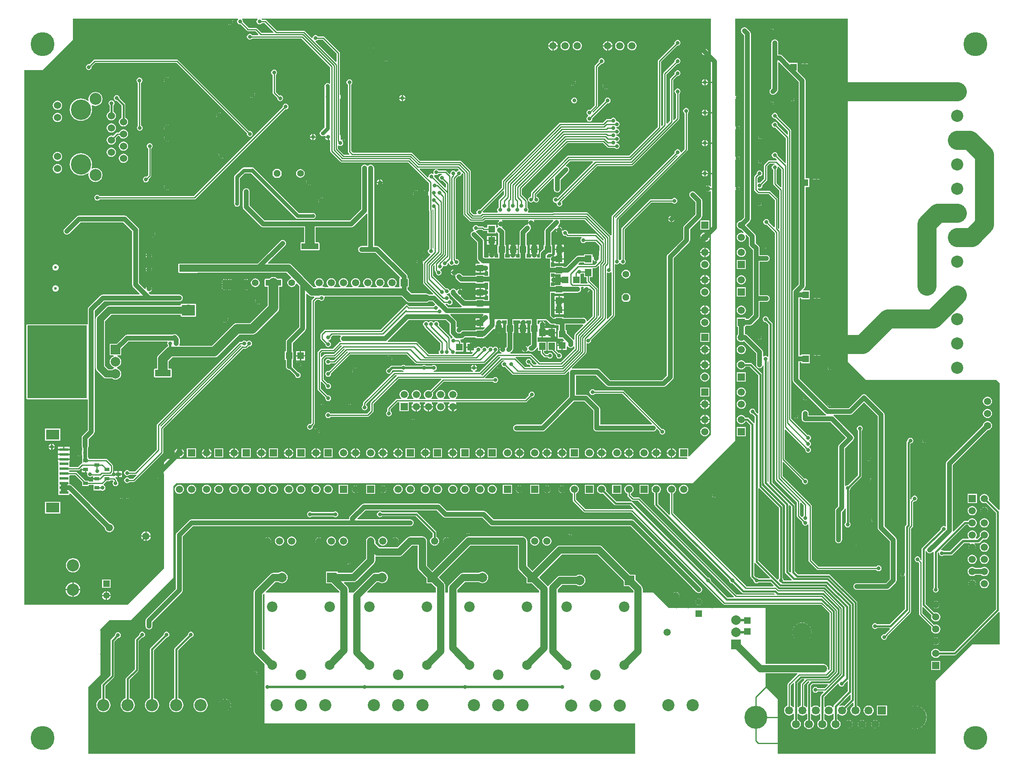
<source format=gbl>
%FSAX44Y44*%
%MOMM*%
G71*
G01*
G75*
G04 Layer_Physical_Order=2*
G04 Layer_Color=16711680*
%ADD10R,0.8000X0.8000*%
%ADD11R,1.3500X1.5000*%
%ADD12R,0.7000X1.0000*%
%ADD13R,1.0000X0.7000*%
%ADD14R,3.8100X2.0300*%
%ADD15R,8.8900X11.4300*%
%ADD16R,1.5000X1.3500*%
%ADD17O,1.6500X0.3000*%
%ADD18O,0.3000X1.6500*%
G04:AMPARAMS|DCode=19|XSize=1mm|YSize=1.85mm|CornerRadius=0.5mm|HoleSize=0mm|Usage=FLASHONLY|Rotation=0.000|XOffset=0mm|YOffset=0mm|HoleType=Round|Shape=RoundedRectangle|*
%AMROUNDEDRECTD19*
21,1,1.0000,0.8500,0,0,0.0*
21,1,0.0000,1.8500,0,0,0.0*
1,1,1.0000,0.0000,-0.4250*
1,1,1.0000,0.0000,-0.4250*
1,1,1.0000,0.0000,0.4250*
1,1,1.0000,0.0000,0.4250*
%
%ADD19ROUNDEDRECTD19*%
%ADD20R,1.4500X1.3500*%
%ADD21R,2.6000X1.5000*%
%ADD22R,2.6000X4.1000*%
%ADD23R,2.5000X2.0000*%
%ADD24R,1.3500X1.4500*%
%ADD25R,2.0000X2.5000*%
%ADD26R,1.5000X3.2000*%
%ADD27R,3.2000X1.5000*%
%ADD28R,0.8000X0.8000*%
%ADD29O,2.2000X0.6000*%
%ADD30R,3.2000X1.2000*%
%ADD31R,5.3000X1.7000*%
%ADD32O,1.9000X0.4100*%
%ADD33R,2.6000X1.3500*%
%ADD34R,1.3500X2.6000*%
%ADD35R,1.0000X0.6000*%
%ADD36R,1.0500X0.6000*%
%ADD37R,2.0000X1.5000*%
G04:AMPARAMS|DCode=38|XSize=1mm|YSize=1.85mm|CornerRadius=0.5mm|HoleSize=0mm|Usage=FLASHONLY|Rotation=90.000|XOffset=0mm|YOffset=0mm|HoleType=Round|Shape=RoundedRectangle|*
%AMROUNDEDRECTD38*
21,1,1.0000,0.8500,0,0,90.0*
21,1,0.0000,1.8500,0,0,90.0*
1,1,1.0000,0.4250,0.0000*
1,1,1.0000,0.4250,0.0000*
1,1,1.0000,-0.4250,0.0000*
1,1,1.0000,-0.4250,0.0000*
%
%ADD38ROUNDEDRECTD38*%
%ADD39R,10.0000X8.0000*%
%ADD40P,1.8385X4X270.0*%
%ADD41R,1.5000X2.6000*%
%ADD42O,0.6000X2.2000*%
%ADD43R,2.1000X2.3000*%
%ADD44R,2.0000X0.7000*%
%ADD45R,2.1000X2.9900*%
%ADD46O,2.1500X0.9000*%
%ADD47R,4.1000X2.6000*%
%ADD48R,0.9500X0.9000*%
%ADD49R,0.9500X0.9000*%
%ADD50R,2.5000X2.5000*%
%ADD51O,0.7500X0.2000*%
%ADD52O,0.2000X0.7500*%
%ADD53R,2.9900X2.1000*%
%ADD54R,2.3000X0.5000*%
%ADD55O,1.9000X0.6000*%
%ADD56C,0.2540*%
%ADD57C,1.0000*%
%ADD58C,4.0000*%
%ADD59C,0.3840*%
%ADD60C,1.5000*%
%ADD61C,0.9000*%
%ADD62C,2.0000*%
%ADD63C,0.8000*%
%ADD64C,0.5000*%
%ADD65C,0.3810*%
%ADD66C,0.5240*%
%ADD67C,0.5080*%
%ADD68R,2.0320X2.1590*%
%ADD69R,3.5560X1.2700*%
%ADD70R,3.3020X1.2700*%
%ADD71R,3.3020X1.3970*%
%ADD72R,1.2700X1.2700*%
%ADD73R,1.9050X1.2946*%
%ADD74R,2.0320X2.0320*%
%ADD75R,1.1569X2.0320*%
%ADD76R,2.5400X1.2700*%
%ADD77R,2.1590X2.1590*%
%ADD78R,0.8890X0.5080*%
%ADD79R,0.8890X1.1430*%
%ADD80R,11.4300X23.4950*%
%ADD81R,11.4300X23.3680*%
%ADD82R,9.9060X12.1920*%
%ADD83R,0.8890X0.6350*%
%ADD84R,6.6040X3.9370*%
%ADD85R,3.5560X6.4770*%
%ADD86R,2.7940X2.2860*%
%ADD87R,12.4460X15.2400*%
%ADD88R,2.2860X2.2860*%
%ADD89R,3.8100X1.5240*%
%ADD90R,2.2860X11.1760*%
%ADD91R,1.2700X2.2860*%
%ADD92C,5.0000*%
%ADD93R,1.5000X1.5000*%
%ADD94C,1.5000*%
%ADD95C,4.8000*%
%ADD96C,1.6900*%
%ADD97R,1.6900X1.6900*%
%ADD98R,1.5000X1.5000*%
%ADD99P,1.5154X8X112.5*%
%ADD100C,1.4000*%
%ADD101R,1.3500X1.3500*%
%ADD102C,1.3500*%
%ADD103C,2.5400*%
%ADD104P,1.5154X8X22.5*%
%ADD105R,1.5200X1.5200*%
%ADD106C,1.5200*%
%ADD107R,2.0000X2.0000*%
%ADD108C,2.0000*%
%ADD109C,2.2000*%
%ADD110R,2.0000X2.0000*%
%ADD111C,1.5240*%
%ADD112C,0.6000*%
%ADD113C,0.8000*%
%ADD114C,3.0000*%
%ADD115C,2.5000*%
%ADD116C,4.2500*%
%ADD117C,4.0000*%
%ADD118R,2.8000X2.1000*%
%ADD119R,1.9000X0.6000*%
%ADD120R,1.0160X1.2700*%
%ADD121R,1.2805X1.2700*%
%ADD122R,12.7000X12.7000*%
%ADD123R,1.3970X2.0320*%
%ADD124R,2.4130X2.5400*%
%ADD125R,5.5880X2.0320*%
G36*
X01276340Y01190175D02*
Y01172319D01*
X01276580Y01170492D01*
X01277286Y01168789D01*
X01278408Y01167327D01*
X01282426Y01163309D01*
X01281845Y01161395D01*
X01281629Y01161352D01*
X01279644Y01160026D01*
X01277874Y01161209D01*
Y01161320D01*
X01277620Y01162596D01*
X01276898Y01163678D01*
X01253607Y01186968D01*
X01254062Y01187649D01*
X01254528Y01189990D01*
X01254062Y01192331D01*
X01252736Y01194316D01*
X01250751Y01195642D01*
X01248410Y01196107D01*
X01246069Y01195642D01*
X01244084Y01194316D01*
X01243695Y01193733D01*
X01241695D01*
X01241306Y01194316D01*
X01239321Y01195642D01*
X01236980Y01196107D01*
X01234639Y01195642D01*
X01232654Y01194316D01*
X01231146D01*
X01229161Y01195642D01*
X01226820Y01196107D01*
X01224479Y01195642D01*
X01222494Y01194316D01*
X01221168Y01192331D01*
X01220703Y01189990D01*
X01221168Y01187649D01*
X01222494Y01185664D01*
X01223486Y01185002D01*
Y01184910D01*
X01223740Y01183634D01*
X01224463Y01182552D01*
X01224462Y01182552D01*
X01224463Y01182552D01*
X01256506Y01150509D01*
Y01136558D01*
X01255514Y01135896D01*
X01254188Y01133911D01*
X01253723Y01131570D01*
X01254188Y01129229D01*
X01253336Y01127634D01*
X01232931D01*
X01208857Y01151708D01*
X01207776Y01152430D01*
X01206500Y01152684D01*
X01148129D01*
X01146766Y01154461D01*
X01146737Y01154532D01*
X01190375Y01198170D01*
X01268345D01*
X01276340Y01190175D01*
D02*
G37*
G36*
X01914874Y00690594D02*
X01945588Y00659879D01*
X01944823Y00658031D01*
X01922256D01*
X01922026Y00658376D01*
X01920041Y00659702D01*
X01917700Y00660167D01*
X01917294Y00660087D01*
X01912791Y00664589D01*
Y00690265D01*
X01914705Y00690846D01*
X01914874Y00690594D01*
D02*
G37*
G36*
X02066914Y00435846D02*
X02059852Y00428784D01*
X02045878D01*
X02045216Y00429776D01*
X02043231Y00431102D01*
X02040890Y00431567D01*
X02038549Y00431102D01*
X02036564Y00429776D01*
X02035238Y00427791D01*
X02034772Y00425450D01*
X02035238Y00423109D01*
X02036564Y00421124D01*
X02038549Y00419798D01*
X02040890Y00419333D01*
X02043231Y00419798D01*
X02045216Y00421124D01*
X02045878Y00422116D01*
X02056974D01*
X02057739Y00420268D01*
X02052285Y00414814D01*
X02051422Y00413522D01*
X02051371Y00413269D01*
X02051118Y00411998D01*
Y00389666D01*
X02049225Y00389023D01*
X02048703Y00389703D01*
X02046520Y00391378D01*
X02043978Y00392431D01*
X02041250Y00392790D01*
X02038522Y00392431D01*
X02035980Y00391378D01*
X02033797Y00389703D01*
X02033275Y00389023D01*
X02031382Y00389666D01*
Y00434156D01*
X02034919Y00437693D01*
X02066148D01*
X02066914Y00435846D01*
D02*
G37*
G36*
X01485038Y01191028D02*
X01486500Y01189905D01*
X01488203Y01189200D01*
X01490030Y01188960D01*
X01495700D01*
Y01187270D01*
X01503715D01*
X01504240Y01186746D01*
Y01177470D01*
X01502050D01*
Y01159970D01*
X01512285D01*
X01515897Y01156358D01*
X01515132Y01154510D01*
X01512570D01*
Y01145220D01*
Y01135930D01*
X01521090D01*
Y01142503D01*
X01522563Y01143113D01*
X01522984Y01143256D01*
X01524088Y01141818D01*
X01525550Y01140695D01*
X01527253Y01139990D01*
X01529080Y01139750D01*
X01530907Y01139990D01*
X01532610Y01140695D01*
X01534072Y01141818D01*
X01535195Y01143280D01*
X01535214Y01143328D01*
X01537176Y01142938D01*
Y01139371D01*
X01508038Y01110234D01*
X01464961D01*
X01447617Y01127578D01*
X01446536Y01128300D01*
X01445260Y01128554D01*
X01403412D01*
X01403022Y01130516D01*
X01403070Y01130536D01*
X01404532Y01131658D01*
X01407392Y01134518D01*
X01408515Y01135980D01*
X01409220Y01137683D01*
X01409460Y01139510D01*
X01409460Y01139510D01*
X01409460Y01139510D01*
Y01139510D01*
Y01171850D01*
X01411150D01*
Y01190350D01*
X01409460D01*
Y01198111D01*
X01422141D01*
X01424307Y01196448D01*
Y01196448D01*
D01*
D01*
X01423648Y01194857D01*
X01423591Y01194420D01*
X01436449D01*
X01436392Y01194857D01*
X01435733Y01196448D01*
Y01196448D01*
Y01196448D01*
D01*
X01437899Y01198111D01*
X01446140D01*
Y01190350D01*
X01444450D01*
Y01171850D01*
X01446140D01*
Y01147514D01*
X01444587Y01145962D01*
X01443000Y01145304D01*
X01441538Y01144182D01*
X01440416Y01142720D01*
X01440415Y01142720D01*
Y01142720D01*
X01440408Y01142707D01*
X01438494Y01142584D01*
X01437128Y01143633D01*
X01435537Y01144292D01*
X01435100Y01144349D01*
Y01137920D01*
Y01131491D01*
X01435537Y01131548D01*
X01437128Y01132207D01*
X01438494Y01133256D01*
X01439377Y01134406D01*
X01441377D01*
X01441538Y01134198D01*
X01443000Y01133075D01*
X01444703Y01132370D01*
X01446530Y01132130D01*
X01447800D01*
X01449627Y01132370D01*
X01451330Y01133075D01*
X01452792Y01134198D01*
X01458192Y01139597D01*
X01459256Y01140984D01*
X01460596Y01140529D01*
X01461150Y01140300D01*
Y01133900D01*
X01466566D01*
Y01129790D01*
X01466820Y01128514D01*
X01467543Y01127432D01*
X01473383Y01121592D01*
X01473382D01*
X01473383Y01121592D01*
X01473383Y01121592D01*
Y01121592D01*
X01474464Y01120870D01*
X01475740Y01120616D01*
X01480912D01*
X01481574Y01119624D01*
X01483559Y01118298D01*
X01485900Y01117832D01*
X01488241Y01118298D01*
X01490226Y01119624D01*
X01491552Y01121609D01*
X01492018Y01123950D01*
X01491552Y01126291D01*
X01490226Y01128276D01*
X01488241Y01129602D01*
X01485900Y01130068D01*
X01483559Y01129602D01*
X01481574Y01128276D01*
X01480912Y01127284D01*
X01477121D01*
X01473234Y01131171D01*
Y01133900D01*
X01478650D01*
Y01152900D01*
X01461675D01*
Y01152900D01*
X01461675Y01152900D01*
X01461150Y01152900D01*
X01460260Y01153790D01*
Y01161860D01*
X01460610D01*
Y01161860D01*
X01468630D01*
Y01171900D01*
X01471170D01*
Y01161860D01*
X01479190D01*
Y01161860D01*
X01479190D01*
X01479190Y01161860D01*
X01480610D01*
Y01161860D01*
X01488630D01*
Y01171900D01*
Y01181940D01*
X01480610D01*
D01*
D01*
X01480610Y01181940D01*
X01479190D01*
Y01181940D01*
X01473955D01*
X01473804Y01182305D01*
X01473285Y01183834D01*
X01474564Y01184816D01*
X01475613Y01186182D01*
X01476272Y01187773D01*
X01476329Y01188210D01*
X01469900D01*
Y01189480D01*
X01468630D01*
Y01195909D01*
X01468193Y01195852D01*
X01466602Y01195193D01*
X01465236Y01194144D01*
X01464187Y01192778D01*
X01463528Y01191187D01*
X01463418Y01190350D01*
X01461950D01*
Y01190350D01*
X01460260Y01190350D01*
Y01198111D01*
X01477954D01*
X01485038Y01191028D01*
D02*
G37*
G36*
X02108569Y00442953D02*
Y00422559D01*
X02079985Y00393975D01*
X02079122Y00392684D01*
X02079071Y00392431D01*
X02078819Y00391160D01*
Y00389666D01*
X02076925Y00389023D01*
X02076403Y00389703D01*
X02074220Y00391378D01*
X02071678Y00392431D01*
X02068950Y00392790D01*
X02066222Y00392431D01*
X02063680Y00391378D01*
X02061497Y00389703D01*
X02060975Y00389023D01*
X02059082Y00389666D01*
Y00410349D01*
X02087297Y00438565D01*
X02089382Y00438150D01*
X02089848Y00435809D01*
X02091174Y00433824D01*
X02093159Y00432498D01*
X02095500Y00432033D01*
X02097841Y00432498D01*
X02099826Y00433824D01*
X02101152Y00435809D01*
X02101617Y00438150D01*
X02101540Y00438538D01*
X02106721Y00443718D01*
X02108569Y00442953D01*
D02*
G37*
G36*
X02027632Y00441668D02*
X02024585Y00438620D01*
X02023722Y00437329D01*
X02023671Y00437076D01*
X02023419Y00435805D01*
Y00389666D01*
X02021525Y00389023D01*
X02021003Y00389703D01*
X02018820Y00391378D01*
X02016884Y00392180D01*
Y00435909D01*
X02024491Y00443516D01*
X02026867D01*
X02027632Y00441668D01*
D02*
G37*
G36*
X01964518Y00806071D02*
Y00658606D01*
X01964174Y00658376D01*
X01962848Y00656391D01*
X01960955Y00655817D01*
X01921697Y00695076D01*
Y00846279D01*
X01923545Y00847045D01*
X01964518Y00806071D01*
D02*
G37*
G36*
X01995719Y00438990D02*
Y00389666D01*
X01993825Y00389023D01*
X01993303Y00389703D01*
X01991120Y00391378D01*
X01989184Y00392180D01*
Y00435069D01*
X01993871Y00439756D01*
X01995719Y00438990D01*
D02*
G37*
G36*
X02114379Y00414495D02*
Y00405609D01*
X02100667Y00391897D01*
X02099378Y00392431D01*
X02096650Y00392790D01*
X02093922Y00392431D01*
X02091453Y00391408D01*
X02090342Y00393071D01*
X02112531Y00415260D01*
X02114379Y00414495D01*
D02*
G37*
G36*
X02017741Y00446196D02*
X02011192Y00439647D01*
X02010470Y00438566D01*
X02010216Y00437290D01*
Y00392180D01*
X02008280Y00391378D01*
X02006097Y00389703D01*
X02005576Y00389023D01*
X02003682Y00389666D01*
Y00439666D01*
X02012059Y00448044D01*
X02016975D01*
X02017741Y00446196D01*
D02*
G37*
G36*
X01248350Y01513596D02*
X01246069Y01513142D01*
X01244084Y01511816D01*
X01242758Y01509831D01*
X01242292Y01507490D01*
X01242758Y01505149D01*
X01241003Y01503976D01*
X01240591Y01504252D01*
X01238250Y01504718D01*
X01235909Y01504252D01*
X01233924Y01502926D01*
X01232598Y01500941D01*
X01232132Y01498600D01*
X01232421Y01497151D01*
X01230657Y01496208D01*
X01213127Y01513738D01*
X01213892Y01515586D01*
X01248154D01*
X01248350Y01513596D01*
D02*
G37*
G36*
X01209618Y00680950D02*
X01209945Y00678470D01*
X01210902Y00676159D01*
X01212424Y00674174D01*
X01227750Y00658849D01*
Y00648400D01*
X01238199D01*
X01247718Y00638881D01*
Y00628650D01*
X01104554D01*
X01103789Y00630498D01*
X01124109Y00650818D01*
X01127925D01*
X01129098Y00649918D01*
X01132017Y00648709D01*
X01135150Y00648296D01*
X01138283Y00648709D01*
X01141202Y00649918D01*
X01143708Y00651842D01*
X01145632Y00654348D01*
X01146841Y00657267D01*
X01147254Y00660400D01*
X01146841Y00663533D01*
X01145632Y00666452D01*
X01143708Y00668959D01*
X01141202Y00670882D01*
X01138283Y00672091D01*
X01135150Y00672504D01*
X01132017Y00672091D01*
X01129098Y00670882D01*
X01127925Y00669982D01*
X01120140D01*
X01117660Y00669656D01*
X01116306Y00669095D01*
X01115349Y00668698D01*
X01113364Y00667176D01*
X01075265Y00629075D01*
X01074938Y00628650D01*
X01064952D01*
Y00635230D01*
X01064625Y00637710D01*
X01063668Y00640021D01*
X01062145Y00642005D01*
X01055181Y00648970D01*
X01055946Y00650818D01*
X01075690D01*
X01078170Y00651144D01*
X01080481Y00652102D01*
X01082465Y00653624D01*
X01118025Y00689184D01*
X01119548Y00691169D01*
X01120506Y00693480D01*
X01120832Y00695960D01*
Y00703475D01*
X01122495Y00704586D01*
X01122740Y00704484D01*
X01125220Y00704158D01*
X01170940D01*
X01173420Y00704484D01*
X01175731Y00705442D01*
X01177715Y00706965D01*
X01197769Y00727018D01*
X01209618D01*
Y00680950D01*
D02*
G37*
G36*
X01458223Y01107542D02*
X01457458Y01105694D01*
X01451721D01*
X01447335Y01110080D01*
X01447567Y01111250D01*
X01447102Y01113591D01*
X01445776Y01115576D01*
X01443791Y01116902D01*
X01441450Y01117367D01*
X01439109Y01116902D01*
X01437124Y01115576D01*
X01435798Y01113591D01*
X01435332Y01111250D01*
X01435798Y01108909D01*
X01437124Y01106924D01*
X01439109Y01105598D01*
X01441450Y01105133D01*
X01442620Y01105365D01*
X01445523Y01102462D01*
X01444758Y01100614D01*
X01433941D01*
X01414597Y01119958D01*
X01414576Y01119972D01*
X01415156Y01121886D01*
X01443879D01*
X01458223Y01107542D01*
D02*
G37*
G36*
X01344792Y01386073D02*
X01345874Y01385350D01*
X01347150Y01385096D01*
X01354730D01*
Y01379680D01*
X01373230D01*
Y01381692D01*
X01375124Y01382335D01*
X01375498Y01381848D01*
X01378190Y01379155D01*
Y01355450D01*
X01376500D01*
Y01336950D01*
X01378190D01*
Y01329189D01*
X01371859D01*
X01369693Y01330852D01*
D01*
X01369693Y01330852D01*
X01370352Y01332443D01*
X01370409Y01332880D01*
X01357551D01*
X01357608Y01332443D01*
X01358267Y01330852D01*
X01356024Y01329130D01*
X01349124D01*
X01347860Y01330394D01*
Y01363750D01*
X01347620Y01365577D01*
X01346915Y01367280D01*
X01345793Y01368742D01*
X01332142Y01382392D01*
X01331607Y01382804D01*
X01332061Y01384751D01*
X01333301Y01384998D01*
X01335286Y01386324D01*
X01335948Y01387316D01*
X01343549D01*
X01344792Y01386073D01*
D02*
G37*
G36*
X01295559Y01512897D02*
X01294978Y01510984D01*
X01293059Y01510602D01*
X01291074Y01509276D01*
X01290685Y01508693D01*
X01288685D01*
X01288296Y01509276D01*
X01286311Y01510602D01*
X01283970Y01511068D01*
X01281629Y01510602D01*
X01279644Y01509276D01*
X01278318Y01507291D01*
X01277852Y01504950D01*
X01277959Y01504412D01*
X01276196Y01503470D01*
X01269818Y01509848D01*
X01268736Y01510570D01*
X01267460Y01510824D01*
X01253398D01*
X01252736Y01511816D01*
X01250751Y01513142D01*
X01248470Y01513596D01*
X01248666Y01515586D01*
X01292870D01*
X01295559Y01512897D01*
D02*
G37*
G36*
X01347074Y01208976D02*
X01346616Y01208624D01*
X01345567Y01207258D01*
X01344908Y01205667D01*
X01344851Y01205230D01*
X01351280D01*
Y01202690D01*
X01343889D01*
X01343407Y01202140D01*
X01341120D01*
Y01192850D01*
Y01183560D01*
X01348762D01*
X01349527Y01181712D01*
X01345915Y01178100D01*
X01330600D01*
Y01176410D01*
X01305240D01*
X01303568Y01176190D01*
X01301981Y01177408D01*
X01301772Y01178997D01*
X01301113Y01180588D01*
X01300064Y01181954D01*
X01298698Y01183003D01*
X01297107Y01183662D01*
X01296670Y01183719D01*
Y01177290D01*
X01294130D01*
Y01183719D01*
X01293693Y01183662D01*
X01292123Y01183012D01*
X01292065Y01183051D01*
X01290460Y01185142D01*
Y01193100D01*
X01290220Y01194927D01*
X01289514Y01196630D01*
X01288392Y01198092D01*
X01277463Y01209022D01*
X01278228Y01210870D01*
X01346431D01*
X01347074Y01208976D01*
D02*
G37*
G36*
X01557160Y01288160D02*
X01562576D01*
Y01280231D01*
X01562830Y01278955D01*
X01563553Y01277873D01*
X01563552Y01277873D01*
X01563553Y01277873D01*
X01564974Y01276452D01*
X01564208Y01274604D01*
X01549580D01*
Y01291950D01*
X01549521D01*
X01549201Y01293558D01*
X01551186Y01294884D01*
X01551848Y01295876D01*
X01557160D01*
Y01288160D01*
D02*
G37*
G36*
X01989919Y00808611D02*
Y00671480D01*
X01989727Y00671401D01*
X01987773Y00671012D01*
X01985181Y00673604D01*
Y00810735D01*
X01987029Y00811500D01*
X01989919Y00808611D01*
D02*
G37*
G36*
X01040256Y01755379D02*
Y01738353D01*
X01038408Y01737588D01*
X00995740Y01780256D01*
X00996321Y01782170D01*
X00998021Y01782508D01*
X01000006Y01783834D01*
X01000668Y01784826D01*
X01010809D01*
X01040256Y01755379D01*
D02*
G37*
G36*
X01588706Y01310868D02*
Y01208471D01*
X01587043Y01207360D01*
X01586484Y01207591D01*
Y01262990D01*
X01586230Y01264266D01*
X01585508Y01265348D01*
X01569244Y01281611D01*
Y01288160D01*
X01574660D01*
Y01307160D01*
D01*
Y01307160D01*
X01574806Y01307306D01*
X01581150D01*
X01582426Y01307560D01*
X01583508Y01308282D01*
X01583508Y01308282D01*
X01583508Y01308282D01*
X01586858Y01311633D01*
X01588706Y01310868D01*
D02*
G37*
G36*
X00889000Y00625186D02*
Y00509564D01*
X00887545Y00508961D01*
X00885882Y00510073D01*
Y00624678D01*
X00887545Y00625789D01*
X00889000Y00625186D01*
D02*
G37*
G36*
X01389856Y01467618D02*
Y01460611D01*
X01379402Y01450157D01*
X01378680Y01449076D01*
X01378426Y01447800D01*
Y01433738D01*
X01377434Y01433076D01*
X01376108Y01431091D01*
X01375643Y01428750D01*
X01376108Y01426409D01*
X01377078Y01424958D01*
X01376135Y01423194D01*
X01347090D01*
X01345608Y01423489D01*
X01345028Y01425403D01*
X01388008Y01468383D01*
X01389856Y01467618D01*
D02*
G37*
G36*
X01242346Y01428512D02*
Y01348142D01*
X01242029Y01347973D01*
X01240314Y01349001D01*
Y01427830D01*
X01240060Y01429106D01*
X01240582Y01429454D01*
X01242346Y01428512D01*
D02*
G37*
G36*
X01495700Y01293950D02*
X01508040D01*
Y01292490D01*
X01508040D01*
Y01283970D01*
X01517330D01*
Y01281430D01*
X01508040D01*
Y01272910D01*
X01508040D01*
Y01272864D01*
X01506626Y01271450D01*
X01495700D01*
Y01269760D01*
X01487939D01*
Y01276478D01*
X01489733Y01277362D01*
X01490222Y01276987D01*
X01491813Y01276328D01*
X01492250Y01276271D01*
Y01282700D01*
Y01289129D01*
X01491813Y01289072D01*
X01490222Y01288413D01*
X01489733Y01288038D01*
X01487939Y01288922D01*
Y01295640D01*
X01495700D01*
Y01293950D01*
D02*
G37*
G36*
X01555625Y01187478D02*
X01555685Y01187020D01*
X01538123Y01169457D01*
X01537400Y01168376D01*
X01537146Y01167100D01*
Y01157498D01*
X01535195Y01156690D01*
X01534072Y01158152D01*
X01530262Y01161962D01*
X01520550Y01171675D01*
Y01177470D01*
X01518360D01*
Y01188960D01*
X01555011D01*
X01555625Y01187478D01*
D02*
G37*
G36*
X01050284Y01144817D02*
X01050553Y01144168D01*
X01033704Y01127319D01*
X01016035D01*
X01014759Y01127066D01*
X01013678Y01126343D01*
X01008482Y01121147D01*
X01006634Y01121912D01*
Y01128919D01*
X01009761Y01132046D01*
X01033780D01*
X01035056Y01132300D01*
X01036137Y01133023D01*
X01036138Y01133022D01*
X01036137Y01133023D01*
X01048323Y01145208D01*
X01050284Y01144817D01*
D02*
G37*
G36*
X01822450Y01479158D02*
X01821261Y01478246D01*
X01820656Y01477947D01*
X01819398Y01478913D01*
X01817807Y01479572D01*
X01817370Y01479629D01*
Y01473200D01*
Y01466771D01*
X01817807Y01466828D01*
X01819398Y01467487D01*
X01820656Y01468453D01*
X01821261Y01468154D01*
X01822450Y01467242D01*
Y00958850D01*
X01776648Y00913048D01*
X01774800Y00913813D01*
Y00930250D01*
X01755800D01*
Y00911250D01*
X01772237D01*
X01773002Y00909402D01*
X01771650Y00908050D01*
X00685800D01*
X00679450Y00901700D01*
Y00888608D01*
X00678261Y00887696D01*
X00677656Y00887397D01*
X00676398Y00888363D01*
X00674807Y00889022D01*
X00674370Y00889079D01*
Y00882650D01*
Y00876221D01*
X00674807Y00876278D01*
X00676398Y00876937D01*
X00677656Y00877903D01*
X00678261Y00877604D01*
X00679450Y00876692D01*
Y00679450D01*
X00603250Y00603250D01*
X00387350D01*
Y01720850D01*
X00425450D01*
X00488950Y01784350D01*
Y01828800D01*
X00810652D01*
X00811564Y01827611D01*
X00811863Y01827006D01*
X00810897Y01825748D01*
X00810238Y01824157D01*
X00810181Y01823720D01*
X00823039D01*
X00822982Y01824157D01*
X00822323Y01825748D01*
X00821357Y01827006D01*
X00821656Y01827611D01*
X00822568Y01828800D01*
X00833459D01*
X00834039Y01826886D01*
X00833874Y01826776D01*
X00832548Y01824791D01*
X00832083Y01822450D01*
X00832548Y01820109D01*
X00833874Y01818124D01*
X00835859Y01816798D01*
X00838200Y01816333D01*
X00839370Y01816565D01*
X00852352Y01803582D01*
X00852352Y01803582D01*
X00852353Y01803582D01*
Y01803582D01*
X00852353Y01803582D01*
Y01803582D01*
X00853434Y01802860D01*
X00854710Y01802606D01*
X00869839D01*
X00876563Y01795882D01*
X00875798Y01794034D01*
X00863508D01*
X00862846Y01795026D01*
X00860861Y01796352D01*
X00858520Y01796817D01*
X00856179Y01796352D01*
X00854194Y01795026D01*
X00852868Y01793041D01*
X00852402Y01790700D01*
X00852868Y01788359D01*
X00854194Y01786374D01*
X00856179Y01785048D01*
X00858520Y01784583D01*
X00860861Y01785048D01*
X00862846Y01786374D01*
X00863508Y01787366D01*
X00966359D01*
X01026636Y01727089D01*
Y01693455D01*
X01024872Y01692512D01*
X01023421Y01693482D01*
X01021080Y01693947D01*
X01018739Y01693482D01*
X01016754Y01692156D01*
X01015428Y01690171D01*
X01014962Y01687830D01*
Y01664970D01*
Y01601464D01*
X01006594Y01593096D01*
X01005268Y01591111D01*
X01004802Y01588770D01*
X01005268Y01586429D01*
X01006594Y01584444D01*
X01008579Y01583118D01*
X01010920Y01582652D01*
X01013261Y01583118D01*
X01014060Y01583652D01*
X01015324Y01583128D01*
X01015962Y01582732D01*
X01015921Y01582420D01*
X01022350D01*
Y01581150D01*
X01023620D01*
Y01574721D01*
X01024057Y01574778D01*
X01024973Y01575158D01*
X01026636Y01574046D01*
Y01551940D01*
X01026890Y01550664D01*
X01027613Y01549583D01*
X01027612Y01549583D01*
X01027613Y01549582D01*
X01047933Y01529263D01*
X01047932D01*
X01047933Y01529262D01*
X01047933Y01529262D01*
Y01529262D01*
X01049014Y01528540D01*
X01050290Y01528286D01*
X01189149D01*
X01232726Y01484709D01*
Y01467542D01*
X01230832Y01466899D01*
X01230214Y01467704D01*
X01228848Y01468753D01*
X01227257Y01469412D01*
X01226820Y01469469D01*
Y01463040D01*
Y01456611D01*
X01227257Y01456668D01*
X01228848Y01457327D01*
X01230214Y01458376D01*
X01230832Y01459181D01*
X01232726Y01458538D01*
Y01428750D01*
X01232980Y01427474D01*
X01233646Y01426477D01*
Y01347378D01*
X01232654Y01346716D01*
X01231328Y01344731D01*
X01230863Y01342390D01*
X01231328Y01340049D01*
X01232654Y01338064D01*
X01234639Y01336738D01*
X01235339Y01336599D01*
X01235919Y01334685D01*
X01222468Y01321234D01*
X01220575Y01321877D01*
X01220492Y01322507D01*
X01219833Y01324098D01*
X01218957Y01325239D01*
X01219957Y01326971D01*
X01220470Y01326904D01*
X01222177Y01327128D01*
X01223768Y01327787D01*
X01225134Y01328836D01*
X01226183Y01330202D01*
X01226842Y01331793D01*
X01226899Y01332230D01*
X01214041D01*
X01214098Y01331793D01*
X01214757Y01330202D01*
X01215633Y01329061D01*
X01214633Y01327329D01*
X01214120Y01327396D01*
X01212413Y01327172D01*
X01210822Y01326513D01*
X01209456Y01325464D01*
X01208407Y01324098D01*
X01207748Y01322507D01*
X01207691Y01322070D01*
X01214120D01*
Y01320800D01*
X01215390D01*
Y01314371D01*
X01215827Y01314428D01*
X01217418Y01315087D01*
X01218784Y01316136D01*
X01218862Y01316237D01*
X01220756Y01315594D01*
Y01276348D01*
X01221010Y01275072D01*
X01221732Y01273991D01*
X01221732Y01273991D01*
X01221732Y01273991D01*
X01242215Y01253508D01*
X01241450Y01251660D01*
X01233224D01*
X01231611Y01252898D01*
X01229300Y01253856D01*
X01226820Y01254182D01*
X01196499D01*
X01188160Y01262521D01*
Y01266850D01*
X01190600D01*
Y01285850D01*
X01188160D01*
Y01289050D01*
X01187920Y01290877D01*
X01187215Y01292580D01*
X01186092Y01294042D01*
X01128942Y01351192D01*
X01127480Y01352314D01*
X01125777Y01353020D01*
X01123950Y01353260D01*
X01118310D01*
Y01504950D01*
Y01516380D01*
X01118070Y01518207D01*
X01117365Y01519910D01*
X01116242Y01521372D01*
X01114780Y01522495D01*
X01113077Y01523200D01*
X01111250Y01523440D01*
X01109423Y01523200D01*
X01107720Y01522495D01*
X01106258Y01521372D01*
X01105900Y01520907D01*
X01103900D01*
X01103542Y01521372D01*
X01102080Y01522495D01*
X01100377Y01523200D01*
X01098550Y01523440D01*
X01096723Y01523200D01*
X01095020Y01522495D01*
X01093558Y01521372D01*
X01092436Y01519910D01*
X01091730Y01518207D01*
X01091490Y01516380D01*
Y01504950D01*
Y01430405D01*
X01067685Y01406600D01*
X00889385D01*
X00857960Y01438024D01*
Y01466850D01*
X00857720Y01468677D01*
X00857014Y01470380D01*
X00855892Y01471842D01*
X00854430Y01472964D01*
X00852727Y01473670D01*
X00850900Y01473910D01*
X00849073Y01473670D01*
X00847370Y01472964D01*
X00845908Y01471842D01*
X00844786Y01470380D01*
X00844080Y01468677D01*
X00843840Y01466850D01*
Y01435100D01*
X00843840Y01435100D01*
X00843840D01*
X00844080Y01433273D01*
X00844786Y01431570D01*
X00845908Y01430108D01*
X00881468Y01394548D01*
X00882930Y01393425D01*
X00884633Y01392720D01*
X00886460Y01392480D01*
X00972146D01*
Y01360939D01*
X00966470D01*
X00965690Y01360784D01*
X00965028Y01360342D01*
X00964586Y01359680D01*
X00964431Y01358900D01*
Y01346200D01*
X00964586Y01345420D01*
X00965028Y01344758D01*
X00965690Y01344316D01*
X00966470Y01344161D01*
X01002030D01*
X01002810Y01344316D01*
X01003472Y01344758D01*
X01003914Y01345420D01*
X01004069Y01346200D01*
Y01358900D01*
X01003914Y01359680D01*
X01003472Y01360342D01*
X01002810Y01360784D01*
X01002030Y01360939D01*
X00996354D01*
Y01392480D01*
X01070610D01*
X01072437Y01392720D01*
X01074140Y01393425D01*
X01075602Y01394548D01*
X01075602Y01394547D01*
X01075602Y01394548D01*
X01102342Y01421287D01*
X01104190Y01420522D01*
Y01353260D01*
X01092200D01*
X01090373Y01353020D01*
X01088670Y01352314D01*
X01087208Y01351192D01*
X01086086Y01349730D01*
X01085380Y01348027D01*
X01085140Y01346200D01*
X01085380Y01344373D01*
X01086086Y01342670D01*
X01087208Y01341208D01*
X01088670Y01340085D01*
X01090373Y01339380D01*
X01092200Y01339140D01*
X01121025D01*
X01172467Y01287698D01*
X01171702Y01285850D01*
X01171600D01*
Y01266882D01*
X01162077D01*
X01161434Y01268776D01*
X01162476Y01269575D01*
X01163998Y01271559D01*
X01164956Y01273870D01*
X01165282Y01276350D01*
X01164956Y01278830D01*
X01163998Y01281141D01*
X01162476Y01283125D01*
X01160491Y01284648D01*
X01158180Y01285605D01*
X01155700Y01285932D01*
X01153220Y01285605D01*
X01150909Y01284648D01*
X01148924Y01283125D01*
X01147402Y01281141D01*
X01146444Y01278830D01*
X01146118Y01276350D01*
X01146444Y01273870D01*
X01147402Y01271559D01*
X01148924Y01269575D01*
X01149966Y01268776D01*
X01149323Y01266882D01*
X01136677D01*
X01136034Y01268776D01*
X01137075Y01269575D01*
X01138598Y01271559D01*
X01139556Y01273870D01*
X01139882Y01276350D01*
X01139556Y01278830D01*
X01138598Y01281141D01*
X01137075Y01283125D01*
X01135091Y01284648D01*
X01132780Y01285605D01*
X01130300Y01285932D01*
X01127820Y01285605D01*
X01125509Y01284648D01*
X01123524Y01283125D01*
X01122002Y01281141D01*
X01121044Y01278830D01*
X01120718Y01276350D01*
X01121044Y01273870D01*
X01122002Y01271559D01*
X01123524Y01269575D01*
X01124566Y01268776D01*
X01123923Y01266882D01*
X01111277D01*
X01110635Y01268776D01*
X01111675Y01269575D01*
X01113198Y01271559D01*
X01114156Y01273870D01*
X01114482Y01276350D01*
X01114156Y01278830D01*
X01113198Y01281141D01*
X01111675Y01283125D01*
X01109691Y01284648D01*
X01107380Y01285605D01*
X01104900Y01285932D01*
X01102420Y01285605D01*
X01100109Y01284648D01*
X01098124Y01283125D01*
X01096602Y01281141D01*
X01095645Y01278830D01*
X01095318Y01276350D01*
X01095645Y01273870D01*
X01096602Y01271559D01*
X01098124Y01269575D01*
X01099165Y01268776D01*
X01098523Y01266882D01*
X01085877D01*
X01085235Y01268776D01*
X01086275Y01269575D01*
X01087798Y01271559D01*
X01088755Y01273870D01*
X01089082Y01276350D01*
X01088755Y01278830D01*
X01087798Y01281141D01*
X01086275Y01283125D01*
X01084291Y01284648D01*
X01081980Y01285605D01*
X01079500Y01285932D01*
X01077020Y01285605D01*
X01074709Y01284648D01*
X01072725Y01283125D01*
X01071202Y01281141D01*
X01070245Y01278830D01*
X01069918Y01276350D01*
X01070245Y01273870D01*
X01071202Y01271559D01*
X01072725Y01269575D01*
X01073765Y01268776D01*
X01073123Y01266882D01*
X01060477D01*
X01059835Y01268776D01*
X01060875Y01269575D01*
X01062398Y01271559D01*
X01063355Y01273870D01*
X01063682Y01276350D01*
X01063355Y01278830D01*
X01062398Y01281141D01*
X01060875Y01283125D01*
X01058891Y01284648D01*
X01056580Y01285605D01*
X01054100Y01285932D01*
X01051620Y01285605D01*
X01049309Y01284648D01*
X01047325Y01283125D01*
X01045802Y01281141D01*
X01044845Y01278830D01*
X01044518Y01276350D01*
X01044845Y01273870D01*
X01045802Y01271559D01*
X01047325Y01269575D01*
X01048365Y01268776D01*
X01047723Y01266882D01*
X01035077D01*
X01034435Y01268776D01*
X01035475Y01269575D01*
X01036998Y01271559D01*
X01037955Y01273870D01*
X01038282Y01276350D01*
X01037955Y01278830D01*
X01036998Y01281141D01*
X01035475Y01283125D01*
X01033491Y01284648D01*
X01031180Y01285605D01*
X01028700Y01285932D01*
X01026220Y01285605D01*
X01023909Y01284648D01*
X01021925Y01283125D01*
X01020402Y01281141D01*
X01019445Y01278830D01*
X01019118Y01276350D01*
X01019445Y01273870D01*
X01020402Y01271559D01*
X01021925Y01269575D01*
X01022965Y01268776D01*
X01022323Y01266882D01*
X01017595D01*
X01016452Y01267355D01*
X01013972Y01267682D01*
X01011528D01*
X01010075Y01269575D01*
X01011598Y01271559D01*
X01012555Y01273870D01*
X01012882Y01276350D01*
X01012555Y01278830D01*
X01011598Y01281141D01*
X01010075Y01283125D01*
X01008091Y01284648D01*
X01005780Y01285605D01*
X01003300Y01285932D01*
X01000820Y01285605D01*
X00998509Y01284648D01*
X00996525Y01283125D01*
X00995002Y01281141D01*
X00994044Y01278830D01*
X00993718Y01276350D01*
X00994044Y01273870D01*
X00995002Y01271559D01*
X00996525Y01269575D01*
X00997566Y01268776D01*
X00996923Y01266882D01*
X00992029D01*
X00975786Y01283125D01*
X00975785Y01283125D01*
X00970957Y01287954D01*
X00970948Y01287975D01*
X00969426Y01289960D01*
X00945780Y01313605D01*
X00943795Y01315128D01*
X00941485Y01316086D01*
X00939005Y01316412D01*
X00897210D01*
X00896445Y01318260D01*
X00932092Y01353908D01*
X00933214Y01355370D01*
X00933920Y01357073D01*
X00934160Y01358900D01*
X00933920Y01360727D01*
X00933214Y01362430D01*
X00932092Y01363892D01*
X00930630Y01365014D01*
X00928927Y01365720D01*
X00927100Y01365960D01*
X00925273Y01365720D01*
X00923570Y01365014D01*
X00922108Y01363892D01*
X00874627Y01316412D01*
X00749688D01*
X00749300Y01316489D01*
X00711200D01*
X00710420Y01316334D01*
X00709758Y01315892D01*
X00709316Y01315230D01*
X00709161Y01314450D01*
Y01299210D01*
X00709316Y01298430D01*
X00709758Y01297768D01*
X00710420Y01297326D01*
X00711200Y01297171D01*
X00749300D01*
X00749688Y01297248D01*
X00935036D01*
X00945175Y01287108D01*
X00944532Y01285215D01*
X00943801Y01285118D01*
X00941611Y01284211D01*
X00939731Y01282769D01*
X00938288Y01280889D01*
X00937382Y01278699D01*
X00937072Y01276350D01*
X00937382Y01274000D01*
X00938288Y01271811D01*
X00939731Y01269931D01*
X00941611Y01268488D01*
X00943801Y01267582D01*
X00946150Y01267272D01*
X00948500Y01267582D01*
X00950689Y01268488D01*
X00952569Y01269931D01*
X00954012Y01271811D01*
X00954918Y01274000D01*
X00954959Y01274313D01*
X00956853Y01274956D01*
X00961950Y01269859D01*
Y01184025D01*
X00936078Y01158152D01*
X00934956Y01156690D01*
X00934250Y01154987D01*
X00934010Y01153160D01*
Y01133200D01*
X00932000D01*
Y01114700D01*
X00934010D01*
Y01101090D01*
X00934250Y01099263D01*
X00934956Y01097560D01*
X00936078Y01096098D01*
X00937540Y01094976D01*
X00939243Y01094270D01*
X00941070Y01094030D01*
X00941422Y01094076D01*
X00952868Y01082631D01*
X00953198Y01080969D01*
X00954524Y01078984D01*
X00956509Y01077658D01*
X00958850Y01077193D01*
X00961191Y01077658D01*
X00963176Y01078984D01*
X00964502Y01080969D01*
X00964967Y01083310D01*
X00964502Y01085651D01*
X00963176Y01087636D01*
X00961191Y01088962D01*
X00959529Y01089292D01*
X00948084Y01100738D01*
X00948130Y01101090D01*
Y01114700D01*
X00949500D01*
Y01133200D01*
X00948130D01*
Y01150236D01*
X00974002Y01176108D01*
X00975125Y01177570D01*
X00975830Y01179273D01*
X00976070Y01181100D01*
X00976070Y01181100D01*
X00976070Y01181100D01*
Y01181100D01*
Y01253126D01*
X00977918Y01253891D01*
X00981285Y01250525D01*
X00983269Y01249002D01*
X00985580Y01248045D01*
X00988060Y01247718D01*
X00992740D01*
X00993505Y01245870D01*
X00988242Y01240608D01*
X00987520Y01239526D01*
X00987266Y01238250D01*
Y00983091D01*
X00985420Y00981245D01*
X00984250Y00981478D01*
X00981909Y00981012D01*
X00979924Y00979686D01*
X00978598Y00977701D01*
X00978132Y00975360D01*
X00978598Y00973019D01*
X00979924Y00971034D01*
X00981909Y00969708D01*
X00984250Y00969242D01*
X00986591Y00969708D01*
X00988576Y00971034D01*
X00989902Y00973019D01*
X00990368Y00975360D01*
X00990135Y00976530D01*
X00992958Y00979352D01*
X00993680Y00980434D01*
X00993934Y00981710D01*
Y01236869D01*
X00998331Y01241266D01*
X01003392D01*
X01004054Y01240274D01*
X01006039Y01238948D01*
X01008380Y01238483D01*
X01010721Y01238948D01*
X01012706Y01240274D01*
X01014032Y01242259D01*
X01014498Y01244600D01*
X01014416Y01245012D01*
X01014642Y01246729D01*
X01015454Y01247718D01*
X01175861D01*
X01185754Y01237824D01*
X01187739Y01236302D01*
X01190050Y01235344D01*
X01192530Y01235018D01*
X01226820D01*
X01229300Y01235344D01*
X01231611Y01236302D01*
X01233224Y01237540D01*
X01240406D01*
X01245980Y01231965D01*
X01245399Y01230051D01*
X01244799Y01229932D01*
X01242814Y01228606D01*
X01242152Y01227614D01*
X01191371D01*
X01188538Y01230447D01*
X01187456Y01231170D01*
X01186180Y01231424D01*
X01185116Y01231212D01*
X01184904Y01231170D01*
X01183822Y01230447D01*
X01131459Y01178084D01*
X01016000D01*
X01014724Y01177830D01*
X01013642Y01177107D01*
X01007292Y01170758D01*
X01006570Y01169676D01*
X01006316Y01168400D01*
Y01159510D01*
X01006570Y01158234D01*
X01007292Y01157152D01*
X01007292Y01157152D01*
X01007292Y01157152D01*
X01016254Y01148191D01*
X01016233Y01148080D01*
X01016698Y01145739D01*
X01018024Y01143754D01*
X01020009Y01142428D01*
X01022350Y01141963D01*
X01024691Y01142428D01*
X01026676Y01143754D01*
X01028002Y01145739D01*
X01028467Y01148080D01*
X01028002Y01150421D01*
X01026676Y01152406D01*
X01024691Y01153732D01*
X01023016Y01154065D01*
Y01156065D01*
X01024691Y01156398D01*
X01026676Y01157724D01*
X01028002Y01159709D01*
X01028467Y01162050D01*
X01028235Y01163220D01*
X01031351Y01166336D01*
X01047701D01*
X01049108Y01164502D01*
X01047986Y01163040D01*
X01047280Y01161337D01*
X01047040Y01159510D01*
X01047280Y01157683D01*
X01047986Y01155980D01*
X01049108Y01154518D01*
D01*
X01049108Y01154518D01*
X01049108Y01154518D01*
X01049108Y01154518D01*
X01049108D01*
X01050275Y01152684D01*
X01047750D01*
X01046474Y01152430D01*
X01045392Y01151708D01*
X01032399Y01138714D01*
X01008380D01*
X01007104Y01138460D01*
X01006022Y01137738D01*
X01000943Y01132657D01*
X01000220Y01131576D01*
X00999966Y01130300D01*
Y01054100D01*
X01000220Y01052824D01*
X01000943Y01051742D01*
X01000942Y01051742D01*
X01000943Y01051742D01*
X01016465Y01036220D01*
X01016233Y01035050D01*
X01016698Y01032709D01*
X01018024Y01030724D01*
X01020009Y01029398D01*
X01022350Y01028932D01*
X01024691Y01029398D01*
X01026676Y01030724D01*
X01028002Y01032709D01*
X01028467Y01035050D01*
X01028002Y01037391D01*
X01026676Y01039376D01*
X01024691Y01040702D01*
X01022350Y01041168D01*
X01021180Y01040935D01*
X01006634Y01055481D01*
Y01068838D01*
X01008482Y01069603D01*
X01016465Y01061620D01*
X01016233Y01060450D01*
X01016698Y01058109D01*
X01018024Y01056124D01*
X01020009Y01054798D01*
X01022350Y01054333D01*
X01024691Y01054798D01*
X01026676Y01056124D01*
X01028002Y01058109D01*
X01028467Y01060450D01*
X01028002Y01062791D01*
X01026676Y01064776D01*
X01024691Y01066102D01*
X01022350Y01066568D01*
X01021180Y01066335D01*
X01012984Y01074531D01*
Y01116219D01*
X01017416Y01120651D01*
X01035085D01*
X01036361Y01120905D01*
X01037443Y01121628D01*
X01037443Y01121628D01*
X01037443Y01121628D01*
X01054673Y01138858D01*
X01056634Y01138467D01*
X01056903Y01137818D01*
X01033669Y01114584D01*
X01027338D01*
X01026676Y01115576D01*
X01024691Y01116902D01*
X01022350Y01117367D01*
X01020009Y01116902D01*
X01018024Y01115576D01*
X01016698Y01113591D01*
X01016233Y01111250D01*
X01016698Y01108909D01*
X01018024Y01106924D01*
X01020009Y01105598D01*
X01022350Y01105133D01*
X01024691Y01105598D01*
X01026676Y01106924D01*
X01027338Y01107916D01*
X01035050D01*
X01036326Y01108170D01*
X01037408Y01108893D01*
X01037408Y01108892D01*
X01037408Y01108893D01*
X01061023Y01132508D01*
X01062984Y01132117D01*
X01063253Y01131468D01*
X01023520Y01091735D01*
X01022350Y01091967D01*
X01020009Y01091502D01*
X01018024Y01090176D01*
X01016698Y01088191D01*
X01016233Y01085850D01*
X01016698Y01083509D01*
X01018024Y01081524D01*
X01020009Y01080198D01*
X01022350Y01079733D01*
X01024691Y01080198D01*
X01026676Y01081524D01*
X01028002Y01083509D01*
X01028467Y01085850D01*
X01028235Y01087020D01*
X01068181Y01126966D01*
X01186069D01*
X01204713Y01108322D01*
X01205794Y01107600D01*
X01207070Y01107346D01*
X01348170D01*
X01349446Y01107600D01*
X01350527Y01108323D01*
X01350528Y01108322D01*
X01350527Y01108323D01*
X01373020Y01130815D01*
X01373941Y01130998D01*
X01375926Y01132324D01*
X01377252Y01134309D01*
X01377717Y01136650D01*
X01377252Y01138991D01*
X01375926Y01140976D01*
X01373941Y01142302D01*
X01371600Y01142767D01*
X01369259Y01142302D01*
X01367274Y01140976D01*
X01365766D01*
X01363781Y01142302D01*
X01361440Y01142767D01*
X01359099Y01142302D01*
X01357114Y01140976D01*
X01356090Y01139443D01*
X01354090D01*
X01353066Y01140976D01*
X01351081Y01142302D01*
X01348740Y01142767D01*
X01346399Y01142302D01*
X01344414Y01140976D01*
X01343390Y01139443D01*
X01341390D01*
X01340366Y01140976D01*
X01338381Y01142302D01*
X01336040Y01142767D01*
X01333699Y01142302D01*
X01331714Y01140976D01*
X01331054Y01139987D01*
X01329496Y01140460D01*
X01321120D01*
Y01131940D01*
X01324002D01*
X01324767Y01130092D01*
X01322309Y01127634D01*
X01289204D01*
X01288352Y01129229D01*
X01288817Y01131570D01*
X01289564Y01132480D01*
X01305100D01*
Y01150980D01*
X01299684D01*
Y01153480D01*
X01299430Y01154756D01*
X01298707Y01155837D01*
X01298163Y01156382D01*
X01298929Y01158230D01*
X01301180D01*
X01303007Y01158470D01*
X01304710Y01159175D01*
X01306172Y01160298D01*
X01308165Y01162290D01*
X01330600D01*
Y01160600D01*
X01349100D01*
Y01162581D01*
X01350680Y01163235D01*
X01352142Y01164358D01*
X01367762Y01179977D01*
X01369610Y01179212D01*
Y01171310D01*
X01377630D01*
Y01181100D01*
X01378900D01*
Y01182370D01*
X01388190D01*
Y01190890D01*
X01387036D01*
X01386167Y01191880D01*
X01379220D01*
Y01194420D01*
X01385649D01*
X01385592Y01194857D01*
X01384933Y01196448D01*
Y01196448D01*
Y01196448D01*
D01*
X01387099Y01198111D01*
X01395340D01*
Y01190350D01*
X01393650D01*
Y01171850D01*
X01395340D01*
Y01142434D01*
X01394548Y01141642D01*
X01393900Y01140799D01*
X01391932D01*
X01391885Y01140818D01*
X01391504Y01141314D01*
X01390138Y01142363D01*
X01388547Y01143022D01*
X01388110Y01143079D01*
Y01136650D01*
X01386840D01*
Y01135380D01*
X01380411D01*
X01380468Y01134943D01*
X01381127Y01133352D01*
X01382176Y01131986D01*
X01383542Y01130937D01*
X01384560Y01130516D01*
X01384170Y01128554D01*
X01377950D01*
X01376674Y01128300D01*
X01375592Y01127578D01*
X01338469Y01090454D01*
X01329820D01*
X01329430Y01092416D01*
X01330448Y01092837D01*
X01331814Y01093886D01*
X01332863Y01095252D01*
X01333522Y01096843D01*
X01333579Y01097280D01*
X01320721D01*
X01320778Y01096843D01*
X01321437Y01095252D01*
X01322486Y01093886D01*
X01323852Y01092837D01*
X01324870Y01092416D01*
X01324480Y01090454D01*
X01243586D01*
X01243390Y01092444D01*
X01245671Y01092898D01*
X01247656Y01094224D01*
X01248982Y01096209D01*
X01249447Y01098550D01*
X01248982Y01100891D01*
X01247656Y01102876D01*
X01245671Y01104202D01*
X01243330Y01104668D01*
X01240989Y01104202D01*
X01239580Y01103260D01*
X01226760D01*
X01225351Y01104202D01*
X01223010Y01104668D01*
X01220669Y01104202D01*
X01219260Y01103260D01*
X01183580D01*
X01182171Y01104202D01*
X01179830Y01104668D01*
X01177489Y01104202D01*
X01176080Y01103260D01*
X01155700D01*
X01154196Y01102961D01*
X01153897Y01102902D01*
X01152369Y01101881D01*
X01148671Y01098182D01*
X01147009Y01097852D01*
X01145024Y01096526D01*
X01143698Y01094541D01*
X01143232Y01092200D01*
X01143698Y01089859D01*
X01145024Y01087874D01*
X01147009Y01086548D01*
X01149350Y01086083D01*
X01151691Y01086548D01*
X01153676Y01087874D01*
X01155002Y01089859D01*
X01155332Y01091521D01*
X01157651Y01093839D01*
X01176080D01*
X01177489Y01092898D01*
X01179770Y01092444D01*
X01179574Y01090454D01*
X01160780D01*
X01159504Y01090200D01*
X01158422Y01089477D01*
X01096192Y01027247D01*
X01095470Y01026166D01*
X01095216Y01024890D01*
Y01020988D01*
X01094224Y01020326D01*
X01092898Y01018341D01*
X01092432Y01016000D01*
X01092898Y01013659D01*
X01094224Y01011674D01*
X01096209Y01010348D01*
X01098550Y01009883D01*
X01100891Y01010348D01*
X01102876Y01011674D01*
X01104202Y01013659D01*
X01104668Y01016000D01*
X01104202Y01018341D01*
X01102876Y01020326D01*
X01101884Y01020988D01*
Y01023509D01*
X01162161Y01083786D01*
X01165484D01*
X01166064Y01081872D01*
X01166042Y01081858D01*
X01111432Y01027247D01*
X01110710Y01026166D01*
X01110456Y01024890D01*
Y01009761D01*
X01103519Y01002824D01*
X01027338D01*
X01026676Y01003816D01*
X01024691Y01005142D01*
X01022350Y01005608D01*
X01020009Y01005142D01*
X01018024Y01003816D01*
X01016698Y01001831D01*
X01016233Y00999490D01*
X01016698Y00997149D01*
X01018024Y00995164D01*
X01020009Y00993838D01*
X01022350Y00993372D01*
X01024691Y00993838D01*
X01026676Y00995164D01*
X01027338Y00996156D01*
X01104900D01*
X01106176Y00996410D01*
X01107258Y00997132D01*
X01107258Y00997132D01*
X01107258Y00997132D01*
X01116148Y01006022D01*
X01116148Y01006022D01*
X01116148Y01006022D01*
X01116870Y01007104D01*
X01117124Y01008380D01*
Y01023509D01*
X01169781Y01076166D01*
X01258067D01*
X01258833Y01074318D01*
X01235837Y01051322D01*
X01234380Y01051926D01*
X01231900Y01052252D01*
X01229420Y01051926D01*
X01227109Y01050968D01*
X01225124Y01049446D01*
X01223602Y01047461D01*
X01222644Y01045150D01*
X01222318Y01042670D01*
X01222644Y01040190D01*
X01223602Y01037879D01*
X01225124Y01035895D01*
X01226032Y01035198D01*
X01225390Y01033304D01*
X01213010D01*
X01212367Y01035198D01*
X01213275Y01035895D01*
X01214798Y01037879D01*
X01215755Y01040190D01*
X01216082Y01042670D01*
X01215755Y01045150D01*
X01214798Y01047461D01*
X01213275Y01049446D01*
X01211291Y01050968D01*
X01208980Y01051926D01*
X01206500Y01052252D01*
X01204020Y01051926D01*
X01201709Y01050968D01*
X01199724Y01049446D01*
X01198202Y01047461D01*
X01197244Y01045150D01*
X01196918Y01042670D01*
X01197244Y01040190D01*
X01198202Y01037879D01*
X01199724Y01035895D01*
X01200632Y01035198D01*
X01199990Y01033304D01*
X01187610D01*
X01186967Y01035198D01*
X01187875Y01035895D01*
X01189398Y01037879D01*
X01190355Y01040190D01*
X01190682Y01042670D01*
X01190355Y01045150D01*
X01189398Y01047461D01*
X01187875Y01049446D01*
X01185891Y01050968D01*
X01183580Y01051926D01*
X01181100Y01052252D01*
X01178620Y01051926D01*
X01176309Y01050968D01*
X01174324Y01049446D01*
X01172802Y01047461D01*
X01171844Y01045150D01*
X01171518Y01042670D01*
X01171844Y01040190D01*
X01172802Y01037879D01*
X01174324Y01035895D01*
X01175232Y01035198D01*
X01174590Y01033304D01*
X01165860D01*
X01164584Y01033050D01*
X01163503Y01032327D01*
X01146992Y01015817D01*
X01146270Y01014736D01*
X01146016Y01013460D01*
Y01008288D01*
X01145024Y01007626D01*
X01143698Y01005641D01*
X01143232Y01003300D01*
X01143698Y01000959D01*
X01145024Y00998974D01*
X01147009Y00997648D01*
X01149350Y00997182D01*
X01151691Y00997648D01*
X01153676Y00998974D01*
X01155002Y01000959D01*
X01155468Y01003300D01*
X01155002Y01005641D01*
X01153676Y01007626D01*
X01152684Y01008288D01*
Y01012079D01*
X01167241Y01026636D01*
X01171600D01*
Y01007770D01*
X01190600D01*
Y01026636D01*
X01199102D01*
X01199745Y01024742D01*
X01199339Y01024431D01*
X01197730Y01022334D01*
X01196718Y01019891D01*
X01196540Y01018540D01*
X01216459D01*
X01216281Y01019891D01*
X01215270Y01022334D01*
X01213660Y01024431D01*
X01213255Y01024742D01*
X01213898Y01026636D01*
X01224502D01*
X01225145Y01024742D01*
X01224739Y01024431D01*
X01223130Y01022334D01*
X01222118Y01019891D01*
X01221940Y01018540D01*
X01241859D01*
X01241681Y01019891D01*
X01240670Y01022334D01*
X01239060Y01024431D01*
X01238655Y01024742D01*
X01239298Y01026636D01*
X01250789D01*
X01251432Y01024742D01*
X01250524Y01024046D01*
X01249001Y01022061D01*
X01248044Y01019750D01*
X01247718Y01017270D01*
X01248044Y01014790D01*
X01249001Y01012479D01*
X01250524Y01010495D01*
X01252509Y01008972D01*
X01254820Y01008015D01*
X01257300Y01007688D01*
X01259780Y01008015D01*
X01262091Y01008972D01*
X01264075Y01010495D01*
X01265598Y01012479D01*
X01266555Y01014790D01*
X01266882Y01017270D01*
X01266555Y01019750D01*
X01265598Y01022061D01*
X01264075Y01024046D01*
X01263168Y01024742D01*
X01263811Y01026636D01*
X01275302D01*
X01275945Y01024742D01*
X01275539Y01024431D01*
X01273930Y01022334D01*
X01272918Y01019891D01*
X01272740Y01018540D01*
X01292659D01*
X01292481Y01019891D01*
X01291470Y01022334D01*
X01289860Y01024431D01*
X01289455Y01024742D01*
X01290098Y01026636D01*
X01435100D01*
X01436376Y01026890D01*
X01437457Y01027613D01*
X01437458Y01027612D01*
X01437457Y01027613D01*
X01446630Y01036785D01*
X01447800Y01036553D01*
X01450141Y01037018D01*
X01452126Y01038344D01*
X01453452Y01040329D01*
X01453918Y01042670D01*
X01453452Y01045011D01*
X01452126Y01046996D01*
X01450141Y01048322D01*
X01447800Y01048788D01*
X01445459Y01048322D01*
X01443474Y01046996D01*
X01442148Y01045011D01*
X01441682Y01042670D01*
X01441915Y01041500D01*
X01433719Y01033304D01*
X01289210D01*
X01288567Y01035198D01*
X01289475Y01035895D01*
X01290998Y01037879D01*
X01291955Y01040190D01*
X01292282Y01042670D01*
X01291955Y01045150D01*
X01290998Y01047461D01*
X01289475Y01049446D01*
X01287491Y01050968D01*
X01285180Y01051926D01*
X01282700Y01052252D01*
X01280220Y01051926D01*
X01277909Y01050968D01*
X01275924Y01049446D01*
X01274401Y01047461D01*
X01273444Y01045150D01*
X01273118Y01042670D01*
X01273444Y01040190D01*
X01274401Y01037879D01*
X01275924Y01035895D01*
X01276833Y01035198D01*
X01276190Y01033304D01*
X01263810D01*
X01263167Y01035198D01*
X01264075Y01035895D01*
X01265598Y01037879D01*
X01266555Y01040190D01*
X01266882Y01042670D01*
X01266555Y01045150D01*
X01265598Y01047461D01*
X01264075Y01049446D01*
X01262091Y01050968D01*
X01259780Y01051926D01*
X01257300Y01052252D01*
X01254820Y01051926D01*
X01252509Y01050968D01*
X01250524Y01049446D01*
X01249001Y01047461D01*
X01248044Y01045150D01*
X01247718Y01042670D01*
X01248044Y01040190D01*
X01249001Y01037879D01*
X01250524Y01035895D01*
X01251432Y01035198D01*
X01250790Y01033304D01*
X01238410D01*
X01237767Y01035198D01*
X01238675Y01035895D01*
X01240198Y01037879D01*
X01241155Y01040190D01*
X01241482Y01042670D01*
X01241155Y01045150D01*
X01240552Y01046607D01*
X01263761Y01069816D01*
X01366612D01*
X01367274Y01068824D01*
X01369259Y01067498D01*
X01371600Y01067032D01*
X01373941Y01067498D01*
X01375926Y01068824D01*
X01377252Y01070809D01*
X01377717Y01073150D01*
X01377252Y01075491D01*
X01375926Y01077476D01*
X01373941Y01078802D01*
X01371600Y01079268D01*
X01369259Y01078802D01*
X01367274Y01077476D01*
X01366612Y01076484D01*
X01350512D01*
X01349747Y01078332D01*
X01385681Y01114266D01*
X01390394D01*
X01390590Y01112276D01*
X01388309Y01111822D01*
X01386324Y01110496D01*
X01384998Y01108511D01*
X01384532Y01106170D01*
X01384998Y01103829D01*
X01386324Y01101844D01*
X01388309Y01100518D01*
X01390650Y01100052D01*
X01391820Y01100285D01*
X01406803Y01085303D01*
X01406802D01*
X01406803Y01085303D01*
X01406803Y01085302D01*
Y01085303D01*
X01407884Y01084580D01*
X01409160Y01084326D01*
X01515862D01*
X01517137Y01084580D01*
X01518219Y01085303D01*
X01524123Y01091206D01*
X01525917Y01090322D01*
X01525830Y01089660D01*
Y01037974D01*
X01467735Y00979880D01*
X01416050D01*
X01414223Y00979640D01*
X01412520Y00978934D01*
X01411058Y00977812D01*
X01409935Y00976350D01*
X01409230Y00974647D01*
X01408990Y00972820D01*
X01409230Y00970993D01*
X01409935Y00969290D01*
X01411058Y00967828D01*
X01412520Y00966705D01*
X01414223Y00966000D01*
X01416050Y00965760D01*
X01470660D01*
X01472487Y00966000D01*
X01474190Y00966705D01*
X01475652Y00967828D01*
X01535815Y01027990D01*
X01557905D01*
X01576630Y01009266D01*
Y00972820D01*
X01576630Y00972820D01*
X01576630D01*
X01576870Y00970993D01*
X01577576Y00969290D01*
X01578698Y00967828D01*
X01580160Y00966705D01*
X01581863Y00966000D01*
X01583690Y00965760D01*
X01700659D01*
X01701667Y00965627D01*
X01703495Y00965867D01*
X01705197Y00966573D01*
X01706660Y00967695D01*
X01707782Y00969157D01*
X01708380Y00970603D01*
X01710342Y00970993D01*
X01714965Y00966370D01*
X01714733Y00965200D01*
X01715198Y00962859D01*
X01716524Y00960874D01*
X01718509Y00959548D01*
X01720850Y00959082D01*
X01723191Y00959548D01*
X01725176Y00960874D01*
X01726502Y00962859D01*
X01726967Y00965200D01*
X01726502Y00967541D01*
X01725176Y00969526D01*
X01723191Y00970852D01*
X01720850Y00971318D01*
X01719680Y00971085D01*
X01640658Y01050107D01*
X01639576Y01050830D01*
X01638300Y01051084D01*
X01579788D01*
X01579126Y01052076D01*
X01577141Y01053402D01*
X01574800Y01053867D01*
X01572459Y01053402D01*
X01570474Y01052076D01*
X01569148Y01050091D01*
X01568683Y01047750D01*
X01569148Y01045409D01*
X01570474Y01043424D01*
X01572459Y01042098D01*
X01574800Y01041633D01*
X01577141Y01042098D01*
X01579126Y01043424D01*
X01579788Y01044416D01*
X01636919D01*
X01699607Y00981728D01*
X01698841Y00979880D01*
X01590750D01*
Y01012190D01*
X01590510Y01014017D01*
X01589805Y01015720D01*
X01588682Y01017182D01*
X01565822Y01040042D01*
X01564360Y01041164D01*
X01562657Y01041870D01*
X01560830Y01042110D01*
X01539950D01*
Y01082600D01*
X01582036D01*
X01604098Y01060538D01*
X01605560Y01059416D01*
X01607263Y01058710D01*
X01609090Y01058470D01*
X01723390D01*
X01725217Y01058710D01*
X01726920Y01059416D01*
X01728382Y01060538D01*
X01742352Y01074508D01*
X01743474Y01075970D01*
X01744180Y01077673D01*
X01744420Y01079500D01*
Y01193800D01*
Y01257300D01*
Y01314450D01*
Y01328035D01*
X01776642Y01360258D01*
X01777764Y01361720D01*
X01778470Y01363423D01*
X01778710Y01365250D01*
X01778710Y01365250D01*
X01778710Y01365250D01*
Y01365250D01*
Y01387726D01*
X01802042Y01411058D01*
X01803165Y01412520D01*
X01803870Y01414223D01*
X01804110Y01416050D01*
X01804110Y01416050D01*
X01804110Y01416050D01*
Y01416050D01*
Y01447800D01*
X01803870Y01449627D01*
X01803165Y01451330D01*
X01802042Y01452792D01*
X01789342Y01465492D01*
X01787880Y01466615D01*
X01786177Y01467320D01*
X01784350Y01467560D01*
X01782523Y01467320D01*
X01780820Y01466615D01*
X01779358Y01465492D01*
X01778235Y01464030D01*
X01777530Y01462327D01*
X01777290Y01460500D01*
X01777530Y01458673D01*
X01778235Y01456970D01*
X01779358Y01455508D01*
X01789990Y01444875D01*
Y01418974D01*
X01766658Y01395642D01*
X01765535Y01394180D01*
X01764830Y01392477D01*
X01764590Y01390650D01*
Y01368174D01*
X01732368Y01335952D01*
X01731246Y01334490D01*
X01730540Y01332787D01*
X01730300Y01330960D01*
Y01314450D01*
Y01257300D01*
Y01193800D01*
Y01082424D01*
X01720466Y01072590D01*
X01612014D01*
X01589952Y01094652D01*
X01588490Y01095775D01*
X01586787Y01096480D01*
X01584960Y01096720D01*
X01532890D01*
X01532228Y01096633D01*
X01531344Y01098427D01*
X01561028Y01128111D01*
X01561028Y01128111D01*
X01561028Y01128111D01*
X01561750Y01129193D01*
X01562004Y01130469D01*
Y01149212D01*
X01563569Y01150048D01*
X01565910Y01149583D01*
X01568251Y01150048D01*
X01570236Y01151374D01*
X01571562Y01153359D01*
X01572027Y01155700D01*
X01571795Y01156870D01*
X01620338Y01205413D01*
X01620338Y01205412D01*
X01620338Y01205413D01*
X01621060Y01206494D01*
X01621314Y01207770D01*
Y01314326D01*
X01623078Y01315269D01*
X01623259Y01315148D01*
X01625600Y01314682D01*
X01627941Y01315148D01*
X01629926Y01316474D01*
X01630950Y01318007D01*
X01632950D01*
X01633974Y01316474D01*
X01635959Y01315148D01*
X01638300Y01314682D01*
X01640641Y01315148D01*
X01642626Y01316474D01*
X01643952Y01318459D01*
X01644418Y01320800D01*
X01643952Y01323141D01*
X01642626Y01325126D01*
X01641634Y01325788D01*
Y01387999D01*
X01698101Y01444466D01*
X01741262D01*
X01741924Y01443474D01*
X01743909Y01442148D01*
X01746250Y01441682D01*
X01748591Y01442148D01*
X01750576Y01443474D01*
X01751902Y01445459D01*
X01752368Y01447800D01*
X01751902Y01450141D01*
X01750576Y01452126D01*
X01748591Y01453452D01*
X01746250Y01453918D01*
X01743909Y01453452D01*
X01741924Y01452126D01*
X01741262Y01451134D01*
X01696720D01*
X01695444Y01450880D01*
X01694362Y01450157D01*
X01635943Y01391738D01*
X01635220Y01390656D01*
X01634966Y01389380D01*
Y01325788D01*
X01633974Y01325126D01*
X01632950Y01323593D01*
X01630950D01*
X01629926Y01325126D01*
X01628934Y01325788D01*
Y01408319D01*
X01772737Y01552122D01*
X01773460Y01553204D01*
X01773460Y01553204D01*
X01773460Y01553204D01*
X01773714Y01554480D01*
Y01630772D01*
X01774706Y01631434D01*
X01776032Y01633419D01*
X01776497Y01635760D01*
X01776032Y01638101D01*
X01774706Y01640086D01*
X01772721Y01641412D01*
X01770380Y01641877D01*
X01768039Y01641412D01*
X01766054Y01640086D01*
X01764728Y01638101D01*
X01764263Y01635760D01*
X01764728Y01633419D01*
X01766054Y01631434D01*
X01767046Y01630772D01*
Y01555861D01*
X01760527Y01549342D01*
X01758613Y01549923D01*
X01758252Y01551741D01*
X01756926Y01553726D01*
X01754941Y01555052D01*
X01752600Y01555517D01*
X01750259Y01555052D01*
X01748274Y01553726D01*
X01746948Y01551741D01*
X01746483Y01549400D01*
X01746715Y01548230D01*
X01615473Y01416987D01*
X01614750Y01415906D01*
X01614496Y01414630D01*
Y01376203D01*
X01612648Y01375438D01*
X01565679Y01422408D01*
X01564597Y01423130D01*
X01563321Y01423384D01*
X01492684D01*
X01491728Y01423194D01*
X01440725D01*
X01439782Y01424958D01*
X01440752Y01426409D01*
X01441217Y01428750D01*
X01440752Y01431091D01*
X01439426Y01433076D01*
X01438434Y01433738D01*
Y01447800D01*
X01438180Y01449076D01*
X01437457Y01450157D01*
X01427004Y01460611D01*
Y01473089D01*
X01522841Y01568926D01*
X01596279D01*
X01605462Y01559742D01*
X01606544Y01559020D01*
X01607820Y01558766D01*
X01620612D01*
X01621274Y01557774D01*
X01623259Y01556448D01*
X01625600Y01555983D01*
X01627941Y01556448D01*
X01629926Y01557774D01*
X01631252Y01559759D01*
X01631718Y01562100D01*
X01631252Y01564441D01*
X01629926Y01566426D01*
X01627941Y01567752D01*
X01625600Y01568217D01*
X01625490Y01568196D01*
X01624076Y01569610D01*
X01624097Y01569720D01*
X01624076Y01569830D01*
X01625490Y01571244D01*
X01625600Y01571223D01*
X01627941Y01571688D01*
X01629926Y01573014D01*
X01631252Y01574999D01*
X01631718Y01577340D01*
X01631252Y01579681D01*
X01629926Y01581666D01*
X01627941Y01582992D01*
X01625600Y01583457D01*
X01625490Y01583436D01*
X01624076Y01584850D01*
X01624097Y01584960D01*
X01624076Y01585070D01*
X01625490Y01586484D01*
X01625600Y01586463D01*
X01627941Y01586928D01*
X01629926Y01588254D01*
X01631252Y01590239D01*
X01631718Y01592580D01*
X01631252Y01594921D01*
X01629926Y01596906D01*
X01627941Y01598232D01*
X01625600Y01598698D01*
X01625490Y01598676D01*
X01624076Y01600090D01*
X01624097Y01600200D01*
X01624076Y01600310D01*
X01625490Y01601724D01*
X01625600Y01601703D01*
X01627941Y01602168D01*
X01629926Y01603494D01*
X01631252Y01605479D01*
X01631718Y01607820D01*
X01631252Y01610161D01*
X01629926Y01612146D01*
X01627941Y01613472D01*
X01625600Y01613938D01*
X01625490Y01613916D01*
X01624076Y01615330D01*
X01624097Y01615440D01*
X01623632Y01617781D01*
X01622306Y01619766D01*
X01620321Y01621092D01*
X01617980Y01621557D01*
X01615639Y01621092D01*
X01613654Y01619766D01*
X01612992Y01618774D01*
X01605210D01*
X01603934Y01618520D01*
X01602852Y01617798D01*
X01596208Y01611154D01*
X01568706D01*
X01568510Y01613144D01*
X01568510Y01613144D01*
D01*
X01570791Y01613598D01*
X01572776Y01614924D01*
X01574102Y01616909D01*
X01574568Y01619250D01*
X01574335Y01620420D01*
X01605380Y01651465D01*
X01606550Y01651232D01*
X01608891Y01651698D01*
X01610876Y01653024D01*
X01612202Y01655009D01*
X01612668Y01657350D01*
X01612202Y01659691D01*
X01610876Y01661676D01*
X01608891Y01663002D01*
X01606550Y01663468D01*
X01604209Y01663002D01*
X01602224Y01661676D01*
X01600898Y01659691D01*
X01600432Y01657350D01*
X01600665Y01656180D01*
X01576377Y01631892D01*
X01575730Y01632089D01*
X01575244Y01634029D01*
X01584778Y01643562D01*
X01585500Y01644644D01*
X01585500Y01644644D01*
X01585500Y01644644D01*
X01585754Y01645920D01*
Y01727089D01*
X01592680Y01734015D01*
X01593850Y01733783D01*
X01596191Y01734248D01*
X01598176Y01735574D01*
X01599502Y01737559D01*
X01599967Y01739900D01*
X01599502Y01742241D01*
X01598176Y01744226D01*
X01596191Y01745552D01*
X01593850Y01746017D01*
X01591509Y01745552D01*
X01589524Y01744226D01*
X01588198Y01742241D01*
X01587733Y01739900D01*
X01587965Y01738730D01*
X01580063Y01730827D01*
X01579340Y01729746D01*
X01579086Y01728470D01*
Y01647301D01*
X01569620Y01637835D01*
X01568450Y01638067D01*
X01566109Y01637602D01*
X01564124Y01636276D01*
X01562798Y01634291D01*
X01562332Y01631950D01*
X01562798Y01629609D01*
X01564124Y01627624D01*
X01565657Y01626600D01*
Y01624600D01*
X01564124Y01623576D01*
X01562798Y01621591D01*
X01562332Y01619250D01*
X01562798Y01616909D01*
X01564124Y01614924D01*
X01566109Y01613598D01*
X01568390Y01613144D01*
X01568194Y01611154D01*
X01507494D01*
X01506219Y01610900D01*
X01505137Y01610177D01*
X01386293Y01491333D01*
X01385570Y01490251D01*
X01385316Y01488976D01*
Y01475121D01*
X01339750Y01429555D01*
X01338580Y01429787D01*
X01336239Y01429322D01*
X01334254Y01427996D01*
X01332928Y01426011D01*
X01332462Y01423670D01*
X01332928Y01421329D01*
X01332076Y01419734D01*
X01325641D01*
X01320324Y01425051D01*
Y01509022D01*
X01320070Y01510298D01*
X01319348Y01511380D01*
X01300370Y01530358D01*
X01299288Y01531080D01*
X01298012Y01531334D01*
X01214792D01*
X01198529Y01547598D01*
X01197447Y01548320D01*
X01196171Y01548574D01*
X01073611D01*
X01070134Y01552051D01*
Y01690462D01*
X01071126Y01691124D01*
X01072452Y01693109D01*
X01072917Y01695450D01*
X01072452Y01697791D01*
X01071126Y01699776D01*
X01069141Y01701102D01*
X01066800Y01701568D01*
X01064459Y01701102D01*
X01062474Y01699776D01*
X01061148Y01697791D01*
X01060683Y01695450D01*
X01061148Y01693109D01*
X01062474Y01691124D01*
X01063466Y01690462D01*
Y01550670D01*
X01063720Y01549394D01*
X01064443Y01548313D01*
X01064442Y01548313D01*
X01064443Y01548312D01*
X01066873Y01545882D01*
X01066108Y01544034D01*
X01055432D01*
X01042384Y01557082D01*
Y01562698D01*
X01044148Y01563641D01*
X01045409Y01562798D01*
X01047750Y01562332D01*
X01050091Y01562798D01*
X01052076Y01564124D01*
X01053402Y01566109D01*
X01053867Y01568450D01*
X01053402Y01570791D01*
X01052076Y01572776D01*
X01051927Y01572875D01*
X01052632Y01574747D01*
X01052830Y01574721D01*
Y01581150D01*
Y01587579D01*
X01052393Y01587522D01*
X01050802Y01586863D01*
X01049436Y01585814D01*
X01048818Y01585009D01*
X01046924Y01585652D01*
Y01660468D01*
X01048818Y01661111D01*
X01049436Y01660306D01*
X01050802Y01659257D01*
X01052393Y01658598D01*
X01052830Y01658541D01*
Y01664970D01*
Y01671399D01*
X01052393Y01671342D01*
X01050802Y01670683D01*
X01049436Y01669634D01*
X01048818Y01668829D01*
X01046924Y01669472D01*
Y01756760D01*
X01046670Y01758036D01*
X01045947Y01759117D01*
X01014548Y01790517D01*
X01013466Y01791240D01*
X01012190Y01791494D01*
X01000668D01*
X01000006Y01792486D01*
X00998021Y01793812D01*
X00995680Y01794277D01*
X00993339Y01793812D01*
X00991354Y01792486D01*
X00990028Y01790501D01*
X00989690Y01788801D01*
X00987776Y01788220D01*
X00973859Y01802137D01*
X00972777Y01802860D01*
X00971501Y01803114D01*
X00915002D01*
X00893309Y01824807D01*
X00892227Y01825530D01*
X00890951Y01825784D01*
X00884345D01*
X00883154Y01827390D01*
X00883581Y01828800D01*
X01822450D01*
Y01479158D01*
D02*
G37*
G36*
X01942928Y01112036D02*
Y00859855D01*
X01942394Y00859634D01*
X01940732Y00860745D01*
Y01111383D01*
X01942495Y01112326D01*
X01942928Y01112036D01*
D02*
G37*
G36*
X02108200Y01161694D02*
X02106176Y01160612D01*
X02103892Y01158738D01*
X02102018Y01156454D01*
X02100625Y01153848D01*
X02099767Y01151021D01*
X02099603Y01149350D01*
X02114550D01*
Y01146810D01*
X02099603D01*
X02099767Y01145139D01*
X02100625Y01142312D01*
X02102018Y01139706D01*
X02103892Y01137422D01*
X02106176Y01135548D01*
X02108200Y01134466D01*
Y01111250D01*
X02146300Y01073150D01*
X02419350D01*
X02425700Y01066800D01*
Y00802015D01*
X02423852Y00801250D01*
X02402953Y00822149D01*
X02403303Y00822994D01*
X02403633Y00825500D01*
X02403303Y00828006D01*
X02402336Y00830341D01*
X02400797Y00832347D01*
X02398791Y00833886D01*
X02396456Y00834853D01*
X02393950Y00835183D01*
X02391444Y00834853D01*
X02389109Y00833886D01*
X02387103Y00832347D01*
X02385564Y00830341D01*
X02384597Y00828006D01*
X02384267Y00825500D01*
X02384597Y00822994D01*
X02385564Y00820659D01*
X02387103Y00818653D01*
X02389109Y00817114D01*
X02391444Y00816147D01*
X02393950Y00815817D01*
X02396456Y00816147D01*
X02397301Y00816497D01*
X02418003Y00795795D01*
Y00593586D01*
X02330065Y00505647D01*
X02300977D01*
X02300648Y00506441D01*
X02299125Y00508425D01*
X02297141Y00509948D01*
X02294830Y00510905D01*
X02292350Y00511232D01*
X02289870Y00510905D01*
X02287559Y00509948D01*
X02285575Y00508425D01*
X02284052Y00506441D01*
X02283094Y00504130D01*
X02282768Y00501650D01*
X02283094Y00499170D01*
X02284052Y00496859D01*
X02285575Y00494874D01*
X02287559Y00493352D01*
X02289870Y00492394D01*
X02292350Y00492068D01*
X02294830Y00492394D01*
X02297141Y00493352D01*
X02299125Y00494874D01*
X02300648Y00496859D01*
X02300977Y00497653D01*
X02331720D01*
X02333250Y00497957D01*
X02334546Y00498824D01*
X02423852Y00588130D01*
X02425700Y00587365D01*
Y00520700D01*
X02368550D01*
X02292350Y00444500D01*
Y00292100D01*
X01962150D01*
Y00406400D01*
X01936750Y00431800D01*
Y00460318D01*
X02002390D01*
X02003155Y00458470D01*
X01983492Y00438807D01*
X01982770Y00437726D01*
X01982516Y00436450D01*
Y00392180D01*
X01980580Y00391378D01*
X01978397Y00389703D01*
X01976722Y00387520D01*
X01975669Y00384978D01*
X01975310Y00382250D01*
X01975669Y00379522D01*
X01976722Y00376980D01*
X01978397Y00374797D01*
X01980580Y00373122D01*
X01983122Y00372069D01*
X01985850Y00371710D01*
X01988578Y00372069D01*
X01991120Y00373122D01*
X01993303Y00374797D01*
X01993825Y00375477D01*
X01995719Y00374834D01*
Y00363512D01*
X01994430Y00362978D01*
X01992247Y00361303D01*
X01990572Y00359120D01*
X01989519Y00356578D01*
X01989160Y00353850D01*
X01989519Y00351122D01*
X01990572Y00348580D01*
X01992247Y00346397D01*
X01994430Y00344722D01*
X01996972Y00343669D01*
X01999700Y00343310D01*
X02002428Y00343669D01*
X02004970Y00344722D01*
X02007153Y00346397D01*
X02008828Y00348580D01*
X02009881Y00351122D01*
X02010240Y00353850D01*
X02009881Y00356578D01*
X02008828Y00359120D01*
X02007153Y00361303D01*
X02004970Y00362978D01*
X02003682Y00363512D01*
Y00374834D01*
X02005576Y00375477D01*
X02006097Y00374797D01*
X02008280Y00373122D01*
X02010822Y00372069D01*
X02013550Y00371710D01*
X02016278Y00372069D01*
X02018820Y00373122D01*
X02021003Y00374797D01*
X02021525Y00375477D01*
X02023419Y00374834D01*
Y00363512D01*
X02022130Y00362978D01*
X02019947Y00361303D01*
X02018272Y00359120D01*
X02017219Y00356578D01*
X02016860Y00353850D01*
X02017219Y00351122D01*
X02018272Y00348580D01*
X02019947Y00346397D01*
X02022130Y00344722D01*
X02024672Y00343669D01*
X02027400Y00343310D01*
X02030128Y00343669D01*
X02032670Y00344722D01*
X02034853Y00346397D01*
X02036528Y00348580D01*
X02037581Y00351122D01*
X02037940Y00353850D01*
X02037581Y00356578D01*
X02036528Y00359120D01*
X02034853Y00361303D01*
X02032670Y00362978D01*
X02031382Y00363512D01*
Y00374834D01*
X02033275Y00375477D01*
X02033797Y00374797D01*
X02035980Y00373122D01*
X02038522Y00372069D01*
X02041250Y00371710D01*
X02043978Y00372069D01*
X02046520Y00373122D01*
X02048703Y00374797D01*
X02049225Y00375477D01*
X02051118Y00374834D01*
Y00363512D01*
X02049830Y00362978D01*
X02047647Y00361303D01*
X02045972Y00359120D01*
X02044919Y00356578D01*
X02044560Y00353850D01*
X02044919Y00351122D01*
X02045972Y00348580D01*
X02047647Y00346397D01*
X02049830Y00344722D01*
X02052372Y00343669D01*
X02055100Y00343310D01*
X02057828Y00343669D01*
X02060370Y00344722D01*
X02062553Y00346397D01*
X02064228Y00348580D01*
X02065281Y00351122D01*
X02065640Y00353850D01*
X02065281Y00356578D01*
X02064228Y00359120D01*
X02062553Y00361303D01*
X02060370Y00362978D01*
X02059082Y00363512D01*
Y00374834D01*
X02060975Y00375477D01*
X02061497Y00374797D01*
X02063680Y00373122D01*
X02066222Y00372069D01*
X02068950Y00371710D01*
X02071678Y00372069D01*
X02074220Y00373122D01*
X02076403Y00374797D01*
X02076925Y00375477D01*
X02078819Y00374834D01*
Y00363512D01*
X02077530Y00362978D01*
X02075347Y00361303D01*
X02073672Y00359120D01*
X02072619Y00356578D01*
X02072260Y00353850D01*
X02072619Y00351122D01*
X02073672Y00348580D01*
X02075347Y00346397D01*
X02077530Y00344722D01*
X02080072Y00343669D01*
X02082800Y00343310D01*
X02085528Y00343669D01*
X02088070Y00344722D01*
X02090253Y00346397D01*
X02091928Y00348580D01*
X02092981Y00351122D01*
X02093340Y00353850D01*
X02092981Y00356578D01*
X02091928Y00359120D01*
X02090253Y00361303D01*
X02088070Y00362978D01*
X02086781Y00363512D01*
Y00374834D01*
X02088675Y00375477D01*
X02089197Y00374797D01*
X02091380Y00373122D01*
X02093922Y00372069D01*
X02096650Y00371710D01*
X02099378Y00372069D01*
X02101920Y00373122D01*
X02104103Y00374797D01*
X02105778Y00376980D01*
X02106831Y00379522D01*
X02107190Y00382250D01*
X02106831Y00384978D01*
X02106297Y00386267D01*
X02118521Y00398490D01*
X02120369Y00397725D01*
Y00391912D01*
X02119080Y00391378D01*
X02116897Y00389703D01*
X02115222Y00387520D01*
X02114169Y00384978D01*
X02113810Y00382250D01*
X02114169Y00379522D01*
X02115222Y00376980D01*
X02116897Y00374797D01*
X02119080Y00373122D01*
X02121622Y00372069D01*
X02124350Y00371710D01*
X02127078Y00372069D01*
X02129620Y00373122D01*
X02131803Y00374797D01*
X02133478Y00376980D01*
X02134531Y00379522D01*
X02134890Y00382250D01*
X02134531Y00384978D01*
X02133478Y00387520D01*
X02131803Y00389703D01*
X02129620Y00391378D01*
X02128332Y00391912D01*
Y00510900D01*
X02128152Y00511805D01*
Y00607209D01*
X02127848Y00608733D01*
X02127562Y00609161D01*
X02126985Y00610024D01*
X02071254Y00665755D01*
X02069963Y00666618D01*
X02069710Y00666669D01*
X02068439Y00666921D01*
X02004048D01*
X01997881Y00673088D01*
Y00810260D01*
X01997629Y00811531D01*
X01997578Y00811784D01*
X01996715Y00813075D01*
X01950892Y00858899D01*
Y01189990D01*
X01950588Y01191514D01*
X01950302Y01191942D01*
X01949725Y01192805D01*
X01942787Y01199744D01*
X01942867Y01200150D01*
X01942402Y01202491D01*
X01941076Y01204476D01*
X01939091Y01205802D01*
X01936750Y01206267D01*
X01934409Y01205802D01*
X01932424Y01204476D01*
X01931098Y01202491D01*
X01930632Y01200150D01*
X01931098Y01197809D01*
X01932424Y01195824D01*
X01934409Y01194498D01*
X01936750Y01194033D01*
X01937156Y01194113D01*
X01942928Y01188341D01*
Y01123164D01*
X01941076Y01121926D01*
X01939091Y01123252D01*
X01936750Y01123717D01*
X01934409Y01123252D01*
X01932874Y01122226D01*
X01931110Y01123169D01*
Y01131570D01*
X01930870Y01133397D01*
X01930164Y01135100D01*
X01929042Y01136562D01*
X01898562Y01167042D01*
X01897100Y01168165D01*
X01895397Y01168870D01*
X01893570Y01169110D01*
X01893010D01*
Y01184300D01*
X01895450D01*
Y01186740D01*
X01903730D01*
X01905557Y01186980D01*
X01907260Y01187685D01*
X01908722Y01188808D01*
X01922057Y01202143D01*
X01923179Y01203605D01*
X01923885Y01205308D01*
X01924125Y01207135D01*
Y01236270D01*
X01938020D01*
X01939847Y01236510D01*
X01941550Y01237215D01*
X01943012Y01238338D01*
X01944135Y01239800D01*
X01944840Y01241503D01*
X01945080Y01243330D01*
X01944840Y01245157D01*
X01944135Y01246860D01*
X01943012Y01248322D01*
X01941550Y01249445D01*
X01939847Y01250150D01*
X01938020Y01250390D01*
X01924125D01*
Y01320090D01*
X01938020D01*
X01939847Y01320330D01*
X01941550Y01321035D01*
X01943012Y01322158D01*
X01944135Y01323620D01*
X01944840Y01325323D01*
X01945080Y01327150D01*
X01944840Y01328977D01*
X01944135Y01330680D01*
X01943012Y01332142D01*
X01941550Y01333264D01*
X01939847Y01333970D01*
X01938020Y01334210D01*
X01924125D01*
Y01348105D01*
X01923885Y01349932D01*
X01923179Y01351635D01*
X01922057Y01353097D01*
X01915870Y01359285D01*
Y01374140D01*
X01915630Y01375967D01*
X01914924Y01377670D01*
X01913802Y01379132D01*
X01895935Y01397000D01*
X01903642Y01404708D01*
X01904765Y01406170D01*
X01905470Y01407873D01*
X01905710Y01409700D01*
Y01530350D01*
Y01581150D01*
Y01651000D01*
Y01727200D01*
Y01797050D01*
X01905470Y01798877D01*
X01904765Y01800580D01*
X01903642Y01802042D01*
X01897292Y01808392D01*
X01895830Y01809514D01*
X01894127Y01810220D01*
X01892300Y01810460D01*
X01890473Y01810220D01*
X01888770Y01809514D01*
X01887308Y01808392D01*
X01886185Y01806930D01*
X01885480Y01805227D01*
X01885240Y01803400D01*
X01885480Y01801573D01*
X01886185Y01799870D01*
X01887308Y01798408D01*
X01891590Y01794126D01*
Y01727200D01*
Y01651000D01*
Y01581150D01*
Y01530350D01*
Y01412625D01*
X01885486Y01406521D01*
X01883470Y01406255D01*
X01881159Y01405298D01*
X01879174Y01403775D01*
X01877652Y01401791D01*
X01876694Y01399480D01*
X01876368Y01397000D01*
X01876694Y01394520D01*
X01877652Y01392209D01*
X01879174Y01390225D01*
X01881159Y01388702D01*
X01883470Y01387744D01*
X01885486Y01387479D01*
X01891087Y01381878D01*
X01889976Y01380215D01*
X01888430Y01380856D01*
X01885950Y01381182D01*
X01883470Y01380856D01*
X01881159Y01379898D01*
X01879174Y01378376D01*
X01877652Y01376391D01*
X01876694Y01374080D01*
X01876368Y01371600D01*
X01876694Y01369120D01*
X01877652Y01366809D01*
X01879174Y01364825D01*
X01881159Y01363302D01*
X01883470Y01362345D01*
X01885950Y01362018D01*
X01888430Y01362345D01*
X01890741Y01363302D01*
X01892725Y01364825D01*
X01894248Y01366809D01*
X01895206Y01369120D01*
X01895532Y01371600D01*
X01895206Y01374080D01*
X01894565Y01375626D01*
X01896228Y01376737D01*
X01901750Y01371216D01*
Y01356360D01*
X01901990Y01354533D01*
X01902695Y01352830D01*
X01903818Y01351368D01*
X01910005Y01345181D01*
Y01327150D01*
Y01243330D01*
Y01210060D01*
X01900806Y01200860D01*
X01895450D01*
Y01203300D01*
X01876450D01*
Y01184300D01*
X01878890D01*
Y01168454D01*
X01877652Y01166841D01*
X01876694Y01164530D01*
X01876368Y01162050D01*
X01876694Y01159570D01*
X01877652Y01157259D01*
X01879174Y01155275D01*
X01881159Y01153752D01*
X01883470Y01152794D01*
X01885950Y01152468D01*
X01888430Y01152794D01*
X01890741Y01153752D01*
X01891387Y01154248D01*
X01916990Y01128645D01*
Y01115060D01*
Y01104900D01*
X01917230Y01103073D01*
X01917935Y01101370D01*
X01919058Y01099908D01*
X01920520Y01098785D01*
X01922223Y01098080D01*
X01924050Y01097840D01*
X01925877Y01098080D01*
X01927580Y01098785D01*
X01929042Y01099908D01*
X01930164Y01101370D01*
X01930807Y01102921D01*
X01932769Y01102531D01*
Y00857790D01*
X01933021Y00856519D01*
X01933072Y00856266D01*
X01933935Y00854975D01*
X01977218Y00811691D01*
Y00671955D01*
X01977471Y00670684D01*
X01977522Y00670431D01*
X01978385Y00669140D01*
X01991455Y00656069D01*
X01990690Y00654221D01*
X01974583D01*
X01974152Y00656391D01*
X01972826Y00658376D01*
X01972482Y00658606D01*
Y00807720D01*
X01972229Y00808991D01*
X01972178Y00809244D01*
X01971315Y00810535D01*
X01929301Y00852549D01*
Y01084580D01*
X01928998Y01086104D01*
X01928135Y01087395D01*
X01907815Y01107715D01*
X01906524Y01108578D01*
X01906271Y01108629D01*
X01905000Y01108882D01*
X01894583D01*
X01894248Y01109691D01*
X01892725Y01111675D01*
X01890741Y01113198D01*
X01888430Y01114156D01*
X01885950Y01114482D01*
X01883470Y01114156D01*
X01881159Y01113198D01*
X01879174Y01111675D01*
X01877652Y01109691D01*
X01876694Y01107380D01*
X01876368Y01104900D01*
X01876694Y01102420D01*
X01877652Y01100109D01*
X01879174Y01098124D01*
X01881159Y01096602D01*
X01883470Y01095645D01*
X01885950Y01095318D01*
X01888430Y01095645D01*
X01890741Y01096602D01*
X01892725Y01098124D01*
X01894248Y01100109D01*
X01894583Y01100919D01*
X01903351D01*
X01921339Y01082931D01*
Y01003407D01*
X01919491Y01002642D01*
X01915130Y01007002D01*
X01915208Y01007390D01*
X01914742Y01009731D01*
X01913416Y01011716D01*
X01911431Y01013042D01*
X01909090Y01013508D01*
X01906749Y01013042D01*
X01904764Y01011716D01*
X01903438Y01009731D01*
X01902972Y01007390D01*
X01903438Y01005049D01*
X01904764Y01003064D01*
X01906749Y01001738D01*
X01909090Y01001272D01*
X01909478Y01001350D01*
X01913703Y00997124D01*
Y00983590D01*
X01911789Y00983010D01*
X01911625Y00983255D01*
X01901465Y00993415D01*
X01900174Y00994278D01*
X01899921Y00994329D01*
X01898650Y00994582D01*
X01894583D01*
X01894248Y00995391D01*
X01892725Y00997375D01*
X01890741Y00998898D01*
X01888430Y00999855D01*
X01885950Y01000182D01*
X01883470Y00999855D01*
X01881159Y00998898D01*
X01879174Y00997375D01*
X01877652Y00995391D01*
X01876694Y00993080D01*
X01876368Y00990600D01*
X01876694Y00988120D01*
X01877652Y00985809D01*
X01879174Y00983824D01*
X01881159Y00982302D01*
X01883470Y00981345D01*
X01885950Y00981018D01*
X01888430Y00981345D01*
X01890741Y00982302D01*
X01892725Y00983824D01*
X01894248Y00985809D01*
X01894583Y00986618D01*
X01897001D01*
X01904828Y00978791D01*
Y00662940D01*
X01905081Y00661669D01*
X01905132Y00661416D01*
X01905995Y00660125D01*
X01911663Y00654456D01*
X01911582Y00654050D01*
X01912048Y00651709D01*
X01913374Y00649724D01*
X01915359Y00648398D01*
X01917700Y00647933D01*
X01920041Y00648398D01*
X01922026Y00649724D01*
X01922256Y00650069D01*
X01946685D01*
X01953169Y00643584D01*
X01952403Y00641737D01*
X01896628D01*
X01743234Y00795131D01*
Y00835648D01*
X01744691Y00836252D01*
X01746675Y00837775D01*
X01748198Y00839759D01*
X01749155Y00842070D01*
X01749482Y00844550D01*
X01749155Y00847030D01*
X01748198Y00849341D01*
X01746675Y00851325D01*
X01744691Y00852848D01*
X01742380Y00853805D01*
X01739900Y00854132D01*
X01737420Y00853805D01*
X01735109Y00852848D01*
X01733125Y00851325D01*
X01731602Y00849341D01*
X01730645Y00847030D01*
X01730318Y00844550D01*
X01730645Y00842070D01*
X01731602Y00839759D01*
X01733125Y00837775D01*
X01735109Y00836252D01*
X01736566Y00835648D01*
Y00793750D01*
X01736820Y00792474D01*
X01735193Y00791387D01*
X01712132Y00814449D01*
Y00835917D01*
X01712941Y00836252D01*
X01714926Y00837775D01*
X01716448Y00839759D01*
X01717406Y00842070D01*
X01717732Y00844550D01*
X01717406Y00847030D01*
X01716448Y00849341D01*
X01714926Y00851325D01*
X01712941Y00852848D01*
X01710630Y00853805D01*
X01708150Y00854132D01*
X01705670Y00853805D01*
X01703359Y00852848D01*
X01701375Y00851325D01*
X01699852Y00849341D01*
X01698895Y00847030D01*
X01698568Y00844550D01*
X01698895Y00842070D01*
X01699852Y00839759D01*
X01701375Y00837775D01*
X01703359Y00836252D01*
X01704169Y00835917D01*
Y00812800D01*
X01704421Y00811529D01*
X01704472Y00811276D01*
X01705335Y00809985D01*
X01860863Y00654456D01*
X01860782Y00654050D01*
X01861248Y00651709D01*
X01862574Y00649724D01*
X01864559Y00648398D01*
X01866900Y00647933D01*
X01867306Y00648013D01*
X01886945Y00628375D01*
X01888236Y00627512D01*
X01888489Y00627461D01*
X01889760Y00627209D01*
X01954651D01*
X01955762Y00625546D01*
X01955234Y00624269D01*
X01875996D01*
X01673678Y00826588D01*
X01672596Y00827310D01*
X01671320Y00827564D01*
X01660001D01*
X01654334Y00833231D01*
Y00835648D01*
X01655791Y00836252D01*
X01657776Y00837775D01*
X01659298Y00839759D01*
X01660255Y00842070D01*
X01660582Y00844550D01*
X01660255Y00847030D01*
X01659298Y00849341D01*
X01657776Y00851325D01*
X01655791Y00852848D01*
X01653480Y00853805D01*
X01651000Y00854132D01*
X01648520Y00853805D01*
X01646209Y00852848D01*
X01644225Y00851325D01*
X01642702Y00849341D01*
X01641745Y00847030D01*
X01641418Y00844550D01*
X01641745Y00842070D01*
X01642702Y00839759D01*
X01644225Y00837775D01*
X01646209Y00836252D01*
X01647666Y00835648D01*
Y00831850D01*
X01647920Y00830574D01*
X01648642Y00829492D01*
X01656263Y00821872D01*
X01657344Y00821150D01*
X01658620Y00820896D01*
X01669939D01*
X01870326Y00620509D01*
X01869560Y00618661D01*
X01857119D01*
X01822137Y00653644D01*
X01822218Y00654050D01*
X01821752Y00656391D01*
X01820426Y00658376D01*
X01818441Y00659702D01*
X01816100Y00660167D01*
X01815694Y00660087D01*
X01657625Y00818155D01*
X01656334Y00819018D01*
X01656081Y00819069D01*
X01654810Y00819322D01*
X01624709D01*
X01602770Y00841261D01*
X01603105Y00842070D01*
X01603432Y00844550D01*
X01603105Y00847030D01*
X01602148Y00849341D01*
X01600625Y00851325D01*
X01598641Y00852848D01*
X01596330Y00853805D01*
X01593850Y00854132D01*
X01591370Y00853805D01*
X01589059Y00852848D01*
X01587074Y00851325D01*
X01585552Y00849341D01*
X01584595Y00847030D01*
X01584268Y00844550D01*
X01584595Y00842070D01*
X01585552Y00839759D01*
X01587074Y00837775D01*
X01589059Y00836252D01*
X01591370Y00835294D01*
X01593850Y00834968D01*
X01596330Y00835294D01*
X01597139Y00835630D01*
X01620245Y00812525D01*
X01621536Y00811662D01*
X01623060Y00811358D01*
X01653161D01*
X01659713Y00804807D01*
X01658626Y00803180D01*
X01657350Y00803434D01*
X01559671D01*
X01540034Y00823071D01*
Y00835648D01*
X01541491Y00836252D01*
X01543475Y00837775D01*
X01544998Y00839759D01*
X01545956Y00842070D01*
X01546282Y00844550D01*
X01545956Y00847030D01*
X01544998Y00849341D01*
X01543475Y00851325D01*
X01541491Y00852848D01*
X01539180Y00853805D01*
X01536700Y00854132D01*
X01534220Y00853805D01*
X01531909Y00852848D01*
X01529925Y00851325D01*
X01528402Y00849341D01*
X01527444Y00847030D01*
X01527118Y00844550D01*
X01527444Y00842070D01*
X01528402Y00839759D01*
X01529925Y00837775D01*
X01531909Y00836252D01*
X01533366Y00835648D01*
Y00821690D01*
X01533620Y00820414D01*
X01534342Y00819333D01*
X01555932Y00797742D01*
X01557014Y00797020D01*
X01558290Y00796766D01*
X01655969D01*
X01848033Y00604702D01*
X01849114Y00603980D01*
X01850390Y00603726D01*
X02052446D01*
X02070101Y00586071D01*
Y00468307D01*
X02068467Y00466674D01*
X02066674Y00467558D01*
X02066982Y00469900D01*
X02066655Y00472380D01*
X02065698Y00474691D01*
X02064175Y00476675D01*
X02062191Y00478198D01*
X02059880Y00479156D01*
X02057400Y00479482D01*
X01936750D01*
Y00596900D01*
X01733550D01*
X01701800Y00628650D01*
X01679632D01*
Y00636500D01*
X01679306Y00638980D01*
X01678348Y00641291D01*
X01676826Y00643275D01*
X01664500Y00655601D01*
Y00666050D01*
X01654051D01*
X01595775Y00724325D01*
X01593791Y00725848D01*
X01591480Y00726805D01*
X01589000Y00727132D01*
X01506450D01*
X01503970Y00726805D01*
X01501659Y00725848D01*
X01499675Y00724325D01*
X01449300Y00673951D01*
X01438332Y00684919D01*
Y00736600D01*
X01438006Y00739080D01*
X01437048Y00741391D01*
X01435525Y00743375D01*
X01433541Y00744898D01*
X01431230Y00745855D01*
X01428750Y00746182D01*
X01315950D01*
X01313470Y00745855D01*
X01311159Y00744898D01*
X01309174Y00743375D01*
X01239750Y00673951D01*
X01228782Y00684919D01*
Y00736600D01*
X01228456Y00739080D01*
X01227498Y00741391D01*
X01225975Y00743375D01*
X01223991Y00744898D01*
X01221680Y00745855D01*
X01219200Y00746182D01*
X01193800D01*
X01191320Y00745855D01*
X01189009Y00744898D01*
X01187025Y00743375D01*
X01166971Y00723322D01*
X01129189D01*
X01120832Y00731679D01*
Y00736600D01*
X01120506Y00739080D01*
X01119548Y00741391D01*
X01118025Y00743375D01*
X01116041Y00744898D01*
X01113730Y00745855D01*
X01111250Y00746182D01*
X01108770Y00745855D01*
X01106459Y00744898D01*
X01104474Y00743375D01*
X01102952Y00741391D01*
X01101994Y00739080D01*
X01101668Y00736600D01*
Y00727710D01*
Y00699929D01*
X01071721Y00669982D01*
X01042200D01*
Y00672400D01*
X01018200D01*
Y00648400D01*
X01028649D01*
X01045788Y00631261D01*
Y00628650D01*
X00892464D01*
X00891699Y00630498D01*
X00912019Y00650818D01*
X00918375D01*
X00919548Y00649918D01*
X00922467Y00648709D01*
X00925600Y00648296D01*
X00928733Y00648709D01*
X00931652Y00649918D01*
X00934158Y00651842D01*
X00936082Y00654348D01*
X00937291Y00657267D01*
X00937704Y00660400D01*
X00937291Y00663533D01*
X00936082Y00666452D01*
X00934158Y00668959D01*
X00931652Y00670882D01*
X00928733Y00672091D01*
X00925600Y00672504D01*
X00922467Y00672091D01*
X00919548Y00670882D01*
X00918375Y00669982D01*
X00908050D01*
X00905570Y00669656D01*
X00903259Y00668698D01*
X00901274Y00667176D01*
X00869525Y00635425D01*
X00868002Y00633441D01*
X00867045Y00631130D01*
X00866718Y00628650D01*
Y00506100D01*
X00867045Y00503620D01*
X00868002Y00501309D01*
X00869525Y00499325D01*
X00889000Y00479849D01*
Y00355600D01*
X01663700D01*
Y00292100D01*
X00520700D01*
Y00431800D01*
X00546100Y00457200D01*
Y00552450D01*
X00565150Y00571500D01*
X00609600D01*
X00698500Y00660400D01*
Y00850900D01*
X00704850Y00857250D01*
X01784350D01*
X01873250Y00946150D01*
Y01470158D01*
X01875164Y01470739D01*
X01875446Y01470316D01*
X01876769Y01469432D01*
X01877060Y01469374D01*
Y01473200D01*
Y01477026D01*
X01876769Y01476968D01*
X01875446Y01476084D01*
X01875164Y01475661D01*
X01873250Y01476242D01*
Y01533658D01*
X01875164Y01534239D01*
X01875446Y01533816D01*
X01876769Y01532932D01*
X01877060Y01532874D01*
Y01536700D01*
Y01540526D01*
X01876769Y01540468D01*
X01875446Y01539584D01*
X01875164Y01539161D01*
X01873250Y01539742D01*
Y01597158D01*
X01875164Y01597739D01*
X01875446Y01597316D01*
X01876769Y01596432D01*
X01877060Y01596374D01*
Y01600200D01*
Y01604026D01*
X01876769Y01603968D01*
X01875446Y01603084D01*
X01875164Y01602661D01*
X01873250Y01603242D01*
Y01660464D01*
X01875164Y01661044D01*
X01875316Y01660816D01*
X01876639Y01659932D01*
X01876930Y01659874D01*
Y01663700D01*
Y01667526D01*
X01876639Y01667468D01*
X01875316Y01666584D01*
X01875164Y01666356D01*
X01873250Y01666936D01*
Y01828800D01*
X02108200D01*
Y01161694D01*
D02*
G37*
G36*
X00874679Y01826886D02*
X00874514Y01826776D01*
X00873188Y01824791D01*
X00872722Y01822450D01*
X00873188Y01820109D01*
X00874514Y01818124D01*
X00876499Y01816798D01*
X00878840Y01816333D01*
X00881181Y01816798D01*
X00883166Y01818124D01*
X00883828Y01819116D01*
X00889570D01*
X00908264Y01800422D01*
X00907499Y01798574D01*
X00883301D01*
X00873577Y01808297D01*
X00872496Y01809020D01*
X00871220Y01809274D01*
X00856091D01*
X00844085Y01821280D01*
X00844317Y01822450D01*
X00843852Y01824791D01*
X00842526Y01826776D01*
X00842361Y01826886D01*
X00842941Y01828800D01*
X00874099D01*
X00874679Y01826886D01*
D02*
G37*
G36*
X01276383Y01254826D02*
X01276910Y01254299D01*
X01276910Y01254299D01*
D01*
X01277150Y01252472D01*
X01277856Y01250769D01*
X01278978Y01249307D01*
X01300427Y01227858D01*
X01301695Y01226884D01*
X01301053Y01224990D01*
X01272924D01*
X01267387Y01230528D01*
X01268152Y01232376D01*
X01271362D01*
X01272024Y01231384D01*
X01274009Y01230058D01*
X01276350Y01229593D01*
X01278691Y01230058D01*
X01280676Y01231384D01*
X01282002Y01233369D01*
X01282467Y01235710D01*
X01282002Y01238051D01*
X01280676Y01240036D01*
X01278691Y01241362D01*
X01276350Y01241827D01*
X01275958Y01243798D01*
X01276117Y01244600D01*
X01275652Y01246941D01*
X01274326Y01248926D01*
X01272341Y01250252D01*
X01270666Y01250585D01*
Y01252585D01*
X01272341Y01252918D01*
X01274326Y01254244D01*
X01274996Y01255247D01*
X01276383Y01254826D01*
D02*
G37*
G36*
X01556743Y01266142D02*
X01556387Y01265678D01*
X01555728Y01264087D01*
X01555671Y01263650D01*
X01568529D01*
X01568507Y01263820D01*
X01570301Y01264704D01*
X01575276Y01259729D01*
Y01206611D01*
X01564750Y01196085D01*
X01564201Y01196157D01*
X01562771Y01196642D01*
X01562570Y01198167D01*
X01561864Y01199870D01*
X01560742Y01201332D01*
X01559280Y01202455D01*
X01557577Y01203160D01*
X01555750Y01203400D01*
X01553923Y01203160D01*
X01553731Y01203080D01*
X01514200D01*
Y01204770D01*
X01495700D01*
Y01203080D01*
X01492955D01*
X01487939Y01208096D01*
Y01255640D01*
X01495700D01*
Y01253950D01*
X01514200D01*
Y01255640D01*
X01544020D01*
X01545847Y01255880D01*
X01547550Y01256585D01*
X01549012Y01257708D01*
X01550134Y01259170D01*
X01550840Y01260873D01*
X01551080Y01262700D01*
X01550840Y01264527D01*
X01550134Y01266230D01*
X01552357Y01267936D01*
X01555859D01*
X01556743Y01266142D01*
D02*
G37*
G36*
X01304576Y01503803D02*
Y01419909D01*
X01304830Y01418633D01*
X01305553Y01417552D01*
X01305553Y01417551D01*
X01305553Y01417551D01*
X01318141Y01404962D01*
X01318141Y01404962D01*
X01318141D01*
X01318141Y01404962D01*
X01318141D01*
X01318141Y01404962D01*
Y01404962D01*
Y01404962D01*
D01*
D01*
X01318141D01*
Y01404962D01*
X01319223Y01404240D01*
X01320499Y01403986D01*
X01345352D01*
X01346628Y01404240D01*
X01347710Y01404962D01*
X01347710Y01404962D01*
X01347710Y01404962D01*
X01350193Y01407446D01*
X01379901D01*
X01380291Y01405484D01*
X01379732Y01405253D01*
X01378366Y01404204D01*
X01377317Y01402838D01*
X01376658Y01401247D01*
X01376601Y01400810D01*
X01389459D01*
X01389402Y01401247D01*
X01388743Y01402838D01*
X01387694Y01404204D01*
X01386328Y01405253D01*
X01385769Y01405484D01*
X01386159Y01407446D01*
X01440143D01*
X01441028Y01405652D01*
X01440817Y01405378D01*
X01440158Y01403787D01*
X01440101Y01403350D01*
X01452959D01*
X01452902Y01403787D01*
X01452243Y01405378D01*
X01452032Y01405652D01*
X01452917Y01407446D01*
X01492018D01*
X01492783Y01405598D01*
X01476778Y01389592D01*
X01475656Y01388130D01*
X01474950Y01386427D01*
X01474710Y01384600D01*
Y01355450D01*
X01473020D01*
Y01347435D01*
X01466938Y01341352D01*
X01465815Y01339890D01*
X01465110Y01338187D01*
X01464870Y01336360D01*
Y01336040D01*
Y01329189D01*
X01460759D01*
X01458593Y01330852D01*
D01*
X01458593Y01330852D01*
X01459252Y01332443D01*
X01459309Y01332880D01*
X01446451D01*
X01446508Y01332443D01*
X01447167Y01330852D01*
X01447167Y01330852D01*
D01*
X01445001Y01329189D01*
X01436760D01*
Y01336950D01*
X01438450D01*
Y01355450D01*
X01436760D01*
Y01378515D01*
X01443902Y01385658D01*
X01445025Y01387120D01*
X01445730Y01388823D01*
X01445970Y01390650D01*
X01445730Y01392477D01*
X01445132Y01393921D01*
X01446349Y01395507D01*
X01446530Y01395484D01*
X01448237Y01395708D01*
X01449828Y01396367D01*
X01451194Y01397416D01*
X01452243Y01398782D01*
X01452902Y01400373D01*
X01452959Y01400810D01*
X01440101D01*
X01440158Y01400373D01*
X01440631Y01399231D01*
X01439527Y01397792D01*
X01439346Y01397653D01*
X01438910Y01397710D01*
X01437083Y01397470D01*
X01435380Y01396765D01*
X01433918Y01395642D01*
X01424708Y01386432D01*
X01423586Y01384970D01*
X01422880Y01383267D01*
X01422640Y01381440D01*
Y01355450D01*
X01420950D01*
Y01336950D01*
X01422640D01*
Y01329189D01*
X01416309D01*
X01414143Y01330852D01*
D01*
X01414143Y01330852D01*
X01414802Y01332443D01*
X01414859Y01332880D01*
X01402001D01*
X01402058Y01332443D01*
X01402717Y01330852D01*
X01402717Y01330852D01*
D01*
X01400551Y01329189D01*
X01392310D01*
Y01336950D01*
X01394000D01*
Y01355450D01*
X01392310D01*
Y01382080D01*
X01392070Y01383907D01*
X01391364Y01385610D01*
X01390242Y01387072D01*
X01385592Y01391723D01*
X01385983Y01393684D01*
X01386328Y01393827D01*
X01387694Y01394876D01*
X01388743Y01396242D01*
X01389402Y01397833D01*
X01389459Y01398270D01*
X01376601D01*
X01376658Y01397833D01*
X01377317Y01396242D01*
X01378145Y01395163D01*
X01377628Y01393231D01*
X01376960Y01392955D01*
X01375498Y01391832D01*
X01375124Y01391345D01*
X01373230Y01391988D01*
Y01397180D01*
X01354730D01*
Y01391764D01*
X01348531D01*
X01347287Y01393008D01*
X01346206Y01393730D01*
X01344930Y01393984D01*
X01335948D01*
X01335286Y01394976D01*
X01333301Y01396302D01*
X01330960Y01396767D01*
X01328619Y01396302D01*
X01326634Y01394976D01*
X01325308Y01392991D01*
X01324843Y01390650D01*
X01325308Y01388309D01*
X01326634Y01386324D01*
X01326689Y01386288D01*
X01326235Y01384340D01*
X01325323Y01384220D01*
X01323620Y01383515D01*
X01322158Y01382392D01*
X01321035Y01380930D01*
X01320330Y01379227D01*
X01320090Y01377400D01*
X01320330Y01375573D01*
X01321035Y01373870D01*
X01322158Y01372408D01*
X01333740Y01360826D01*
Y01327470D01*
X01333980Y01325643D01*
X01334686Y01323940D01*
X01335808Y01322478D01*
X01339997Y01318288D01*
X01339232Y01316440D01*
X01330060D01*
Y01308420D01*
X01339850D01*
Y01307150D01*
X01341120D01*
Y01297860D01*
X01349640D01*
Y01299014D01*
X01350630Y01299883D01*
Y01306830D01*
X01353170D01*
Y01300401D01*
X01353607Y01300458D01*
X01355198Y01301117D01*
D01*
Y01301117D01*
X01355198D01*
X01356861Y01298951D01*
Y01290710D01*
X01349100D01*
Y01292400D01*
X01330600D01*
Y01290710D01*
X01303725D01*
X01300392Y01294042D01*
X01298930Y01295164D01*
X01297227Y01295870D01*
X01295400Y01296110D01*
X01293573Y01295870D01*
X01293296Y01295755D01*
X01292103Y01296670D01*
X01286510D01*
Y01291511D01*
X01286947Y01291568D01*
X01288580Y01290877D01*
Y01290877D01*
X01288580D01*
X01288340Y01289050D01*
X01288580Y01287223D01*
X01289285Y01285520D01*
X01290408Y01284058D01*
X01295807Y01278658D01*
X01295807Y01278658D01*
X01295807D01*
X01295807Y01278658D01*
X01295807D01*
X01295808Y01278658D01*
Y01278658D01*
Y01278658D01*
D01*
D01*
X01295808D01*
Y01278658D01*
X01297270Y01277535D01*
X01298973Y01276830D01*
X01300800Y01276590D01*
X01330600D01*
Y01274900D01*
X01349100D01*
Y01276590D01*
X01356861D01*
Y01263909D01*
X01355198Y01261743D01*
D01*
X01353607Y01262402D01*
X01353170Y01262459D01*
Y01256030D01*
Y01249601D01*
X01353607Y01249658D01*
X01355198Y01250317D01*
D01*
Y01250317D01*
X01355198D01*
X01356861Y01248151D01*
Y01239910D01*
X01349100D01*
Y01241600D01*
X01330600D01*
Y01239910D01*
X01308344D01*
X01299999Y01248255D01*
X01299655Y01250869D01*
X01299669Y01250937D01*
X01301238Y01251587D01*
X01302604Y01252636D01*
X01303653Y01254002D01*
X01304312Y01255593D01*
X01304369Y01256030D01*
X01297940D01*
Y01257300D01*
X01296670D01*
Y01263729D01*
X01296233Y01263672D01*
X01294642Y01263013D01*
X01293276Y01261964D01*
X01292227Y01260598D01*
X01292204Y01260542D01*
X01290204D01*
X01290085Y01260830D01*
X01288962Y01262292D01*
X01287500Y01263415D01*
X01285797Y01264120D01*
X01283970Y01264360D01*
X01282143Y01264120D01*
X01280440Y01263415D01*
X01278978Y01262292D01*
X01277856Y01260830D01*
X01277696Y01260445D01*
X01275706Y01260641D01*
X01275652Y01260911D01*
X01274326Y01262896D01*
X01272341Y01264222D01*
X01270000Y01264688D01*
X01268830Y01264455D01*
X01241584Y01291701D01*
Y01310791D01*
X01243228Y01312435D01*
X01245076Y01311670D01*
Y01303020D01*
X01245330Y01301744D01*
X01246052Y01300663D01*
X01247605Y01299110D01*
X01247373Y01297940D01*
X01247838Y01295599D01*
X01249164Y01293614D01*
X01251149Y01292288D01*
X01253490Y01291823D01*
X01255831Y01292288D01*
X01257816Y01293614D01*
X01259142Y01295599D01*
X01259607Y01297940D01*
X01259142Y01300281D01*
X01257816Y01302266D01*
X01256976Y01302827D01*
X01257366Y01304788D01*
X01258371Y01304988D01*
X01260356Y01306314D01*
X01261682Y01308299D01*
X01262148Y01310640D01*
D01*
X01262148D01*
Y01310640D01*
D01*
D01*
D01*
X01263849Y01311338D01*
X01266190Y01310872D01*
X01268531Y01311338D01*
X01270516Y01312664D01*
X01271842Y01314649D01*
X01272301Y01316959D01*
X01274301D01*
X01274508Y01315919D01*
X01275834Y01313934D01*
X01277819Y01312608D01*
X01280160Y01312142D01*
X01282501Y01312608D01*
X01284486Y01313934D01*
X01284734Y01314306D01*
X01286695Y01314696D01*
X01287979Y01313838D01*
X01290320Y01313372D01*
X01292661Y01313838D01*
X01294646Y01315164D01*
X01295972Y01317149D01*
X01296438Y01319490D01*
X01295972Y01321831D01*
X01294646Y01323816D01*
X01292661Y01325142D01*
X01290320Y01325608D01*
X01290120Y01325568D01*
X01288574Y01326837D01*
Y01327806D01*
X01288604Y01327956D01*
Y01489892D01*
X01288574Y01490042D01*
Y01493409D01*
X01294230Y01499065D01*
X01295400Y01498833D01*
X01297741Y01499298D01*
X01299726Y01500624D01*
X01301052Y01502609D01*
X01301434Y01504528D01*
X01302970Y01504994D01*
X01304576Y01503803D01*
D02*
G37*
G36*
X01752461Y01542120D02*
X01752658Y01541473D01*
X01623242Y01412057D01*
X01623078Y01411811D01*
X01622368Y01412027D01*
X01621882Y01413967D01*
X01750521Y01542606D01*
X01752461Y01542120D01*
D02*
G37*
G36*
X01259780Y01502166D02*
X01257499Y01501712D01*
X01255514Y01500386D01*
X01254188Y01498401D01*
X01253723Y01496060D01*
X01254188Y01493719D01*
X01255514Y01491734D01*
X01257499Y01490408D01*
X01259840Y01489942D01*
X01261010Y01490175D01*
X01268316Y01482869D01*
Y01475862D01*
X01266468Y01475097D01*
X01244135Y01497430D01*
X01244368Y01498600D01*
X01243902Y01500941D01*
X01245657Y01502114D01*
X01246069Y01501838D01*
X01248410Y01501373D01*
X01250751Y01501838D01*
X01252736Y01503164D01*
X01253398Y01504156D01*
X01259584D01*
X01259780Y01502166D01*
D02*
G37*
G36*
X01614646Y01297395D02*
Y01209151D01*
X01606120Y01200626D01*
X01604357Y01201568D01*
X01604454Y01202058D01*
Y01296780D01*
X01606218Y01297723D01*
X01606749Y01297368D01*
X01609090Y01296902D01*
X01611431Y01297368D01*
X01612882Y01298338D01*
X01614646Y01297395D01*
D02*
G37*
G36*
X01381964Y01119972D02*
X01381942Y01119958D01*
X01344819Y01082834D01*
X01342766D01*
X01342188Y01084742D01*
X01342208Y01084762D01*
X01342208Y01084762D01*
X01379331Y01121886D01*
X01381384D01*
X01381964Y01119972D01*
D02*
G37*
G36*
X01598326Y01367489D02*
Y01365562D01*
X01596478Y01364797D01*
X01583508Y01377767D01*
X01582426Y01378490D01*
X01581150Y01378744D01*
X01524997D01*
X01523728Y01380290D01*
X01523768Y01380490D01*
X01523302Y01382831D01*
X01521976Y01384816D01*
X01519991Y01386142D01*
X01517650Y01386608D01*
X01515309Y01386142D01*
X01513324Y01384816D01*
X01513225Y01384667D01*
X01511353Y01385372D01*
X01511379Y01385570D01*
X01506220D01*
Y01380411D01*
X01506657Y01380468D01*
X01508248Y01381127D01*
X01509614Y01382176D01*
X01509975Y01382646D01*
X01511797Y01381821D01*
X01511532Y01380490D01*
X01511998Y01378149D01*
X01513324Y01376164D01*
X01515309Y01374838D01*
X01517650Y01374373D01*
X01518820Y01374605D01*
X01520372Y01373053D01*
X01520372D01*
X01520372Y01373052D01*
X01520372Y01373052D01*
Y01373052D01*
X01521454Y01372330D01*
X01522730Y01372076D01*
X01551721D01*
X01552302Y01370162D01*
X01551424Y01369576D01*
X01550098Y01367591D01*
X01549633Y01365250D01*
X01550098Y01362909D01*
X01551424Y01360924D01*
X01553409Y01359598D01*
X01555750Y01359133D01*
X01558091Y01359598D01*
X01560076Y01360924D01*
X01560738Y01361916D01*
X01581039D01*
X01589246Y01353709D01*
X01588473Y01332988D01*
X01586663Y01332137D01*
X01585718Y01332863D01*
X01584127Y01333522D01*
X01583690Y01333579D01*
Y01327150D01*
Y01320721D01*
X01583860Y01320743D01*
X01584744Y01318949D01*
X01579769Y01313974D01*
X01546282D01*
X01545517Y01315822D01*
X01548515Y01318820D01*
X01557160D01*
Y01316660D01*
X01574660D01*
Y01323669D01*
X01576622Y01324059D01*
X01576707Y01323852D01*
X01577756Y01322486D01*
X01579122Y01321437D01*
X01580713Y01320778D01*
X01581150Y01320721D01*
Y01327150D01*
Y01333579D01*
X01580713Y01333522D01*
X01579122Y01332863D01*
X01577756Y01331814D01*
X01576707Y01330448D01*
X01576622Y01330241D01*
X01574660Y01330631D01*
Y01335660D01*
X01557160D01*
Y01332940D01*
X01545590D01*
X01543763Y01332700D01*
X01542060Y01331994D01*
X01540598Y01330872D01*
X01519485Y01309760D01*
X01514200D01*
Y01311450D01*
X01495700D01*
Y01309760D01*
X01487939D01*
Y01318001D01*
X01489602Y01320167D01*
X01489602D01*
Y01320167D01*
D01*
X01491193Y01319508D01*
X01491630Y01319451D01*
Y01325880D01*
Y01332309D01*
X01491193Y01332252D01*
X01489602Y01331593D01*
X01488236Y01330544D01*
X01487187Y01329178D01*
X01486690Y01329027D01*
X01486680Y01329034D01*
X01485900Y01329189D01*
X01478990D01*
Y01333436D01*
X01482505Y01336950D01*
X01490520D01*
Y01355450D01*
X01488830D01*
Y01381676D01*
X01496988Y01389833D01*
X01498651Y01388721D01*
X01498578Y01388547D01*
X01498521Y01388110D01*
X01503680D01*
Y01393269D01*
X01503243Y01393212D01*
X01503069Y01393139D01*
X01501957Y01394802D01*
X01504862Y01397708D01*
X01505984Y01399170D01*
X01506690Y01400873D01*
X01506930Y01402700D01*
X01506690Y01404527D01*
X01506091Y01405973D01*
X01507202Y01407636D01*
X01558179D01*
X01598326Y01367489D01*
D02*
G37*
G36*
X01640500Y00652499D02*
Y00642050D01*
X01650949D01*
X01660468Y00632531D01*
Y00628650D01*
X01501832D01*
Y00634841D01*
X01511459Y00644468D01*
X01540675D01*
X01541848Y00643568D01*
X01544767Y00642359D01*
X01547900Y00641946D01*
X01551033Y00642359D01*
X01553952Y00643568D01*
X01556458Y00645491D01*
X01558382Y00647998D01*
X01559591Y00650917D01*
X01560004Y00654050D01*
X01559591Y00657183D01*
X01558382Y00660102D01*
X01556458Y00662608D01*
X01553952Y00664532D01*
X01551033Y00665741D01*
X01547900Y00666154D01*
X01544767Y00665741D01*
X01541848Y00664532D01*
X01540675Y00663632D01*
X01507490D01*
X01505010Y00663306D01*
X01502699Y00662348D01*
X01500715Y00660825D01*
X01485475Y00645585D01*
X01483952Y00643601D01*
X01483952Y00643601D01*
Y00643601D01*
X01482584Y00642313D01*
X01480590Y00642474D01*
X01479975Y00643276D01*
X01463851Y00659400D01*
Y00661400D01*
X01510419Y00707968D01*
X01585031D01*
X01640500Y00652499D01*
D02*
G37*
G36*
X01419168Y00680950D02*
X01419494Y00678470D01*
X01420452Y00676159D01*
X01421974Y00674174D01*
X01437300Y00658849D01*
Y00648400D01*
X01447749D01*
X01463618Y00632531D01*
Y00628650D01*
X01292282D01*
Y00634841D01*
X01308259Y00650818D01*
X01337475D01*
X01338648Y00649918D01*
X01341567Y00648709D01*
X01344700Y00648296D01*
X01347833Y00648709D01*
X01350752Y00649918D01*
X01353259Y00651842D01*
X01355182Y00654348D01*
X01356391Y00657267D01*
X01356804Y00660400D01*
X01356391Y00663533D01*
X01355182Y00666452D01*
X01353259Y00668959D01*
X01350752Y00670882D01*
X01347833Y00672091D01*
X01344700Y00672504D01*
X01341567Y00672091D01*
X01338648Y00670882D01*
X01337475Y00669982D01*
X01304290D01*
X01301810Y00669656D01*
X01299499Y00668698D01*
X01297514Y00667176D01*
X01275925Y00645585D01*
X01274402Y00643601D01*
X01273445Y00641290D01*
X01273118Y00638810D01*
Y00628650D01*
X01266882D01*
Y00642850D01*
X01266555Y00645330D01*
X01265598Y00647641D01*
X01264075Y00649625D01*
X01254301Y00659400D01*
Y00661400D01*
X01319919Y00727018D01*
X01419168D01*
Y00680950D01*
D02*
G37*
%LPC*%
G36*
X01521259Y00919480D02*
X01512570D01*
Y00910791D01*
X01513921Y00910968D01*
X01516363Y00911980D01*
X01518461Y00913589D01*
X01520070Y00915687D01*
X01521082Y00918129D01*
X01521259Y00919480D01*
D02*
G37*
G36*
X01510030D02*
X01501341D01*
X01501518Y00918129D01*
X01502530Y00915687D01*
X01504139Y00913589D01*
X01506237Y00911980D01*
X01508679Y00910968D01*
X01510030Y00910791D01*
Y00919480D01*
D02*
G37*
G36*
X01592580D02*
X01583891D01*
X01584068Y00918129D01*
X01585080Y00915687D01*
X01586689Y00913589D01*
X01588787Y00911980D01*
X01591229Y00910968D01*
X01592580Y00910791D01*
Y00919480D01*
D02*
G37*
G36*
X01649730D02*
X01641041D01*
X01641218Y00918129D01*
X01642230Y00915687D01*
X01643839Y00913589D01*
X01645937Y00911980D01*
X01648379Y00910968D01*
X01649730Y00910791D01*
Y00919480D01*
D02*
G37*
G36*
X01603809D02*
X01595120D01*
Y00910791D01*
X01596471Y00910968D01*
X01598913Y00911980D01*
X01601011Y00913589D01*
X01602620Y00915687D01*
X01603632Y00918129D01*
X01603809Y00919480D01*
D02*
G37*
G36*
X01660959D02*
X01652270D01*
Y00910791D01*
X01653621Y00910968D01*
X01656063Y00911980D01*
X01658161Y00913589D01*
X01659770Y00915687D01*
X01660782Y00918129D01*
X01660959Y00919480D01*
D02*
G37*
G36*
X00974692Y00930250D02*
X00955692D01*
Y00911250D01*
X00974692D01*
Y00930250D01*
D02*
G37*
G36*
X01031850D02*
X01012850D01*
Y00911250D01*
X01031850D01*
Y00930250D01*
D02*
G37*
G36*
X00917550D02*
X00898550D01*
Y00911250D01*
X00917550D01*
Y00930250D01*
D02*
G37*
G36*
X00803250D02*
X00784250D01*
Y00911250D01*
X00803250D01*
Y00930250D01*
D02*
G37*
G36*
X00860400D02*
X00841400D01*
Y00911250D01*
X00860400D01*
Y00930250D01*
D02*
G37*
G36*
X01203292D02*
X01184292D01*
Y00911250D01*
X01203292D01*
Y00930250D01*
D02*
G37*
G36*
X01546200D02*
X01527200D01*
Y00911250D01*
X01546200D01*
Y00930250D01*
D02*
G37*
G36*
X00500380Y00919480D02*
X00495221D01*
X00495278Y00919043D01*
X00495937Y00917452D01*
X00496986Y00916086D01*
X00498352Y00915037D01*
X00499943Y00914378D01*
X00500380Y00914321D01*
Y00919480D01*
D02*
G37*
G36*
X01374742Y00930250D02*
X01355742D01*
Y00911250D01*
X01374742D01*
Y00930250D01*
D02*
G37*
G36*
X01260442D02*
X01241442D01*
Y00911250D01*
X01260442D01*
Y00930250D01*
D02*
G37*
G36*
X01317592D02*
X01298592D01*
Y00911250D01*
X01317592D01*
Y00930250D01*
D02*
G37*
G36*
X00746100D02*
X00727100D01*
Y00911250D01*
X00746100D01*
Y00930250D01*
D02*
G37*
G36*
X01749859Y00919480D02*
X01741170D01*
Y00910791D01*
X01742521Y00910968D01*
X01744963Y00911980D01*
X01747061Y00913589D01*
X01748670Y00915687D01*
X01749682Y00918129D01*
X01749859Y00919480D01*
D02*
G37*
G36*
X01054092Y00930332D02*
X01051612Y00930005D01*
X01049301Y00929048D01*
X01047316Y00927525D01*
X01045794Y00925541D01*
X01044836Y00923230D01*
X01044510Y00920750D01*
X01044836Y00918270D01*
X01045794Y00915959D01*
X01047316Y00913975D01*
X01049301Y00912452D01*
X01051612Y00911495D01*
X01054092Y00911168D01*
X01056572Y00911495D01*
X01058883Y00912452D01*
X01060867Y00913975D01*
X01062390Y00915959D01*
X01063347Y00918270D01*
X01063674Y00920750D01*
X01063347Y00923230D01*
X01062390Y00925541D01*
X01060867Y00927525D01*
X01058883Y00929048D01*
X01056572Y00930005D01*
X01054092Y00930332D01*
D02*
G37*
G36*
X01738630Y00919480D02*
X01729941D01*
X01730118Y00918129D01*
X01731130Y00915687D01*
X01732739Y00913589D01*
X01734837Y00911980D01*
X01737279Y00910968D01*
X01738630Y00910791D01*
Y00919480D01*
D02*
G37*
G36*
X01706880D02*
X01698191D01*
X01698368Y00918129D01*
X01699380Y00915687D01*
X01700989Y00913589D01*
X01703087Y00911980D01*
X01705529Y00910968D01*
X01706880Y00910791D01*
Y00919480D01*
D02*
G37*
G36*
X01718109D02*
X01709420D01*
Y00910791D01*
X01710771Y00910968D01*
X01713213Y00911980D01*
X01715311Y00913589D01*
X01716920Y00915687D01*
X01717932Y00918129D01*
X01718109Y00919480D01*
D02*
G37*
G36*
X01111250Y00930332D02*
X01108770Y00930005D01*
X01106459Y00929048D01*
X01104474Y00927525D01*
X01102952Y00925541D01*
X01101994Y00923230D01*
X01101668Y00920750D01*
X01101994Y00918270D01*
X01102952Y00915959D01*
X01104474Y00913975D01*
X01106459Y00912452D01*
X01108770Y00911495D01*
X01111250Y00911168D01*
X01113730Y00911495D01*
X01116041Y00912452D01*
X01118025Y00913975D01*
X01119548Y00915959D01*
X01120506Y00918270D01*
X01120832Y00920750D01*
X01120506Y00923230D01*
X01119548Y00925541D01*
X01118025Y00927525D01*
X01116041Y00929048D01*
X01113730Y00930005D01*
X01111250Y00930332D01*
D02*
G37*
G36*
X01625600D02*
X01623120Y00930005D01*
X01620809Y00929048D01*
X01618824Y00927525D01*
X01617302Y00925541D01*
X01616344Y00923230D01*
X01616018Y00920750D01*
X01616344Y00918270D01*
X01617302Y00915959D01*
X01618824Y00913975D01*
X01620809Y00912452D01*
X01623120Y00911495D01*
X01625600Y00911168D01*
X01628080Y00911495D01*
X01630391Y00912452D01*
X01632375Y00913975D01*
X01633898Y00915959D01*
X01634855Y00918270D01*
X01635182Y00920750D01*
X01634855Y00923230D01*
X01633898Y00925541D01*
X01632375Y00927525D01*
X01630391Y00929048D01*
X01628080Y00930005D01*
X01625600Y00930332D01*
D02*
G37*
G36*
X01682750D02*
X01680270Y00930005D01*
X01677959Y00929048D01*
X01675974Y00927525D01*
X01674452Y00925541D01*
X01673495Y00923230D01*
X01673168Y00920750D01*
X01673495Y00918270D01*
X01674452Y00915959D01*
X01675974Y00913975D01*
X01677959Y00912452D01*
X01680270Y00911495D01*
X01682750Y00911168D01*
X01685230Y00911495D01*
X01687541Y00912452D01*
X01689525Y00913975D01*
X01691048Y00915959D01*
X01692005Y00918270D01*
X01692332Y00920750D01*
X01692005Y00923230D01*
X01691048Y00925541D01*
X01689525Y00927525D01*
X01687541Y00929048D01*
X01685230Y00930005D01*
X01682750Y00930332D01*
D02*
G37*
G36*
X01568450D02*
X01565970Y00930005D01*
X01563659Y00929048D01*
X01561674Y00927525D01*
X01560152Y00925541D01*
X01559194Y00923230D01*
X01558868Y00920750D01*
X01559194Y00918270D01*
X01560152Y00915959D01*
X01561674Y00913975D01*
X01563659Y00912452D01*
X01565970Y00911495D01*
X01568450Y00911168D01*
X01570930Y00911495D01*
X01573241Y00912452D01*
X01575225Y00913975D01*
X01576748Y00915959D01*
X01577706Y00918270D01*
X01578032Y00920750D01*
X01577706Y00923230D01*
X01576748Y00925541D01*
X01575225Y00927525D01*
X01573241Y00929048D01*
X01570930Y00930005D01*
X01568450Y00930332D01*
D02*
G37*
G36*
X01397000D02*
X01394520Y00930005D01*
X01392209Y00929048D01*
X01390225Y00927525D01*
X01388702Y00925541D01*
X01387744Y00923230D01*
X01387418Y00920750D01*
X01387744Y00918270D01*
X01388702Y00915959D01*
X01390225Y00913975D01*
X01392209Y00912452D01*
X01394520Y00911495D01*
X01397000Y00911168D01*
X01399480Y00911495D01*
X01401791Y00912452D01*
X01403775Y00913975D01*
X01405298Y00915959D01*
X01406255Y00918270D01*
X01406582Y00920750D01*
X01406255Y00923230D01*
X01405298Y00925541D01*
X01403775Y00927525D01*
X01401791Y00929048D01*
X01399480Y00930005D01*
X01397000Y00930332D01*
D02*
G37*
G36*
X01454150D02*
X01451670Y00930005D01*
X01449359Y00929048D01*
X01447375Y00927525D01*
X01445852Y00925541D01*
X01444895Y00923230D01*
X01444568Y00920750D01*
X01444895Y00918270D01*
X01445852Y00915959D01*
X01447375Y00913975D01*
X01449359Y00912452D01*
X01451670Y00911495D01*
X01454150Y00911168D01*
X01456630Y00911495D01*
X01458941Y00912452D01*
X01460925Y00913975D01*
X01462448Y00915959D01*
X01463405Y00918270D01*
X01463732Y00920750D01*
X01463405Y00923230D01*
X01462448Y00925541D01*
X01460925Y00927525D01*
X01458941Y00929048D01*
X01456630Y00930005D01*
X01454150Y00930332D01*
D02*
G37*
G36*
X02151380Y00906780D02*
X02148824D01*
X02148882Y00906489D01*
X02149766Y00905166D01*
X02151089Y00904282D01*
X02151380Y00904224D01*
Y00906780D01*
D02*
G37*
G36*
X02156476D02*
X02153920D01*
Y00904224D01*
X02154211Y00904282D01*
X02155534Y00905166D01*
X02156418Y00906489D01*
X02156476Y00906780D01*
D02*
G37*
G36*
X00481940Y00916380D02*
X00457860D01*
Y00912110D01*
Y00908920D01*
X00481940D01*
Y00912110D01*
Y00916380D01*
D02*
G37*
G36*
X00671830Y00881380D02*
X00666379D01*
X00665480Y00880480D01*
Y00875030D01*
X00670930D01*
X00671830Y00875929D01*
Y00881380D01*
D02*
G37*
G36*
X00591040Y00882340D02*
X00584770D01*
Y00877570D01*
X00591040D01*
Y00882340D01*
D02*
G37*
G36*
X00671830Y00889079D02*
X00671393Y00889022D01*
X00669802Y00888363D01*
X00668436Y00887314D01*
X00667387Y00885948D01*
X00666728Y00884357D01*
X00666671Y00883920D01*
X00671830D01*
Y00889079D01*
D02*
G37*
G36*
X00721159Y00919480D02*
X00712470D01*
Y00910791D01*
X00713821Y00910968D01*
X00716263Y00911980D01*
X00718361Y00913589D01*
X00719970Y00915687D01*
X00720982Y00918129D01*
X00721159Y00919480D01*
D02*
G37*
G36*
X00767080D02*
X00758391D01*
X00758568Y00918129D01*
X00759580Y00915687D01*
X00761189Y00913589D01*
X00763287Y00911980D01*
X00765729Y00910968D01*
X00767080Y00910791D01*
Y00919480D01*
D02*
G37*
G36*
X00778309D02*
X00769620D01*
Y00910791D01*
X00770971Y00910968D01*
X00773413Y00911980D01*
X00775511Y00913589D01*
X00777120Y00915687D01*
X00778132Y00918129D01*
X00778309Y00919480D01*
D02*
G37*
G36*
X02151380Y00911876D02*
X02151089Y00911818D01*
X02149766Y00910934D01*
X02148882Y00909611D01*
X02148824Y00909320D01*
X02151380D01*
Y00911876D01*
D02*
G37*
G36*
X02153920D02*
Y00909320D01*
X02156476D01*
X02156418Y00909611D01*
X02155534Y00910934D01*
X02154211Y00911818D01*
X02153920Y00911876D01*
D02*
G37*
G36*
X00709930Y00919480D02*
X00701241D01*
X00701418Y00918129D01*
X00702430Y00915687D01*
X00704039Y00913589D01*
X00706137Y00911980D01*
X00708579Y00910968D01*
X00709930Y00910791D01*
Y00919480D01*
D02*
G37*
G36*
X01512570Y00851947D02*
Y00845820D01*
X01518698D01*
X01518607Y00846508D01*
X01517851Y00848332D01*
X01516649Y00849899D01*
X01515082Y00851101D01*
X01513258Y00851857D01*
X01512570Y00851947D01*
D02*
G37*
G36*
X02157730Y00862330D02*
X02155174D01*
X02155232Y00862039D01*
X02156116Y00860716D01*
X02157439Y00859832D01*
X02157730Y00859774D01*
Y00862330D01*
D02*
G37*
G36*
X02162826D02*
X02160270D01*
Y00859774D01*
X02160561Y00859832D01*
X02161884Y00860716D01*
X02162768Y00862039D01*
X02162826Y00862330D01*
D02*
G37*
G36*
X01478280Y00851947D02*
X01477592Y00851857D01*
X01475768Y00851101D01*
X01474201Y00849899D01*
X01472999Y00848332D01*
X01472243Y00846508D01*
X01472153Y00845820D01*
X01478280D01*
Y00851947D01*
D02*
G37*
G36*
X01480820D02*
Y00845820D01*
X01486947D01*
X01486857Y00846508D01*
X01486101Y00848332D01*
X01484899Y00849899D01*
X01483332Y00851101D01*
X01481508Y00851857D01*
X01480820Y00851947D01*
D02*
G37*
G36*
X01510030D02*
X01509342Y00851857D01*
X01507518Y00851101D01*
X01505951Y00849899D01*
X01504749Y00848332D01*
X01503993Y00846508D01*
X01503902Y00845820D01*
X01510030D01*
Y00851947D01*
D02*
G37*
G36*
X00670639Y00872490D02*
X00665480D01*
Y00867331D01*
X00665917Y00867388D01*
X00667508Y00868047D01*
X00668874Y00869096D01*
X00669923Y00870462D01*
X00670582Y00872053D01*
X00670639Y00872490D01*
D02*
G37*
G36*
X00591040Y00875030D02*
X00584770D01*
Y00870260D01*
X00591040D01*
Y00875030D01*
D02*
G37*
G36*
X00662940Y00880189D02*
X00662503Y00880132D01*
X00660912Y00879473D01*
X00659546Y00878424D01*
X00658497Y00877058D01*
X00657838Y00875467D01*
X00657781Y00875030D01*
X00662940D01*
Y00880189D01*
D02*
G37*
G36*
X02157730Y00867426D02*
X02157439Y00867368D01*
X02156116Y00866484D01*
X02155232Y00865161D01*
X02155174Y00864870D01*
X02157730D01*
Y00867426D01*
D02*
G37*
G36*
X02160270D02*
Y00864870D01*
X02162826D01*
X02162768Y00865161D01*
X02161884Y00866484D01*
X02160561Y00867368D01*
X02160270Y00867426D01*
D02*
G37*
G36*
X00662940Y00872490D02*
X00657781D01*
X00657838Y00872053D01*
X00658497Y00870462D01*
X00659546Y00869096D01*
X00660912Y00868047D01*
X00662503Y00867388D01*
X00662940Y00867331D01*
Y00872490D01*
D02*
G37*
G36*
X01235501Y00919480D02*
X01226812D01*
Y00910791D01*
X01228163Y00910968D01*
X01230605Y00911980D01*
X01232702Y00913589D01*
X01234312Y00915687D01*
X01235323Y00918129D01*
X01235501Y00919480D01*
D02*
G37*
G36*
X01281422D02*
X01272732D01*
X01272910Y00918129D01*
X01273922Y00915687D01*
X01275531Y00913589D01*
X01277628Y00911980D01*
X01280071Y00910968D01*
X01281422Y00910791D01*
Y00919480D01*
D02*
G37*
G36*
X01292651D02*
X01283962D01*
Y00910791D01*
X01285313Y00910968D01*
X01287755Y00911980D01*
X01289852Y00913589D01*
X01291462Y00915687D01*
X01292473Y00918129D01*
X01292651Y00919480D01*
D02*
G37*
G36*
X01167122D02*
X01158432D01*
X01158610Y00918129D01*
X01159622Y00915687D01*
X01161231Y00913589D01*
X01163328Y00911980D01*
X01165771Y00910968D01*
X01167122Y00910791D01*
Y00919480D01*
D02*
G37*
G36*
X01178351D02*
X01169662D01*
Y00910791D01*
X01171013Y00910968D01*
X01173455Y00911980D01*
X01175552Y00913589D01*
X01177162Y00915687D01*
X01178173Y00918129D01*
X01178351Y00919480D01*
D02*
G37*
G36*
X01224272D02*
X01215582D01*
X01215760Y00918129D01*
X01216772Y00915687D01*
X01218381Y00913589D01*
X01220479Y00911980D01*
X01222921Y00910968D01*
X01224272Y00910791D01*
Y00919480D01*
D02*
G37*
G36*
X01432359D02*
X01423670D01*
Y00910791D01*
X01425021Y00910968D01*
X01427463Y00911980D01*
X01429561Y00913589D01*
X01431170Y00915687D01*
X01432182Y00918129D01*
X01432359Y00919480D01*
D02*
G37*
G36*
X01478280D02*
X01469591D01*
X01469768Y00918129D01*
X01470780Y00915687D01*
X01472389Y00913589D01*
X01474487Y00911980D01*
X01476929Y00910968D01*
X01478280Y00910791D01*
Y00919480D01*
D02*
G37*
G36*
X01489509D02*
X01480820D01*
Y00910791D01*
X01482171Y00910968D01*
X01484613Y00911980D01*
X01486711Y00913589D01*
X01488320Y00915687D01*
X01489332Y00918129D01*
X01489509Y00919480D01*
D02*
G37*
G36*
X01338572D02*
X01329882D01*
X01330060Y00918129D01*
X01331072Y00915687D01*
X01332681Y00913589D01*
X01334778Y00911980D01*
X01337221Y00910968D01*
X01338572Y00910791D01*
Y00919480D01*
D02*
G37*
G36*
X01349801D02*
X01341112D01*
Y00910791D01*
X01342463Y00910968D01*
X01344905Y00911980D01*
X01347002Y00913589D01*
X01348612Y00915687D01*
X01349623Y00918129D01*
X01349801Y00919480D01*
D02*
G37*
G36*
X01421130D02*
X01412441D01*
X01412618Y00918129D01*
X01413630Y00915687D01*
X01415239Y00913589D01*
X01417337Y00911980D01*
X01419779Y00910968D01*
X01421130Y00910791D01*
Y00919480D01*
D02*
G37*
G36*
X00892609D02*
X00883920D01*
Y00910791D01*
X00885271Y00910968D01*
X00887713Y00911980D01*
X00889811Y00913589D01*
X00891420Y00915687D01*
X00892432Y00918129D01*
X00892609Y00919480D01*
D02*
G37*
G36*
X00938522D02*
X00929832D01*
X00930010Y00918129D01*
X00931022Y00915687D01*
X00932631Y00913589D01*
X00934728Y00911980D01*
X00937171Y00910968D01*
X00938522Y00910791D01*
Y00919480D01*
D02*
G37*
G36*
X00949751D02*
X00941062D01*
Y00910791D01*
X00942413Y00910968D01*
X00944855Y00911980D01*
X00946952Y00913589D01*
X00948562Y00915687D01*
X00949573Y00918129D01*
X00949751Y00919480D01*
D02*
G37*
G36*
X00824230D02*
X00815541D01*
X00815718Y00918129D01*
X00816730Y00915687D01*
X00818339Y00913589D01*
X00820437Y00911980D01*
X00822879Y00910968D01*
X00824230Y00910791D01*
Y00919480D01*
D02*
G37*
G36*
X00835459D02*
X00826770D01*
Y00910791D01*
X00828121Y00910968D01*
X00830563Y00911980D01*
X00832661Y00913589D01*
X00834270Y00915687D01*
X00835282Y00918129D01*
X00835459Y00919480D01*
D02*
G37*
G36*
X00881380D02*
X00872691D01*
X00872868Y00918129D01*
X00873880Y00915687D01*
X00875489Y00913589D01*
X00877587Y00911980D01*
X00880029Y00910968D01*
X00881380Y00910791D01*
Y00919480D01*
D02*
G37*
G36*
X01089451D02*
X01080762D01*
Y00910791D01*
X01082113Y00910968D01*
X01084555Y00911980D01*
X01086652Y00913589D01*
X01088262Y00915687D01*
X01089273Y00918129D01*
X01089451Y00919480D01*
D02*
G37*
G36*
X01135380D02*
X01126691D01*
X01126868Y00918129D01*
X01127880Y00915687D01*
X01129489Y00913589D01*
X01131587Y00911980D01*
X01134029Y00910968D01*
X01135380Y00910791D01*
Y00919480D01*
D02*
G37*
G36*
X01146609D02*
X01137920D01*
Y00910791D01*
X01139271Y00910968D01*
X01141713Y00911980D01*
X01143811Y00913589D01*
X01145420Y00915687D01*
X01146432Y00918129D01*
X01146609Y00919480D01*
D02*
G37*
G36*
X00995680D02*
X00986991D01*
X00987168Y00918129D01*
X00988180Y00915687D01*
X00989789Y00913589D01*
X00991887Y00911980D01*
X00994329Y00910968D01*
X00995680Y00910791D01*
Y00919480D01*
D02*
G37*
G36*
X01006909D02*
X00998220D01*
Y00910791D01*
X00999571Y00910968D01*
X01002013Y00911980D01*
X01004111Y00913589D01*
X01005720Y00915687D01*
X01006732Y00918129D01*
X01006909Y00919480D01*
D02*
G37*
G36*
X01078222D02*
X01069532D01*
X01069710Y00918129D01*
X01070722Y00915687D01*
X01072331Y00913589D01*
X01074428Y00911980D01*
X01076871Y00910968D01*
X01078222Y00910791D01*
Y00919480D01*
D02*
G37*
G36*
X00481940Y00926380D02*
X00457860D01*
Y00922110D01*
Y00918920D01*
X00481940D01*
Y00922110D01*
Y00926380D01*
D02*
G37*
G36*
X01998980Y00995680D02*
X01996424D01*
X01996482Y00995389D01*
X01997366Y00994066D01*
X01998689Y00993182D01*
X01998980Y00993124D01*
Y00995680D01*
D02*
G37*
G36*
X02004076D02*
X02001520D01*
Y00993124D01*
X02001811Y00993182D01*
X02003134Y00994066D01*
X02004018Y00995389D01*
X02004076Y00995680D01*
D02*
G37*
G36*
X01811020Y01000559D02*
Y00991870D01*
X01819709D01*
X01819532Y00993221D01*
X01818520Y00995663D01*
X01816911Y00997761D01*
X01814813Y00999370D01*
X01812371Y01000382D01*
X01811020Y01000559D01*
D02*
G37*
G36*
X01206579Y00995680D02*
X01201420D01*
Y00990521D01*
X01201857Y00990578D01*
X01203448Y00991237D01*
X01204814Y00992286D01*
X01205863Y00993652D01*
X01206522Y00995243D01*
X01206579Y00995680D01*
D02*
G37*
G36*
X01808480Y01000559D02*
X01807129Y01000382D01*
X01804687Y00999370D01*
X01802589Y00997761D01*
X01800980Y00995663D01*
X01799968Y00993221D01*
X01799791Y00991870D01*
X01808480D01*
Y01000559D01*
D02*
G37*
G36*
X02400300Y01012882D02*
X02397820Y01012555D01*
X02395509Y01011598D01*
X02393524Y01010075D01*
X02392002Y01008091D01*
X02391044Y01005780D01*
X02390718Y01003300D01*
X02391044Y01000820D01*
X02392002Y00998509D01*
X02393524Y00996525D01*
X02395509Y00995002D01*
X02397820Y00994044D01*
X02400300Y00993718D01*
X02402780Y00994044D01*
X02405091Y00995002D01*
X02407075Y00996525D01*
X02408598Y00998509D01*
X02409556Y01000820D01*
X02409882Y01003300D01*
X02409556Y01005780D01*
X02408598Y01008091D01*
X02407075Y01010075D01*
X02405091Y01011598D01*
X02402780Y01012555D01*
X02400300Y01012882D01*
D02*
G37*
G36*
X02001520Y01000776D02*
Y00998220D01*
X02004076D01*
X02004018Y00998511D01*
X02003134Y00999834D01*
X02001811Y01000718D01*
X02001520Y01000776D01*
D02*
G37*
G36*
X01205230Y01016000D02*
X01196540D01*
X01196718Y01014649D01*
X01197730Y01012207D01*
X01199339Y01010110D01*
X01201436Y01008500D01*
X01203879Y01007489D01*
X01205230Y01007311D01*
Y01016000D01*
D02*
G37*
G36*
X01998980Y01000776D02*
X01998689Y01000718D01*
X01997366Y00999834D01*
X01996482Y00998511D01*
X01996424Y00998220D01*
X01998980D01*
Y01000776D01*
D02*
G37*
G36*
X01198880Y01003379D02*
X01198443Y01003322D01*
X01196852Y01002663D01*
X01195486Y01001614D01*
X01194437Y01000248D01*
X01193778Y00998657D01*
X01193721Y00998220D01*
X01198880D01*
Y01003379D01*
D02*
G37*
G36*
X01201420D02*
Y00998220D01*
X01206579D01*
X01206522Y00998657D01*
X01205863Y01000248D01*
X01204814Y01001614D01*
X01203448Y01002663D01*
X01201857Y01003322D01*
X01201420Y01003379D01*
D02*
G37*
G36*
X01198880Y00995680D02*
X01193721D01*
X01193778Y00995243D01*
X01194437Y00993652D01*
X01195486Y00992286D01*
X01196852Y00991237D01*
X01198443Y00990578D01*
X01198880Y00990521D01*
Y00995680D01*
D02*
G37*
G36*
X01809750Y00974782D02*
X01807270Y00974455D01*
X01804959Y00973498D01*
X01802975Y00971975D01*
X01801452Y00969991D01*
X01800495Y00967680D01*
X01800168Y00965200D01*
X01800495Y00962720D01*
X01801452Y00960409D01*
X01802975Y00958425D01*
X01804959Y00956902D01*
X01807270Y00955945D01*
X01809750Y00955618D01*
X01812230Y00955945D01*
X01814541Y00956902D01*
X01816526Y00958425D01*
X01818048Y00960409D01*
X01819005Y00962720D01*
X01819332Y00965200D01*
X01819005Y00967680D01*
X01818048Y00969991D01*
X01816526Y00971975D01*
X01814541Y00973498D01*
X01812230Y00974455D01*
X01809750Y00974782D01*
D02*
G37*
G36*
X01895450Y00974700D02*
X01876450D01*
Y00955700D01*
X01895450D01*
Y00974700D01*
D02*
G37*
G36*
X02269490Y00949976D02*
Y00947420D01*
X02272046D01*
X02271988Y00947711D01*
X02271104Y00949034D01*
X02269781Y00949918D01*
X02269490Y00949976D01*
D02*
G37*
G36*
X00462400Y00971650D02*
X00430400D01*
Y00946650D01*
X00462400D01*
Y00971650D01*
D02*
G37*
G36*
X02266950Y00949976D02*
X02266659Y00949918D01*
X02265336Y00949034D01*
X02264452Y00947711D01*
X02264394Y00947420D01*
X02266950D01*
Y00949976D01*
D02*
G37*
G36*
X00995680Y00963930D02*
X00990521D01*
X00990578Y00963493D01*
X00991237Y00961902D01*
X00992286Y00960536D01*
X00993652Y00959487D01*
X00995243Y00958828D01*
X00995680Y00958771D01*
Y00963930D01*
D02*
G37*
G36*
X01808480Y00989330D02*
X01799791D01*
X01799968Y00987979D01*
X01800980Y00985537D01*
X01802589Y00983439D01*
X01804687Y00981830D01*
X01807129Y00980818D01*
X01808480Y00980641D01*
Y00989330D01*
D02*
G37*
G36*
X01819709D02*
X01811020D01*
Y00980641D01*
X01812371Y00980818D01*
X01814813Y00981830D01*
X01816911Y00983439D01*
X01818520Y00985537D01*
X01819532Y00987979D01*
X01819709Y00989330D01*
D02*
G37*
G36*
X00998220Y00971629D02*
Y00966470D01*
X01003379D01*
X01003322Y00966907D01*
X01002663Y00968498D01*
X01001614Y00969864D01*
X01000248Y00970913D01*
X00998657Y00971572D01*
X00998220Y00971629D01*
D02*
G37*
G36*
X01003379Y00963930D02*
X00998220D01*
Y00958771D01*
X00998657Y00958828D01*
X01000248Y00959487D01*
X01001614Y00960536D01*
X01002663Y00961902D01*
X01003322Y00963493D01*
X01003379Y00963930D01*
D02*
G37*
G36*
X00995680Y00971629D02*
X00995243Y00971572D01*
X00993652Y00970913D01*
X00992286Y00969864D01*
X00991237Y00968498D01*
X00990578Y00966907D01*
X00990521Y00966470D01*
X00995680D01*
Y00971629D01*
D02*
G37*
G36*
X01068070Y01022429D02*
Y01017270D01*
X01073229D01*
X01073172Y01017707D01*
X01072513Y01019298D01*
X01071464Y01020664D01*
X01070098Y01021713D01*
X01068507Y01022372D01*
X01068070Y01022429D01*
D02*
G37*
G36*
X02068830Y01021080D02*
X02066274D01*
X02066332Y01020789D01*
X02067216Y01019466D01*
X02068539Y01018582D01*
X02068830Y01018524D01*
Y01021080D01*
D02*
G37*
G36*
X01065530Y01022429D02*
X01065093Y01022372D01*
X01063502Y01021713D01*
X01062136Y01020664D01*
X01061087Y01019298D01*
X01060428Y01017707D01*
X01060371Y01017270D01*
X01065530D01*
Y01022429D01*
D02*
G37*
G36*
X01008380D02*
X01007943Y01022372D01*
X01006352Y01021713D01*
X01004986Y01020664D01*
X01003937Y01019298D01*
X01003278Y01017707D01*
X01003221Y01017270D01*
X01008380D01*
Y01022429D01*
D02*
G37*
G36*
X01010920D02*
Y01017270D01*
X01016079D01*
X01016022Y01017707D01*
X01015363Y01019298D01*
X01014314Y01020664D01*
X01012948Y01021713D01*
X01011357Y01022372D01*
X01010920Y01022429D01*
D02*
G37*
G36*
X02073926Y01021080D02*
X02071370D01*
Y01018524D01*
X02071661Y01018582D01*
X02072984Y01019466D01*
X02073868Y01020789D01*
X02073926Y01021080D01*
D02*
G37*
G36*
X02068830Y01026176D02*
X02068539Y01026118D01*
X02067216Y01025234D01*
X02066332Y01023911D01*
X02066274Y01023620D01*
X02068830D01*
Y01026176D01*
D02*
G37*
G36*
X02071370D02*
Y01023620D01*
X02073926D01*
X02073868Y01023911D01*
X02072984Y01025234D01*
X02071661Y01026118D01*
X02071370Y01026176D01*
D02*
G37*
G36*
X01811020Y01032309D02*
Y01023620D01*
X01819709D01*
X01819532Y01024971D01*
X01818520Y01027413D01*
X01816911Y01029511D01*
X01814813Y01031120D01*
X01812371Y01032132D01*
X01811020Y01032309D01*
D02*
G37*
G36*
X02400300Y01038282D02*
X02397820Y01037955D01*
X02395509Y01036998D01*
X02393524Y01035475D01*
X02392002Y01033491D01*
X02391044Y01031180D01*
X02390718Y01028700D01*
X02391044Y01026220D01*
X02392002Y01023909D01*
X02393524Y01021925D01*
X02395509Y01020402D01*
X02397820Y01019445D01*
X02400300Y01019118D01*
X02402780Y01019445D01*
X02405091Y01020402D01*
X02407075Y01021925D01*
X02408598Y01023909D01*
X02409556Y01026220D01*
X02409882Y01028700D01*
X02409556Y01031180D01*
X02408598Y01033491D01*
X02407075Y01035475D01*
X02405091Y01036998D01*
X02402780Y01037955D01*
X02400300Y01038282D01*
D02*
G37*
G36*
X01808480Y01032309D02*
X01807129Y01032132D01*
X01804687Y01031120D01*
X01802589Y01029511D01*
X01800980Y01027413D01*
X01799968Y01024971D01*
X01799791Y01023620D01*
X01808480D01*
Y01032309D01*
D02*
G37*
G36*
X01885950Y01031932D02*
X01883470Y01031606D01*
X01881159Y01030648D01*
X01879174Y01029125D01*
X01877652Y01027141D01*
X01876694Y01024830D01*
X01876368Y01022350D01*
X01876694Y01019870D01*
X01877652Y01017559D01*
X01879174Y01015574D01*
X01881159Y01014052D01*
X01883470Y01013094D01*
X01885950Y01012768D01*
X01888430Y01013094D01*
X01890741Y01014052D01*
X01892725Y01015574D01*
X01894248Y01017559D01*
X01895206Y01019870D01*
X01895532Y01022350D01*
X01895206Y01024830D01*
X01894248Y01027141D01*
X01892725Y01029125D01*
X01890741Y01030648D01*
X01888430Y01031606D01*
X01885950Y01031932D01*
D02*
G37*
G36*
X01281430Y01016000D02*
X01272740D01*
X01272918Y01014649D01*
X01273930Y01012207D01*
X01275539Y01010110D01*
X01277636Y01008500D01*
X01280079Y01007489D01*
X01281430Y01007311D01*
Y01016000D01*
D02*
G37*
G36*
X01292659D02*
X01283970D01*
Y01007311D01*
X01285321Y01007489D01*
X01287763Y01008500D01*
X01289860Y01010110D01*
X01291470Y01012207D01*
X01292481Y01014649D01*
X01292659Y01016000D01*
D02*
G37*
G36*
X01241859D02*
X01233170D01*
Y01007311D01*
X01234521Y01007489D01*
X01236963Y01008500D01*
X01239060Y01010110D01*
X01240670Y01012207D01*
X01241681Y01014649D01*
X01241859Y01016000D01*
D02*
G37*
G36*
X01216459D02*
X01207770D01*
Y01007311D01*
X01209121Y01007489D01*
X01211563Y01008500D01*
X01213660Y01010110D01*
X01215270Y01012207D01*
X01216281Y01014649D01*
X01216459Y01016000D01*
D02*
G37*
G36*
X01230630D02*
X01221940D01*
X01222118Y01014649D01*
X01223130Y01012207D01*
X01224739Y01010110D01*
X01226836Y01008500D01*
X01229279Y01007489D01*
X01230630Y01007311D01*
Y01016000D01*
D02*
G37*
G36*
X01008380Y01014730D02*
X01003221D01*
X01003278Y01014293D01*
X01003937Y01012702D01*
X01004986Y01011336D01*
X01006352Y01010287D01*
X01007943Y01009628D01*
X01008380Y01009571D01*
Y01014730D01*
D02*
G37*
G36*
X01808480Y01021080D02*
X01799791D01*
X01799968Y01019729D01*
X01800980Y01017287D01*
X01802589Y01015189D01*
X01804687Y01013580D01*
X01807129Y01012568D01*
X01808480Y01012391D01*
Y01021080D01*
D02*
G37*
G36*
X01819709D02*
X01811020D01*
Y01012391D01*
X01812371Y01012568D01*
X01814813Y01013580D01*
X01816911Y01015189D01*
X01818520Y01017287D01*
X01819532Y01019729D01*
X01819709Y01021080D01*
D02*
G37*
G36*
X01073229Y01014730D02*
X01068070D01*
Y01009571D01*
X01068507Y01009628D01*
X01070098Y01010287D01*
X01071464Y01011336D01*
X01072513Y01012702D01*
X01073172Y01014293D01*
X01073229Y01014730D01*
D02*
G37*
G36*
X01016079D02*
X01010920D01*
Y01009571D01*
X01011357Y01009628D01*
X01012948Y01010287D01*
X01014314Y01011336D01*
X01015363Y01012702D01*
X01016022Y01014293D01*
X01016079Y01014730D01*
D02*
G37*
G36*
X01065530D02*
X01060371D01*
X01060428Y01014293D01*
X01061087Y01012702D01*
X01062136Y01011336D01*
X01063502Y01010287D01*
X01065093Y01009628D01*
X01065530Y01009571D01*
Y01014730D01*
D02*
G37*
G36*
X02272046Y00944880D02*
X02269490D01*
Y00942324D01*
X02269781Y00942382D01*
X02271104Y00943266D01*
X02271988Y00944589D01*
X02272046Y00944880D01*
D02*
G37*
G36*
X01135380Y00930709D02*
X01134029Y00930532D01*
X01131587Y00929520D01*
X01129489Y00927911D01*
X01127880Y00925813D01*
X01126868Y00923371D01*
X01126691Y00922020D01*
X01135380D01*
Y00930709D01*
D02*
G37*
G36*
X01137920D02*
Y00922020D01*
X01146609D01*
X01146432Y00923371D01*
X01145420Y00925813D01*
X01143811Y00927911D01*
X01141713Y00929520D01*
X01139271Y00930532D01*
X01137920Y00930709D01*
D02*
G37*
G36*
X01080762D02*
Y00922020D01*
X01089451D01*
X01089273Y00923371D01*
X01088262Y00925813D01*
X01086652Y00927911D01*
X01084555Y00929520D01*
X01082113Y00930532D01*
X01080762Y00930709D01*
D02*
G37*
G36*
X00998220D02*
Y00922020D01*
X01006909D01*
X01006732Y00923371D01*
X01005720Y00925813D01*
X01004111Y00927911D01*
X01002013Y00929520D01*
X00999571Y00930532D01*
X00998220Y00930709D01*
D02*
G37*
G36*
X01078222D02*
X01076871Y00930532D01*
X01074428Y00929520D01*
X01072331Y00927911D01*
X01070722Y00925813D01*
X01069710Y00923371D01*
X01069532Y00922020D01*
X01078222D01*
Y00930709D01*
D02*
G37*
G36*
X01167122D02*
X01165771Y00930532D01*
X01163328Y00929520D01*
X01161231Y00927911D01*
X01159622Y00925813D01*
X01158610Y00923371D01*
X01158432Y00922020D01*
X01167122D01*
Y00930709D01*
D02*
G37*
G36*
X01281422D02*
X01280071Y00930532D01*
X01277628Y00929520D01*
X01275531Y00927911D01*
X01273922Y00925813D01*
X01272910Y00923371D01*
X01272732Y00922020D01*
X01281422D01*
Y00930709D01*
D02*
G37*
G36*
X01283962D02*
Y00922020D01*
X01292651D01*
X01292473Y00923371D01*
X01291462Y00925813D01*
X01289852Y00927911D01*
X01287755Y00929520D01*
X01285313Y00930532D01*
X01283962Y00930709D01*
D02*
G37*
G36*
X01226812D02*
Y00922020D01*
X01235501D01*
X01235323Y00923371D01*
X01234312Y00925813D01*
X01232702Y00927911D01*
X01230605Y00929520D01*
X01228163Y00930532D01*
X01226812Y00930709D01*
D02*
G37*
G36*
X01169662D02*
Y00922020D01*
X01178351D01*
X01178173Y00923371D01*
X01177162Y00925813D01*
X01175552Y00927911D01*
X01173455Y00929520D01*
X01171013Y00930532D01*
X01169662Y00930709D01*
D02*
G37*
G36*
X01224272D02*
X01222921Y00930532D01*
X01220479Y00929520D01*
X01218381Y00927911D01*
X01216772Y00925813D01*
X01215760Y00923371D01*
X01215582Y00922020D01*
X01224272D01*
Y00930709D01*
D02*
G37*
G36*
X00995680D02*
X00994329Y00930532D01*
X00991887Y00929520D01*
X00989789Y00927911D01*
X00988180Y00925813D01*
X00987168Y00923371D01*
X00986991Y00922020D01*
X00995680D01*
Y00930709D01*
D02*
G37*
G36*
X00767080D02*
X00765729Y00930532D01*
X00763287Y00929520D01*
X00761189Y00927911D01*
X00759580Y00925813D01*
X00758568Y00923371D01*
X00758391Y00922020D01*
X00767080D01*
Y00930709D01*
D02*
G37*
G36*
X00769620D02*
Y00922020D01*
X00778309D01*
X00778132Y00923371D01*
X00777120Y00925813D01*
X00775511Y00927911D01*
X00773413Y00929520D01*
X00770971Y00930532D01*
X00769620Y00930709D01*
D02*
G37*
G36*
X00712470D02*
Y00922020D01*
X00721159D01*
X00720982Y00923371D01*
X00719970Y00925813D01*
X00718361Y00927911D01*
X00716263Y00929520D01*
X00713821Y00930532D01*
X00712470Y00930709D01*
D02*
G37*
G36*
X00500380Y00927179D02*
X00499943Y00927122D01*
X00498352Y00926463D01*
X00496986Y00925414D01*
X00495937Y00924048D01*
X00495278Y00922457D01*
X00495221Y00922020D01*
X00500380D01*
Y00927179D01*
D02*
G37*
G36*
X00709930Y00930709D02*
X00708579Y00930532D01*
X00706137Y00929520D01*
X00704039Y00927911D01*
X00702430Y00925813D01*
X00701418Y00923371D01*
X00701241Y00922020D01*
X00709930D01*
Y00930709D01*
D02*
G37*
G36*
X00824230D02*
X00822879Y00930532D01*
X00820437Y00929520D01*
X00818339Y00927911D01*
X00816730Y00925813D01*
X00815718Y00923371D01*
X00815541Y00922020D01*
X00824230D01*
Y00930709D01*
D02*
G37*
G36*
X00938522D02*
X00937171Y00930532D01*
X00934728Y00929520D01*
X00932631Y00927911D01*
X00931022Y00925813D01*
X00930010Y00923371D01*
X00929832Y00922020D01*
X00938522D01*
Y00930709D01*
D02*
G37*
G36*
X00941062D02*
Y00922020D01*
X00949751D01*
X00949573Y00923371D01*
X00948562Y00925813D01*
X00946952Y00927911D01*
X00944855Y00929520D01*
X00942413Y00930532D01*
X00941062Y00930709D01*
D02*
G37*
G36*
X00883920D02*
Y00922020D01*
X00892609D01*
X00892432Y00923371D01*
X00891420Y00925813D01*
X00889811Y00927911D01*
X00887713Y00929520D01*
X00885271Y00930532D01*
X00883920Y00930709D01*
D02*
G37*
G36*
X00826770D02*
Y00922020D01*
X00835459D01*
X00835282Y00923371D01*
X00834270Y00925813D01*
X00832661Y00927911D01*
X00830563Y00929520D01*
X00828121Y00930532D01*
X00826770Y00930709D01*
D02*
G37*
G36*
X00881380D02*
X00880029Y00930532D01*
X00877587Y00929520D01*
X00875489Y00927911D01*
X00873880Y00925813D01*
X00872868Y00923371D01*
X00872691Y00922020D01*
X00881380D01*
Y00930709D01*
D02*
G37*
G36*
X01741170D02*
Y00922020D01*
X01749859D01*
X01749682Y00923371D01*
X01748670Y00925813D01*
X01747061Y00927911D01*
X01744963Y00929520D01*
X01742521Y00930532D01*
X01741170Y00930709D01*
D02*
G37*
G36*
X00443230Y00932180D02*
X00438071D01*
X00438128Y00931743D01*
X00438787Y00930152D01*
X00439836Y00928786D01*
X00441202Y00927737D01*
X00442793Y00927078D01*
X00443230Y00927021D01*
Y00932180D01*
D02*
G37*
G36*
X01738630Y00930709D02*
X01737279Y00930532D01*
X01734837Y00929520D01*
X01732739Y00927911D01*
X01731130Y00925813D01*
X01730118Y00923371D01*
X01729941Y00922020D01*
X01738630D01*
Y00930709D01*
D02*
G37*
G36*
X01706880D02*
X01705529Y00930532D01*
X01703087Y00929520D01*
X01700989Y00927911D01*
X01699380Y00925813D01*
X01698368Y00923371D01*
X01698191Y00922020D01*
X01706880D01*
Y00930709D01*
D02*
G37*
G36*
X01709420D02*
Y00922020D01*
X01718109D01*
X01717932Y00923371D01*
X01716920Y00925813D01*
X01715311Y00927911D01*
X01713213Y00929520D01*
X01710771Y00930532D01*
X01709420Y00930709D01*
D02*
G37*
G36*
X00450929Y00932180D02*
X00445770D01*
Y00927021D01*
X00446207Y00927078D01*
X00447798Y00927737D01*
X00449164Y00928786D01*
X00450213Y00930152D01*
X00450872Y00931743D01*
X00450929Y00932180D01*
D02*
G37*
G36*
X00445770Y00939879D02*
Y00934720D01*
X00450929D01*
X00450872Y00935157D01*
X00450213Y00936748D01*
X00449164Y00938114D01*
X00447798Y00939163D01*
X00446207Y00939822D01*
X00445770Y00939879D01*
D02*
G37*
G36*
X02266950Y00944880D02*
X02264394D01*
X02264452Y00944589D01*
X02265336Y00943266D01*
X02266659Y00942382D01*
X02266950Y00942324D01*
Y00944880D01*
D02*
G37*
G36*
X00443230Y00939879D02*
X00442793Y00939822D01*
X00441202Y00939163D01*
X00439836Y00938114D01*
X00438787Y00936748D01*
X00438128Y00935157D01*
X00438071Y00934720D01*
X00443230D01*
Y00939879D01*
D02*
G37*
G36*
X00468630Y00933190D02*
X00457860D01*
Y00928920D01*
X00468630D01*
Y00933190D01*
D02*
G37*
G36*
X00481940D02*
X00471170D01*
Y00928920D01*
X00481940D01*
Y00933190D01*
D02*
G37*
G36*
X01652270Y00930709D02*
Y00922020D01*
X01660959D01*
X01660782Y00923371D01*
X01659770Y00925813D01*
X01658161Y00927911D01*
X01656063Y00929520D01*
X01653621Y00930532D01*
X01652270Y00930709D01*
D02*
G37*
G36*
X01423670D02*
Y00922020D01*
X01432359D01*
X01432182Y00923371D01*
X01431170Y00925813D01*
X01429561Y00927911D01*
X01427463Y00929520D01*
X01425021Y00930532D01*
X01423670Y00930709D01*
D02*
G37*
G36*
X01478280D02*
X01476929Y00930532D01*
X01474487Y00929520D01*
X01472389Y00927911D01*
X01470780Y00925813D01*
X01469768Y00923371D01*
X01469591Y00922020D01*
X01478280D01*
Y00930709D01*
D02*
G37*
G36*
X01421130D02*
X01419779Y00930532D01*
X01417337Y00929520D01*
X01415239Y00927911D01*
X01413630Y00925813D01*
X01412618Y00923371D01*
X01412441Y00922020D01*
X01421130D01*
Y00930709D01*
D02*
G37*
G36*
X01338572D02*
X01337221Y00930532D01*
X01334778Y00929520D01*
X01332681Y00927911D01*
X01331072Y00925813D01*
X01330060Y00923371D01*
X01329882Y00922020D01*
X01338572D01*
Y00930709D01*
D02*
G37*
G36*
X01341112D02*
Y00922020D01*
X01349801D01*
X01349623Y00923371D01*
X01348612Y00925813D01*
X01347002Y00927911D01*
X01344905Y00929520D01*
X01342463Y00930532D01*
X01341112Y00930709D01*
D02*
G37*
G36*
X01480820D02*
Y00922020D01*
X01489509D01*
X01489332Y00923371D01*
X01488320Y00925813D01*
X01486711Y00927911D01*
X01484613Y00929520D01*
X01482171Y00930532D01*
X01480820Y00930709D01*
D02*
G37*
G36*
X01595120D02*
Y00922020D01*
X01603809D01*
X01603632Y00923371D01*
X01602620Y00925813D01*
X01601011Y00927911D01*
X01598913Y00929520D01*
X01596471Y00930532D01*
X01595120Y00930709D01*
D02*
G37*
G36*
X01649730D02*
X01648379Y00930532D01*
X01645937Y00929520D01*
X01643839Y00927911D01*
X01642230Y00925813D01*
X01641218Y00923371D01*
X01641041Y00922020D01*
X01649730D01*
Y00930709D01*
D02*
G37*
G36*
X01592580D02*
X01591229Y00930532D01*
X01588787Y00929520D01*
X01586689Y00927911D01*
X01585080Y00925813D01*
X01584068Y00923371D01*
X01583891Y00922020D01*
X01592580D01*
Y00930709D01*
D02*
G37*
G36*
X01510030D02*
X01508679Y00930532D01*
X01506237Y00929520D01*
X01504139Y00927911D01*
X01502530Y00925813D01*
X01501518Y00923371D01*
X01501341Y00922020D01*
X01510030D01*
Y00930709D01*
D02*
G37*
G36*
X01512570D02*
Y00922020D01*
X01521259D01*
X01521082Y00923371D01*
X01520070Y00925813D01*
X01518461Y00927911D01*
X01516363Y00929520D01*
X01513921Y00930532D01*
X01512570Y00930709D01*
D02*
G37*
G36*
X01423670Y00851947D02*
Y00845820D01*
X01429798D01*
X01429707Y00846508D01*
X01428951Y00848332D01*
X01427749Y00849899D01*
X01426182Y00851101D01*
X01424358Y00851857D01*
X01423670Y00851947D01*
D02*
G37*
G36*
X00567550Y00656250D02*
X00550050D01*
Y00638750D01*
X00567550D01*
Y00656250D01*
D02*
G37*
G36*
X02367280Y00646430D02*
X02361052D01*
X02361146Y00645716D01*
X02361911Y00643867D01*
X02363130Y00642280D01*
X02364717Y00641061D01*
X02366566Y00640296D01*
X02367280Y00640202D01*
Y00646430D01*
D02*
G37*
G36*
X02393950Y00657383D02*
X02391444Y00657053D01*
X02389109Y00656086D01*
X02387103Y00654547D01*
X02385564Y00652541D01*
X02384597Y00650206D01*
X02384267Y00647700D01*
X02384597Y00645194D01*
X02385564Y00642859D01*
X02387103Y00640853D01*
X02389109Y00639314D01*
X02391444Y00638347D01*
X02393950Y00638017D01*
X02396456Y00638347D01*
X02398791Y00639314D01*
X02400797Y00640853D01*
X02402336Y00642859D01*
X02403303Y00645194D01*
X02403633Y00647700D01*
X02403303Y00650206D01*
X02402336Y00652541D01*
X02400797Y00654547D01*
X02398791Y00656086D01*
X02396456Y00657053D01*
X02393950Y00657383D01*
D02*
G37*
G36*
X00487680Y00650189D02*
X00485962Y00650020D01*
X00483090Y00649148D01*
X00480442Y00647733D01*
X00478121Y00645828D01*
X00476217Y00643508D01*
X00474802Y00640860D01*
X00473931Y00637988D01*
X00473761Y00636270D01*
X00487680D01*
Y00650189D01*
D02*
G37*
G36*
X00490220D02*
Y00636270D01*
X00504139D01*
X00503969Y00637988D01*
X00503098Y00640860D01*
X00501683Y00643508D01*
X00499779Y00645828D01*
X00497458Y00647733D01*
X00494810Y00649148D01*
X00491938Y00650020D01*
X00490220Y00650189D01*
D02*
G37*
G36*
X02376048Y00646430D02*
X02369820D01*
Y00640202D01*
X02370534Y00640296D01*
X02372383Y00641061D01*
X02373970Y00642280D01*
X02375189Y00643867D01*
X02375954Y00645716D01*
X02376048Y00646430D01*
D02*
G37*
G36*
X02221230Y00670576D02*
X02220939Y00670518D01*
X02219616Y00669634D01*
X02218732Y00668311D01*
X02218674Y00668020D01*
X02221230D01*
Y00670576D01*
D02*
G37*
G36*
X00488950Y00700627D02*
X00485112Y00700122D01*
X00481537Y00698640D01*
X00478466Y00696284D01*
X00476110Y00693213D01*
X00474628Y00689638D01*
X00474123Y00685800D01*
X00474628Y00681963D01*
X00476110Y00678387D01*
X00478466Y00675316D01*
X00481537Y00672960D01*
X00485112Y00671478D01*
X00488950Y00670973D01*
X00492788Y00671478D01*
X00496363Y00672960D01*
X00499434Y00675316D01*
X00501790Y00678387D01*
X00503272Y00681963D01*
X00503777Y00685800D01*
X00503272Y00689638D01*
X00501790Y00693213D01*
X00499434Y00696284D01*
X00496363Y00698640D01*
X00492788Y00700122D01*
X00488950Y00700627D01*
D02*
G37*
G36*
X02221230Y00665480D02*
X02218674D01*
X02218732Y00665189D01*
X02219616Y00663866D01*
X02220939Y00662982D01*
X02221230Y00662924D01*
Y00665480D01*
D02*
G37*
G36*
X02367280Y00655198D02*
X02366566Y00655104D01*
X02364717Y00654339D01*
X02363130Y00653120D01*
X02361911Y00651533D01*
X02361146Y00649684D01*
X02361052Y00648970D01*
X02367280D01*
Y00655198D01*
D02*
G37*
G36*
X02369820D02*
Y00648970D01*
X02376048D01*
X02375954Y00649684D01*
X02375189Y00651533D01*
X02373970Y00653120D01*
X02372383Y00654339D01*
X02370534Y00655104D01*
X02369820Y00655198D01*
D02*
G37*
G36*
X01252220Y00814780D02*
X01097280D01*
X01095453Y00814540D01*
X01093750Y00813835D01*
X01092288Y00812712D01*
X01068158Y00788582D01*
X01067036Y00787120D01*
X01066330Y00785417D01*
X01066090Y00783590D01*
Y00781760D01*
X00736600D01*
X00734773Y00781520D01*
X00733070Y00780815D01*
X00731608Y00779692D01*
X00706208Y00754292D01*
X00705086Y00752830D01*
X00704380Y00751127D01*
X00704140Y00749300D01*
Y00636655D01*
X00642708Y00575222D01*
X00641585Y00573760D01*
X00640880Y00572057D01*
X00640640Y00570230D01*
Y00558800D01*
X00640880Y00556973D01*
X00641585Y00555270D01*
X00642708Y00553808D01*
X00644170Y00552686D01*
X00645873Y00551980D01*
X00647700Y00551740D01*
X00649527Y00551980D01*
X00651230Y00552686D01*
X00652692Y00553808D01*
X00653814Y00555270D01*
X00654520Y00556973D01*
X00654760Y00558800D01*
Y00567305D01*
X00716192Y00628738D01*
X00717315Y00630200D01*
X00718020Y00631903D01*
X00718260Y00633730D01*
Y00746376D01*
X00739525Y00767640D01*
X01193800D01*
X01195627Y00767880D01*
X01197330Y00768586D01*
X01198792Y00769708D01*
X01199914Y00771170D01*
X01200620Y00772873D01*
X01200860Y00774700D01*
X01200620Y00776527D01*
X01199914Y00778230D01*
X01198792Y00779692D01*
X01197330Y00780815D01*
X01195627Y00781520D01*
X01193800Y00781760D01*
X01083918D01*
X01083153Y00783608D01*
X01100204Y00800660D01*
X01249296D01*
X01262468Y00787488D01*
X01263930Y00786366D01*
X01265633Y00785660D01*
X01267460Y00785420D01*
X01344545D01*
X01360258Y00769708D01*
X01361720Y00768586D01*
X01362924Y00768087D01*
X01363423Y00767880D01*
X01365250Y00767640D01*
X01654426D01*
X01784438Y00637628D01*
X01792058Y00630008D01*
X01793520Y00628885D01*
X01795223Y00628180D01*
X01797050Y00627940D01*
X01798877Y00628180D01*
X01800580Y00628885D01*
X01802042Y00630008D01*
X01803165Y00631470D01*
X01803870Y00633173D01*
X01804110Y00635000D01*
X01803870Y00636827D01*
X01803165Y00638530D01*
X01802042Y00639992D01*
X01794422Y00647612D01*
X01662342Y00779692D01*
X01660880Y00780815D01*
X01659177Y00781520D01*
X01657350Y00781760D01*
X01368174D01*
X01352462Y00797472D01*
X01351000Y00798595D01*
X01349297Y00799300D01*
X01347470Y00799540D01*
X01270385D01*
X01257212Y00812712D01*
X01255750Y00813835D01*
X01254047Y00814540D01*
X01252220Y00814780D01*
D02*
G37*
G36*
X01747520Y00621030D02*
X01741393D01*
X01741483Y00620342D01*
X01742239Y00618518D01*
X01743441Y00616951D01*
X01745008Y00615749D01*
X01746832Y00614993D01*
X01747520Y00614902D01*
Y00621030D01*
D02*
G37*
G36*
X01756187D02*
X01750060D01*
Y00614902D01*
X01750748Y00614993D01*
X01752572Y00615749D01*
X01754139Y00616951D01*
X01755341Y00618518D01*
X01756097Y00620342D01*
X01756187Y00621030D01*
D02*
G37*
G36*
X00568003Y00621230D02*
X00560070D01*
Y00613297D01*
X00561225Y00613449D01*
X00563485Y00614385D01*
X00565426Y00615874D01*
X00566915Y00617815D01*
X00567851Y00620075D01*
X00568003Y00621230D01*
D02*
G37*
G36*
X01798320Y00616041D02*
Y00610670D01*
X01803691D01*
X01803626Y00611162D01*
X01802946Y00612804D01*
X01801864Y00614214D01*
X01800454Y00615296D01*
X01798812Y00615976D01*
X01798320Y00616041D01*
D02*
G37*
G36*
X00557530Y00621230D02*
X00549597D01*
X00549749Y00620075D01*
X00550685Y00617815D01*
X00552174Y00615874D01*
X00554115Y00614385D01*
X00556375Y00613449D01*
X00557530Y00613297D01*
Y00621230D01*
D02*
G37*
G36*
X00487680Y00633730D02*
X00473761D01*
X00473931Y00632012D01*
X00474802Y00629140D01*
X00476217Y00626492D01*
X00478121Y00624171D01*
X00480442Y00622267D01*
X00483090Y00620852D01*
X00485962Y00619981D01*
X00487680Y00619811D01*
Y00633730D01*
D02*
G37*
G36*
X00557530Y00631703D02*
X00556375Y00631551D01*
X00554115Y00630615D01*
X00552174Y00629126D01*
X00550685Y00627185D01*
X00549749Y00624925D01*
X00549597Y00623770D01*
X00557530D01*
Y00631703D01*
D02*
G37*
G36*
X00560070D02*
Y00623770D01*
X00568003D01*
X00567851Y00624925D01*
X00566915Y00627185D01*
X00565426Y00629126D01*
X00563485Y00630615D01*
X00561225Y00631551D01*
X00560070Y00631703D01*
D02*
G37*
G36*
X01750060Y00629697D02*
Y00623570D01*
X01756187D01*
X01756097Y00624258D01*
X01755341Y00626082D01*
X01754139Y00627649D01*
X01752572Y00628851D01*
X01750748Y00629607D01*
X01750060Y00629697D01*
D02*
G37*
G36*
X00504139Y00633730D02*
X00490220D01*
Y00619811D01*
X00491938Y00619981D01*
X00494810Y00620852D01*
X00497458Y00622267D01*
X00499779Y00624171D01*
X00501683Y00626492D01*
X00503098Y00629140D01*
X00503969Y00632012D01*
X00504139Y00633730D01*
D02*
G37*
G36*
X01747520Y00629697D02*
X01746832Y00629607D01*
X01745008Y00628851D01*
X01743441Y00627649D01*
X01742239Y00626082D01*
X01741483Y00624258D01*
X01741393Y00623570D01*
X01747520D01*
Y00629697D01*
D02*
G37*
G36*
X00946150Y00746182D02*
X00943670Y00745855D01*
X00941359Y00744898D01*
X00939374Y00743375D01*
X00937852Y00741391D01*
X00936895Y00739080D01*
X00936568Y00736600D01*
X00936895Y00734120D01*
X00937852Y00731809D01*
X00939374Y00729825D01*
X00941359Y00728302D01*
X00943670Y00727345D01*
X00946150Y00727018D01*
X00948630Y00727345D01*
X00950941Y00728302D01*
X00952925Y00729825D01*
X00954448Y00731809D01*
X00955406Y00734120D01*
X00955732Y00736600D01*
X00955406Y00739080D01*
X00954448Y00741391D01*
X00952925Y00743375D01*
X00950941Y00744898D01*
X00948630Y00745855D01*
X00946150Y00746182D01*
D02*
G37*
G36*
X01028700D02*
X01026220Y00745855D01*
X01023909Y00744898D01*
X01021925Y00743375D01*
X01020402Y00741391D01*
X01019445Y00739080D01*
X01019118Y00736600D01*
X01019445Y00734120D01*
X01020402Y00731809D01*
X01021925Y00729825D01*
X01023909Y00728302D01*
X01026220Y00727345D01*
X01028700Y00727018D01*
X01031180Y00727345D01*
X01033491Y00728302D01*
X01035475Y00729825D01*
X01036998Y00731809D01*
X01037955Y00734120D01*
X01038282Y00736600D01*
X01037955Y00739080D01*
X01036998Y00741391D01*
X01035475Y00743375D01*
X01033491Y00744898D01*
X01031180Y00745855D01*
X01028700Y00746182D01*
D02*
G37*
G36*
X00920750D02*
X00918270Y00745855D01*
X00915959Y00744898D01*
X00913975Y00743375D01*
X00912452Y00741391D01*
X00911495Y00739080D01*
X00911168Y00736600D01*
X00911495Y00734120D01*
X00912452Y00731809D01*
X00913975Y00729825D01*
X00915959Y00728302D01*
X00918270Y00727345D01*
X00920750Y00727018D01*
X00923230Y00727345D01*
X00925541Y00728302D01*
X00927525Y00729825D01*
X00929048Y00731809D01*
X00930005Y00734120D01*
X00930332Y00736600D01*
X00930005Y00739080D01*
X00929048Y00741391D01*
X00927525Y00743375D01*
X00925541Y00744898D01*
X00923230Y00745855D01*
X00920750Y00746182D01*
D02*
G37*
G36*
X02125980Y00727726D02*
X02125689Y00727668D01*
X02124366Y00726784D01*
X02123482Y00725461D01*
X02123424Y00725170D01*
X02125980D01*
Y00727726D01*
D02*
G37*
G36*
X02128520D02*
Y00725170D01*
X02131076D01*
X02131018Y00725461D01*
X02130134Y00726784D01*
X02128811Y00727668D01*
X02128520Y00727726D01*
D02*
G37*
G36*
X01054100Y00746182D02*
X01051620Y00745855D01*
X01049309Y00744898D01*
X01047325Y00743375D01*
X01045802Y00741391D01*
X01044845Y00739080D01*
X01044518Y00736600D01*
X01044845Y00734120D01*
X01045802Y00731809D01*
X01047325Y00729825D01*
X01049309Y00728302D01*
X01051620Y00727345D01*
X01054100Y00727018D01*
X01056580Y00727345D01*
X01058891Y00728302D01*
X01060875Y00729825D01*
X01062398Y00731809D01*
X01063355Y00734120D01*
X01063682Y00736600D01*
X01063355Y00739080D01*
X01062398Y00741391D01*
X01060875Y00743375D01*
X01058891Y00744898D01*
X01056580Y00745855D01*
X01054100Y00746182D01*
D02*
G37*
G36*
X01479550D02*
X01477070Y00745855D01*
X01474759Y00744898D01*
X01472775Y00743375D01*
X01471252Y00741391D01*
X01470294Y00739080D01*
X01469968Y00736600D01*
X01470294Y00734120D01*
X01471252Y00731809D01*
X01472775Y00729825D01*
X01474759Y00728302D01*
X01477070Y00727345D01*
X01479550Y00727018D01*
X01482030Y00727345D01*
X01484341Y00728302D01*
X01486325Y00729825D01*
X01487848Y00731809D01*
X01488806Y00734120D01*
X01489132Y00736600D01*
X01488806Y00739080D01*
X01487848Y00741391D01*
X01486325Y00743375D01*
X01484341Y00744898D01*
X01482030Y00745855D01*
X01479550Y00746182D01*
D02*
G37*
G36*
X00894080Y00735330D02*
X00887952D01*
X00888043Y00734642D01*
X00888799Y00732818D01*
X00890001Y00731251D01*
X00891568Y00730049D01*
X00893392Y00729293D01*
X00894080Y00729202D01*
Y00735330D01*
D02*
G37*
G36*
X01454150Y00746182D02*
X01451670Y00745855D01*
X01449359Y00744898D01*
X01447375Y00743375D01*
X01445852Y00741391D01*
X01444895Y00739080D01*
X01444568Y00736600D01*
X01444895Y00734120D01*
X01445852Y00731809D01*
X01447375Y00729825D01*
X01449359Y00728302D01*
X01451670Y00727345D01*
X01454150Y00727018D01*
X01456630Y00727345D01*
X01458941Y00728302D01*
X01460925Y00729825D01*
X01462448Y00731809D01*
X01463405Y00734120D01*
X01463732Y00736600D01*
X01463405Y00739080D01*
X01462448Y00741391D01*
X01460925Y00743375D01*
X01458941Y00744898D01*
X01456630Y00745855D01*
X01454150Y00746182D01*
D02*
G37*
G36*
X01136650D02*
X01134170Y00745855D01*
X01131859Y00744898D01*
X01129874Y00743375D01*
X01128352Y00741391D01*
X01127394Y00739080D01*
X01127068Y00736600D01*
X01127394Y00734120D01*
X01128352Y00731809D01*
X01129874Y00729825D01*
X01131859Y00728302D01*
X01134170Y00727345D01*
X01136650Y00727018D01*
X01139130Y00727345D01*
X01141441Y00728302D01*
X01143426Y00729825D01*
X01144948Y00731809D01*
X01145906Y00734120D01*
X01146232Y00736600D01*
X01145906Y00739080D01*
X01144948Y00741391D01*
X01143426Y00743375D01*
X01141441Y00744898D01*
X01139130Y00745855D01*
X01136650Y00746182D01*
D02*
G37*
G36*
X01130300Y00798597D02*
X01127959Y00798132D01*
X01125974Y00796806D01*
X01124648Y00794821D01*
X01124183Y00792480D01*
X01124648Y00790139D01*
X01125974Y00788154D01*
X01127959Y00786828D01*
X01130300Y00786363D01*
X01132641Y00786828D01*
X01134626Y00788154D01*
X01134846Y00788483D01*
X01204845D01*
X01240603Y00752725D01*
Y00745227D01*
X01239809Y00744898D01*
X01237824Y00743375D01*
X01236302Y00741391D01*
X01235344Y00739080D01*
X01235018Y00736600D01*
X01235344Y00734120D01*
X01236302Y00731809D01*
X01237824Y00729825D01*
X01239809Y00728302D01*
X01242120Y00727345D01*
X01244600Y00727018D01*
X01247080Y00727345D01*
X01249391Y00728302D01*
X01251375Y00729825D01*
X01252898Y00731809D01*
X01253856Y00734120D01*
X01254182Y00736600D01*
X01253856Y00739080D01*
X01252898Y00741391D01*
X01251375Y00743375D01*
X01249391Y00744898D01*
X01248597Y00745227D01*
Y00754380D01*
X01248293Y00755910D01*
X01247426Y00757206D01*
X01209326Y00795306D01*
X01208029Y00796173D01*
X01206500Y00796477D01*
X01134846D01*
X01134626Y00796806D01*
X01132641Y00798132D01*
X01130300Y00798597D01*
D02*
G37*
G36*
X02131076Y00722630D02*
X02128520D01*
Y00720074D01*
X02128811Y00720132D01*
X02130134Y00721016D01*
X02131018Y00722339D01*
X02131076Y00722630D01*
D02*
G37*
G36*
X01065530Y00689626D02*
X01065239Y00689568D01*
X01063916Y00688684D01*
X01063032Y00687361D01*
X01062974Y00687070D01*
X01065530D01*
Y00689626D01*
D02*
G37*
G36*
X01068070D02*
Y00687070D01*
X01070626D01*
X01070568Y00687361D01*
X01069684Y00688684D01*
X01068361Y00689568D01*
X01068070Y00689626D01*
D02*
G37*
G36*
X01070626Y00684530D02*
X01068070D01*
Y00681974D01*
X01068361Y00682032D01*
X01069684Y00682916D01*
X01070568Y00684239D01*
X01070626Y00684530D01*
D02*
G37*
G36*
X02393950Y00682783D02*
X02391444Y00682453D01*
X02389109Y00681486D01*
X02387382Y00680160D01*
X02375118D01*
X02373391Y00681486D01*
X02371056Y00682453D01*
X02368550Y00682783D01*
X02366044Y00682453D01*
X02363709Y00681486D01*
X02361703Y00679947D01*
X02360164Y00677941D01*
X02359197Y00675606D01*
X02358867Y00673100D01*
X02359197Y00670594D01*
X02360164Y00668259D01*
X02361703Y00666253D01*
X02363709Y00664714D01*
X02366044Y00663747D01*
X02368550Y00663417D01*
X02371056Y00663747D01*
X02373391Y00664714D01*
X02375118Y00666040D01*
X02387382D01*
X02389109Y00664714D01*
X02391444Y00663747D01*
X02393950Y00663417D01*
X02396456Y00663747D01*
X02398791Y00664714D01*
X02400797Y00666253D01*
X02402336Y00668259D01*
X02403303Y00670594D01*
X02403633Y00673100D01*
X02403303Y00675606D01*
X02402336Y00677941D01*
X02400797Y00679947D01*
X02398791Y00681486D01*
X02396456Y00682453D01*
X02393950Y00682783D01*
D02*
G37*
G36*
X01065530Y00684530D02*
X01062974D01*
X01063032Y00684239D01*
X01063916Y00682916D01*
X01065239Y00682032D01*
X01065530Y00681974D01*
Y00684530D01*
D02*
G37*
G36*
X02368550Y00708183D02*
X02366044Y00707853D01*
X02363709Y00706886D01*
X02361703Y00705347D01*
X02360164Y00703341D01*
X02359197Y00701006D01*
X02358867Y00698500D01*
X02359197Y00695994D01*
X02360164Y00693659D01*
X02361703Y00691653D01*
X02363709Y00690114D01*
X02366044Y00689147D01*
X02368550Y00688817D01*
X02371056Y00689147D01*
X02373391Y00690114D01*
X02375397Y00691653D01*
X02376936Y00693659D01*
X02377903Y00695994D01*
X02378233Y00698500D01*
X02377903Y00701006D01*
X02376936Y00703341D01*
X02375397Y00705347D01*
X02373391Y00706886D01*
X02371056Y00707853D01*
X02368550Y00708183D01*
D02*
G37*
G36*
X02376048Y00722630D02*
X02369820D01*
Y00716402D01*
X02370534Y00716496D01*
X02372383Y00717261D01*
X02373970Y00718480D01*
X02375189Y00720067D01*
X02375954Y00721916D01*
X02376048Y00722630D01*
D02*
G37*
G36*
X02125980D02*
X02123424D01*
X02123482Y00722339D01*
X02124366Y00721016D01*
X02125689Y00720132D01*
X02125980Y00720074D01*
Y00722630D01*
D02*
G37*
G36*
X02367280D02*
X02361052D01*
X02361146Y00721916D01*
X02361911Y00720067D01*
X02363130Y00718480D01*
X02364717Y00717261D01*
X02366566Y00716496D01*
X02367280Y00716402D01*
Y00722630D01*
D02*
G37*
G36*
X02393950Y00708183D02*
X02391444Y00707853D01*
X02389109Y00706886D01*
X02387103Y00705347D01*
X02385564Y00703341D01*
X02384597Y00701006D01*
X02384267Y00698500D01*
X02384597Y00695994D01*
X02385564Y00693659D01*
X02387103Y00691653D01*
X02389109Y00690114D01*
X02391444Y00689147D01*
X02393950Y00688817D01*
X02396456Y00689147D01*
X02398791Y00690114D01*
X02400797Y00691653D01*
X02402336Y00693659D01*
X02403303Y00695994D01*
X02403633Y00698500D01*
X02403303Y00701006D01*
X02402336Y00703341D01*
X02400797Y00705347D01*
X02398791Y00706886D01*
X02396456Y00707853D01*
X02393950Y00708183D01*
D02*
G37*
G36*
Y00733583D02*
X02391444Y00733253D01*
X02389109Y00732286D01*
X02387103Y00730747D01*
X02385564Y00728741D01*
X02384597Y00726406D01*
X02384267Y00723900D01*
X02384597Y00721394D01*
X02385564Y00719059D01*
X02387103Y00717053D01*
X02389109Y00715514D01*
X02391444Y00714547D01*
X02393950Y00714217D01*
X02396456Y00714547D01*
X02398791Y00715514D01*
X02400797Y00717053D01*
X02402336Y00719059D01*
X02403303Y00721394D01*
X02403633Y00723900D01*
X02403303Y00726406D01*
X02402336Y00728741D01*
X02400797Y00730747D01*
X02398791Y00732286D01*
X02396456Y00733253D01*
X02393950Y00733583D01*
D02*
G37*
G36*
X01795780Y00616041D02*
X01795288Y00615976D01*
X01793646Y00615296D01*
X01792236Y00614214D01*
X01791154Y00612804D01*
X01790474Y00611162D01*
X01790409Y00610670D01*
X01795780D01*
Y00616041D01*
D02*
G37*
G36*
X02250670Y00392041D02*
Y00369320D01*
X02273391D01*
X02273053Y00372755D01*
X02271680Y00377279D01*
X02269452Y00381448D01*
X02266453Y00385103D01*
X02262798Y00388102D01*
X02258629Y00390330D01*
X02254105Y00391703D01*
X02250670Y00392041D01*
D02*
G37*
G36*
X02152050Y00392790D02*
X02149322Y00392431D01*
X02146780Y00391378D01*
X02144597Y00389703D01*
X02142922Y00387520D01*
X02141869Y00384978D01*
X02141510Y00382250D01*
X02141869Y00379522D01*
X02142922Y00376980D01*
X02144597Y00374797D01*
X02146780Y00373122D01*
X02149322Y00372069D01*
X02152050Y00371710D01*
X02154778Y00372069D01*
X02157320Y00373122D01*
X02159503Y00374797D01*
X02161178Y00376980D01*
X02162231Y00379522D01*
X02162590Y00382250D01*
X02162231Y00384978D01*
X02161178Y00387520D01*
X02159503Y00389703D01*
X02157320Y00391378D01*
X02154778Y00392431D01*
X02152050Y00392790D01*
D02*
G37*
G36*
X02248130Y00392041D02*
X02244695Y00391703D01*
X02240171Y00390330D01*
X02236002Y00388102D01*
X02232347Y00385103D01*
X02229348Y00381448D01*
X02227120Y00377279D01*
X02225747Y00372755D01*
X02225409Y00369320D01*
X02248130D01*
Y00392041D01*
D02*
G37*
G36*
X02164630Y00362206D02*
X02163694Y00362082D01*
X02161638Y00361231D01*
X02159873Y00359877D01*
X02158519Y00358111D01*
X02157667Y00356056D01*
X02157544Y00355120D01*
X02164630D01*
Y00362206D01*
D02*
G37*
G36*
X02167170D02*
Y00355120D01*
X02174256D01*
X02174132Y00356056D01*
X02173281Y00358111D01*
X02171927Y00359877D01*
X02170161Y00361231D01*
X02168106Y00362082D01*
X02167170Y00362206D01*
D02*
G37*
G36*
X02190200Y00392700D02*
X02169300D01*
Y00371800D01*
X02190200D01*
Y00392700D01*
D02*
G37*
G36*
X00805180Y00406342D02*
X00803135Y00406073D01*
X00800045Y00404793D01*
X00797392Y00402758D01*
X00795357Y00400105D01*
X00794077Y00397015D01*
X00793808Y00394970D01*
X00805180D01*
Y00406342D01*
D02*
G37*
G36*
X00807720D02*
Y00394970D01*
X00819092D01*
X00818823Y00397015D01*
X00817543Y00400105D01*
X00815508Y00402758D01*
X00812855Y00404793D01*
X00809765Y00406073D01*
X00807720Y00406342D01*
D02*
G37*
G36*
X00819092Y00392430D02*
X00807720D01*
Y00381058D01*
X00809765Y00381327D01*
X00812855Y00382607D01*
X00815508Y00384642D01*
X00817543Y00387295D01*
X00818823Y00390385D01*
X00819092Y00392430D01*
D02*
G37*
G36*
X00755650Y00408527D02*
X00751813Y00408022D01*
X00748237Y00406540D01*
X00745166Y00404184D01*
X00742810Y00401113D01*
X00741328Y00397537D01*
X00740823Y00393700D01*
X00741328Y00389863D01*
X00742810Y00386287D01*
X00745166Y00383216D01*
X00748237Y00380860D01*
X00751813Y00379378D01*
X00755650Y00378873D01*
X00759488Y00379378D01*
X00763063Y00380860D01*
X00766134Y00383216D01*
X00768490Y00386287D01*
X00769972Y00389863D01*
X00770477Y00393700D01*
X00769972Y00397537D01*
X00768490Y00401113D01*
X00766134Y00404184D01*
X00763063Y00406540D01*
X00759488Y00408022D01*
X00755650Y00408527D01*
D02*
G37*
G36*
X00805180Y00392430D02*
X00793808D01*
X00794077Y00390385D01*
X00795357Y00387295D01*
X00797392Y00384642D01*
X00800045Y00382607D01*
X00803135Y00381327D01*
X00805180Y00381058D01*
Y00392430D01*
D02*
G37*
G36*
X02139470Y00362206D02*
Y00355120D01*
X02146556D01*
X02146432Y00356056D01*
X02145581Y00358111D01*
X02144227Y00359877D01*
X02142461Y00361231D01*
X02140406Y00362082D01*
X02139470Y00362206D01*
D02*
G37*
G36*
X02118856Y00352580D02*
X02111770D01*
Y00345494D01*
X02112706Y00345618D01*
X02114761Y00346469D01*
X02116527Y00347823D01*
X02117881Y00349589D01*
X02118732Y00351644D01*
X02118856Y00352580D01*
D02*
G37*
G36*
X02136930D02*
X02129844D01*
X02129967Y00351644D01*
X02130819Y00349589D01*
X02132173Y00347823D01*
X02133938Y00346469D01*
X02135994Y00345618D01*
X02136930Y00345494D01*
Y00352580D01*
D02*
G37*
G36*
X02109230D02*
X02102144D01*
X02102267Y00351644D01*
X02103119Y00349589D01*
X02104473Y00347823D01*
X02106239Y00346469D01*
X02108294Y00345618D01*
X02109230Y00345494D01*
Y00352580D01*
D02*
G37*
G36*
X02248130Y00366780D02*
X02225409D01*
X02225747Y00363345D01*
X02227120Y00358821D01*
X02229348Y00354652D01*
X02232347Y00350997D01*
X02236002Y00347998D01*
X02240171Y00345770D01*
X02244695Y00344397D01*
X02248130Y00344059D01*
Y00366780D01*
D02*
G37*
G36*
X02273391D02*
X02250670D01*
Y00344059D01*
X02254105Y00344397D01*
X02258629Y00345770D01*
X02262798Y00347998D01*
X02266453Y00350997D01*
X02269452Y00354652D01*
X02271680Y00358821D01*
X02273053Y00363345D01*
X02273391Y00366780D01*
D02*
G37*
G36*
X02146556Y00352580D02*
X02139470D01*
Y00345494D01*
X02140406Y00345618D01*
X02142461Y00346469D01*
X02144227Y00347823D01*
X02145581Y00349589D01*
X02146432Y00351644D01*
X02146556Y00352580D01*
D02*
G37*
G36*
X02111770Y00362206D02*
Y00355120D01*
X02118856D01*
X02118732Y00356056D01*
X02117881Y00358111D01*
X02116527Y00359877D01*
X02114761Y00361231D01*
X02112706Y00362082D01*
X02111770Y00362206D01*
D02*
G37*
G36*
X02136930D02*
X02135994Y00362082D01*
X02133938Y00361231D01*
X02132173Y00359877D01*
X02130819Y00358111D01*
X02129967Y00356056D01*
X02129844Y00355120D01*
X02136930D01*
Y00362206D01*
D02*
G37*
G36*
X02109230D02*
X02108294Y00362082D01*
X02106239Y00361231D01*
X02104473Y00359877D01*
X02103119Y00358111D01*
X02102267Y00356056D01*
X02102144Y00355120D01*
X02109230D01*
Y00362206D01*
D02*
G37*
G36*
X02164630Y00352580D02*
X02157544D01*
X02157667Y00351644D01*
X02158519Y00349589D01*
X02159873Y00347823D01*
X02161638Y00346469D01*
X02163694Y00345618D01*
X02164630Y00345494D01*
Y00352580D01*
D02*
G37*
G36*
X02174256D02*
X02167170D01*
Y00345494D01*
X02168106Y00345618D01*
X02170161Y00346469D01*
X02171927Y00347823D01*
X02173281Y00349589D01*
X02174132Y00351644D01*
X02174256Y00352580D01*
D02*
G37*
G36*
X02011680Y00566072D02*
X02009029Y00565811D01*
X02005259Y00564667D01*
X02001785Y00562810D01*
X01998739Y00560311D01*
X01996240Y00557265D01*
X01994383Y00553791D01*
X01993239Y00550021D01*
X01992978Y00547370D01*
X02011680D01*
Y00566072D01*
D02*
G37*
G36*
X02014220D02*
Y00547370D01*
X02032922D01*
X02032661Y00550021D01*
X02031517Y00553791D01*
X02029660Y00557265D01*
X02027161Y00560311D01*
X02024115Y00562810D01*
X02020641Y00564667D01*
X02016871Y00565811D01*
X02014220Y00566072D01*
D02*
G37*
G36*
X00735330Y00547137D02*
X00732989Y00546672D01*
X00731004Y00545346D01*
X00729678Y00543361D01*
X00729212Y00541020D01*
X00729290Y00540632D01*
X00702024Y00513366D01*
X00701157Y00512070D01*
X00700853Y00510540D01*
Y00407956D01*
X00697437Y00406540D01*
X00694366Y00404184D01*
X00692010Y00401113D01*
X00690528Y00397537D01*
X00690023Y00393700D01*
X00690528Y00389863D01*
X00692010Y00386287D01*
X00694366Y00383216D01*
X00697437Y00380860D01*
X00701012Y00379378D01*
X00704850Y00378873D01*
X00708688Y00379378D01*
X00712263Y00380860D01*
X00715334Y00383216D01*
X00717690Y00386287D01*
X00719172Y00389863D01*
X00719677Y00393700D01*
X00719172Y00397537D01*
X00717690Y00401113D01*
X00715334Y00404184D01*
X00712263Y00406540D01*
X00708847Y00407956D01*
Y00508885D01*
X00734942Y00534980D01*
X00735330Y00534902D01*
X00737671Y00535368D01*
X00739656Y00536694D01*
X00740982Y00538679D01*
X00741448Y00541020D01*
X00740982Y00543361D01*
X00739656Y00545346D01*
X00737671Y00546672D01*
X00735330Y00547137D01*
D02*
G37*
G36*
X00633730D02*
X00631389Y00546672D01*
X00629404Y00545346D01*
X00628078Y00543361D01*
X00627612Y00541020D01*
X00627690Y00540632D01*
X00619474Y00532416D01*
X00618607Y00531119D01*
X00618303Y00529590D01*
Y00469016D01*
X00600424Y00451136D01*
X00599557Y00449840D01*
X00599253Y00448310D01*
Y00407956D01*
X00595837Y00406540D01*
X00592766Y00404184D01*
X00590410Y00401113D01*
X00588928Y00397537D01*
X00588423Y00393700D01*
X00588928Y00389863D01*
X00590410Y00386287D01*
X00592766Y00383216D01*
X00595837Y00380860D01*
X00599412Y00379378D01*
X00603250Y00378873D01*
X00607088Y00379378D01*
X00610663Y00380860D01*
X00613734Y00383216D01*
X00616090Y00386287D01*
X00617572Y00389863D01*
X00618077Y00393700D01*
X00617572Y00397537D01*
X00616090Y00401113D01*
X00613734Y00404184D01*
X00610663Y00406540D01*
X00607247Y00407956D01*
Y00446655D01*
X00625126Y00464534D01*
X00625993Y00465830D01*
X00626297Y00467360D01*
Y00527934D01*
X00633342Y00534980D01*
X00633730Y00534902D01*
X00636071Y00535368D01*
X00638056Y00536694D01*
X00639382Y00538679D01*
X00639847Y00541020D01*
X00639382Y00543361D01*
X00638056Y00545346D01*
X00636071Y00546672D01*
X00633730Y00547137D01*
D02*
G37*
G36*
X00684530D02*
X00682189Y00546672D01*
X00680204Y00545346D01*
X00678878Y00543361D01*
X00678412Y00541020D01*
X00678490Y00540632D01*
X00651224Y00513366D01*
X00650357Y00512070D01*
X00650053Y00510540D01*
Y00407956D01*
X00646637Y00406540D01*
X00643566Y00404184D01*
X00641210Y00401113D01*
X00639728Y00397537D01*
X00639223Y00393700D01*
X00639728Y00389863D01*
X00641210Y00386287D01*
X00643566Y00383216D01*
X00646637Y00380860D01*
X00650212Y00379378D01*
X00654050Y00378873D01*
X00657887Y00379378D01*
X00661463Y00380860D01*
X00664534Y00383216D01*
X00666890Y00386287D01*
X00668372Y00389863D01*
X00668877Y00393700D01*
X00668372Y00397537D01*
X00666890Y00401113D01*
X00664534Y00404184D01*
X00661463Y00406540D01*
X00658047Y00407956D01*
Y00508885D01*
X00684142Y00534980D01*
X00684530Y00534902D01*
X00686871Y00535368D01*
X00688856Y00536694D01*
X00690182Y00538679D01*
X00690648Y00541020D01*
X00690182Y00543361D01*
X00688856Y00545346D01*
X00686871Y00546672D01*
X00684530Y00547137D01*
D02*
G37*
G36*
X02291080Y00601980D02*
X02284953D01*
X02285043Y00601292D01*
X02285799Y00599468D01*
X02287001Y00597901D01*
X02288568Y00596699D01*
X02290392Y00595943D01*
X02291080Y00595853D01*
Y00601980D01*
D02*
G37*
G36*
Y00610648D02*
X02290392Y00610557D01*
X02288568Y00609801D01*
X02287001Y00608599D01*
X02285799Y00607032D01*
X02285043Y00605208D01*
X02284953Y00604520D01*
X02291080D01*
Y00610648D01*
D02*
G37*
G36*
X02293620D02*
Y00604520D01*
X02299747D01*
X02299657Y00605208D01*
X02298901Y00607032D01*
X02297699Y00608599D01*
X02296132Y00609801D01*
X02294308Y00610557D01*
X02293620Y00610648D01*
D02*
G37*
G36*
X01803691Y00608130D02*
X01798320D01*
Y00602759D01*
X01798812Y00602824D01*
X01800454Y00603504D01*
X01801864Y00604586D01*
X01802946Y00605996D01*
X01803626Y00607638D01*
X01803691Y00608130D01*
D02*
G37*
G36*
X02299747Y00601980D02*
X02293620D01*
Y00595853D01*
X02294308Y00595943D01*
X02296132Y00596699D01*
X02297699Y00597901D01*
X02298901Y00599468D01*
X02299657Y00601292D01*
X02299747Y00601980D01*
D02*
G37*
G36*
X01795780Y00608130D02*
X01790409D01*
X01790474Y00607638D01*
X01791154Y00605996D01*
X01792236Y00604586D01*
X01793646Y00603504D01*
X01795288Y00602824D01*
X01795780Y00602759D01*
Y00608130D01*
D02*
G37*
G36*
X00582930Y00545868D02*
X00580589Y00545402D01*
X00578604Y00544076D01*
X00577278Y00542091D01*
X00576813Y00539750D01*
X00576890Y00539362D01*
X00568674Y00531146D01*
X00567807Y00529850D01*
X00567503Y00528320D01*
Y00456315D01*
X00549624Y00438436D01*
X00548757Y00437140D01*
X00548453Y00435610D01*
Y00407956D01*
X00545037Y00406540D01*
X00541966Y00404184D01*
X00539610Y00401113D01*
X00538128Y00397537D01*
X00537623Y00393700D01*
X00538128Y00389863D01*
X00539610Y00386287D01*
X00541966Y00383216D01*
X00545037Y00380860D01*
X00548613Y00379378D01*
X00552450Y00378873D01*
X00556287Y00379378D01*
X00559863Y00380860D01*
X00562934Y00383216D01*
X00565290Y00386287D01*
X00566772Y00389863D01*
X00567277Y00393700D01*
X00566772Y00397537D01*
X00565290Y00401113D01*
X00562934Y00404184D01*
X00559863Y00406540D01*
X00556447Y00407956D01*
Y00433955D01*
X00574326Y00451834D01*
X00575193Y00453130D01*
X00575497Y00454660D01*
Y00526665D01*
X00582542Y00533710D01*
X00582930Y00533633D01*
X00585271Y00534098D01*
X00587256Y00535424D01*
X00588582Y00537409D01*
X00589048Y00539750D01*
X00588582Y00542091D01*
X00587256Y00544076D01*
X00585271Y00545402D01*
X00582930Y00545868D01*
D02*
G37*
G36*
X00871220Y00463566D02*
Y00461010D01*
X00873776D01*
X00873718Y00461301D01*
X00872834Y00462624D01*
X00871511Y00463508D01*
X00871220Y00463566D01*
D02*
G37*
G36*
X02301850Y00485750D02*
X02282850D01*
Y00466750D01*
X02301850D01*
Y00485750D01*
D02*
G37*
G36*
X00868680Y00463566D02*
X00868389Y00463508D01*
X00867066Y00462624D01*
X00866182Y00461301D01*
X00866124Y00461010D01*
X00868680D01*
Y00463566D01*
D02*
G37*
G36*
Y00458470D02*
X00866124D01*
X00866182Y00458179D01*
X00867066Y00456856D01*
X00868389Y00455972D01*
X00868680Y00455914D01*
Y00458470D01*
D02*
G37*
G36*
X00873776D02*
X00871220D01*
Y00455914D01*
X00871511Y00455972D01*
X00872834Y00456856D01*
X00873718Y00458179D01*
X00873776Y00458470D01*
D02*
G37*
G36*
X02291080Y00525780D02*
X02284953D01*
X02285043Y00525092D01*
X02285799Y00523268D01*
X02287001Y00521701D01*
X02288568Y00520499D01*
X02290392Y00519743D01*
X02291080Y00519652D01*
Y00525780D01*
D02*
G37*
G36*
Y00534448D02*
X02290392Y00534357D01*
X02288568Y00533601D01*
X02287001Y00532399D01*
X02285799Y00530832D01*
X02285043Y00529008D01*
X02284953Y00528320D01*
X02291080D01*
Y00534448D01*
D02*
G37*
G36*
X02293620D02*
Y00528320D01*
X02299747D01*
X02299657Y00529008D01*
X02298901Y00530832D01*
X02297699Y00532399D01*
X02296132Y00533601D01*
X02294308Y00534357D01*
X02293620Y00534448D01*
D02*
G37*
G36*
X02032922Y00544830D02*
X02014220D01*
Y00526128D01*
X02016871Y00526389D01*
X02020641Y00527533D01*
X02024115Y00529390D01*
X02027161Y00531889D01*
X02029660Y00534935D01*
X02031517Y00538409D01*
X02032661Y00542179D01*
X02032922Y00544830D01*
D02*
G37*
G36*
X02299747Y00525780D02*
X02293620D01*
Y00519652D01*
X02294308Y00519743D01*
X02296132Y00520499D01*
X02297699Y00521701D01*
X02298901Y00523268D01*
X02299657Y00525092D01*
X02299747Y00525780D01*
D02*
G37*
G36*
X02011680Y00544830D02*
X01992978D01*
X01993239Y00542179D01*
X01994383Y00538409D01*
X01996240Y00534935D01*
X01998739Y00531889D01*
X02001785Y00529390D01*
X02005259Y00527533D01*
X02009029Y00526389D01*
X02011680Y00526128D01*
Y00544830D01*
D02*
G37*
G36*
X00902747Y00735330D02*
X00896620D01*
Y00729202D01*
X00897308Y00729293D01*
X00899132Y00730049D01*
X00900699Y00731251D01*
X00901901Y00732818D01*
X00902657Y00734642D01*
X00902747Y00735330D01*
D02*
G37*
G36*
X01193792Y00854132D02*
X01191312Y00853805D01*
X01189001Y00852848D01*
X01187016Y00851325D01*
X01185494Y00849341D01*
X01184536Y00847030D01*
X01184210Y00844550D01*
X01184536Y00842070D01*
X01185494Y00839759D01*
X01187016Y00837775D01*
X01189001Y00836252D01*
X01191312Y00835294D01*
X01193792Y00834968D01*
X01196272Y00835294D01*
X01198583Y00836252D01*
X01200567Y00837775D01*
X01202090Y00839759D01*
X01203047Y00842070D01*
X01203374Y00844550D01*
X01203047Y00847030D01*
X01202090Y00849341D01*
X01200567Y00851325D01*
X01198583Y00852848D01*
X01196272Y00853805D01*
X01193792Y00854132D01*
D02*
G37*
G36*
X01225542D02*
X01223062Y00853805D01*
X01220751Y00852848D01*
X01218766Y00851325D01*
X01217244Y00849341D01*
X01216286Y00847030D01*
X01215960Y00844550D01*
X01216286Y00842070D01*
X01217244Y00839759D01*
X01218766Y00837775D01*
X01220751Y00836252D01*
X01223062Y00835294D01*
X01225542Y00834968D01*
X01228022Y00835294D01*
X01230333Y00836252D01*
X01232317Y00837775D01*
X01233840Y00839759D01*
X01234797Y00842070D01*
X01235124Y00844550D01*
X01234797Y00847030D01*
X01233840Y00849341D01*
X01232317Y00851325D01*
X01230333Y00852848D01*
X01228022Y00853805D01*
X01225542Y00854132D01*
D02*
G37*
G36*
X01168392D02*
X01165912Y00853805D01*
X01163601Y00852848D01*
X01161616Y00851325D01*
X01160094Y00849341D01*
X01159136Y00847030D01*
X01158810Y00844550D01*
X01159136Y00842070D01*
X01160094Y00839759D01*
X01161616Y00837775D01*
X01163601Y00836252D01*
X01165912Y00835294D01*
X01168392Y00834968D01*
X01170872Y00835294D01*
X01173183Y00836252D01*
X01175167Y00837775D01*
X01176690Y00839759D01*
X01177647Y00842070D01*
X01177974Y00844550D01*
X01177647Y00847030D01*
X01176690Y00849341D01*
X01175167Y00851325D01*
X01173183Y00852848D01*
X01170872Y00853805D01*
X01168392Y00854132D01*
D02*
G37*
G36*
X00996950D02*
X00994470Y00853805D01*
X00992159Y00852848D01*
X00990174Y00851325D01*
X00988652Y00849341D01*
X00987694Y00847030D01*
X00987368Y00844550D01*
X00987694Y00842070D01*
X00988652Y00839759D01*
X00990174Y00837775D01*
X00992159Y00836252D01*
X00994470Y00835294D01*
X00996950Y00834968D01*
X00999430Y00835294D01*
X01001741Y00836252D01*
X01003726Y00837775D01*
X01005248Y00839759D01*
X01006206Y00842070D01*
X01006532Y00844550D01*
X01006206Y00847030D01*
X01005248Y00849341D01*
X01003726Y00851325D01*
X01001741Y00852848D01*
X00999430Y00853805D01*
X00996950Y00854132D01*
D02*
G37*
G36*
X01022350D02*
X01019870Y00853805D01*
X01017559Y00852848D01*
X01015574Y00851325D01*
X01014052Y00849341D01*
X01013094Y00847030D01*
X01012768Y00844550D01*
X01013094Y00842070D01*
X01014052Y00839759D01*
X01015574Y00837775D01*
X01017559Y00836252D01*
X01019870Y00835294D01*
X01022350Y00834968D01*
X01024830Y00835294D01*
X01027141Y00836252D01*
X01029125Y00837775D01*
X01030648Y00839759D01*
X01031606Y00842070D01*
X01031932Y00844550D01*
X01031606Y00847030D01*
X01030648Y00849341D01*
X01029125Y00851325D01*
X01027141Y00852848D01*
X01024830Y00853805D01*
X01022350Y00854132D01*
D02*
G37*
G36*
X01250942D02*
X01248462Y00853805D01*
X01246151Y00852848D01*
X01244166Y00851325D01*
X01242644Y00849341D01*
X01241686Y00847030D01*
X01241360Y00844550D01*
X01241686Y00842070D01*
X01242644Y00839759D01*
X01244166Y00837775D01*
X01246151Y00836252D01*
X01248462Y00835294D01*
X01250942Y00834968D01*
X01253422Y00835294D01*
X01255733Y00836252D01*
X01257717Y00837775D01*
X01259240Y00839759D01*
X01260197Y00842070D01*
X01260524Y00844550D01*
X01260197Y00847030D01*
X01259240Y00849341D01*
X01257717Y00851325D01*
X01255733Y00852848D01*
X01253422Y00853805D01*
X01250942Y00854132D01*
D02*
G37*
G36*
X01365242D02*
X01362762Y00853805D01*
X01360451Y00852848D01*
X01358466Y00851325D01*
X01356944Y00849341D01*
X01355986Y00847030D01*
X01355660Y00844550D01*
X01355986Y00842070D01*
X01356944Y00839759D01*
X01358466Y00837775D01*
X01360451Y00836252D01*
X01362762Y00835294D01*
X01365242Y00834968D01*
X01367722Y00835294D01*
X01370033Y00836252D01*
X01372017Y00837775D01*
X01373540Y00839759D01*
X01374497Y00842070D01*
X01374824Y00844550D01*
X01374497Y00847030D01*
X01373540Y00849341D01*
X01372017Y00851325D01*
X01370033Y00852848D01*
X01367722Y00853805D01*
X01365242Y00854132D01*
D02*
G37*
G36*
X01765300D02*
X01762820Y00853805D01*
X01760509Y00852848D01*
X01758524Y00851325D01*
X01757002Y00849341D01*
X01756044Y00847030D01*
X01755718Y00844550D01*
X01756044Y00842070D01*
X01757002Y00839759D01*
X01758524Y00837775D01*
X01760509Y00836252D01*
X01762820Y00835294D01*
X01765300Y00834968D01*
X01767780Y00835294D01*
X01770091Y00836252D01*
X01772075Y00837775D01*
X01773598Y00839759D01*
X01774556Y00842070D01*
X01774882Y00844550D01*
X01774556Y00847030D01*
X01773598Y00849341D01*
X01772075Y00851325D01*
X01770091Y00852848D01*
X01767780Y00853805D01*
X01765300Y00854132D01*
D02*
G37*
G36*
X01339842D02*
X01337362Y00853805D01*
X01335051Y00852848D01*
X01333066Y00851325D01*
X01331544Y00849341D01*
X01330586Y00847030D01*
X01330260Y00844550D01*
X01330586Y00842070D01*
X01331544Y00839759D01*
X01333066Y00837775D01*
X01335051Y00836252D01*
X01337362Y00835294D01*
X01339842Y00834968D01*
X01342322Y00835294D01*
X01344633Y00836252D01*
X01346617Y00837775D01*
X01348140Y00839759D01*
X01349097Y00842070D01*
X01349424Y00844550D01*
X01349097Y00847030D01*
X01348140Y00849341D01*
X01346617Y00851325D01*
X01344633Y00852848D01*
X01342322Y00853805D01*
X01339842Y00854132D01*
D02*
G37*
G36*
X01282692D02*
X01280212Y00853805D01*
X01277901Y00852848D01*
X01275916Y00851325D01*
X01274394Y00849341D01*
X01273436Y00847030D01*
X01273110Y00844550D01*
X01273436Y00842070D01*
X01274394Y00839759D01*
X01275916Y00837775D01*
X01277901Y00836252D01*
X01280212Y00835294D01*
X01282692Y00834968D01*
X01285172Y00835294D01*
X01287483Y00836252D01*
X01289467Y00837775D01*
X01290990Y00839759D01*
X01291947Y00842070D01*
X01292274Y00844550D01*
X01291947Y00847030D01*
X01290990Y00849341D01*
X01289467Y00851325D01*
X01287483Y00852848D01*
X01285172Y00853805D01*
X01282692Y00854132D01*
D02*
G37*
G36*
X01308092D02*
X01305612Y00853805D01*
X01303301Y00852848D01*
X01301316Y00851325D01*
X01299794Y00849341D01*
X01298836Y00847030D01*
X01298510Y00844550D01*
X01298836Y00842070D01*
X01299794Y00839759D01*
X01301316Y00837775D01*
X01303301Y00836252D01*
X01305612Y00835294D01*
X01308092Y00834968D01*
X01310572Y00835294D01*
X01312883Y00836252D01*
X01314867Y00837775D01*
X01316390Y00839759D01*
X01317347Y00842070D01*
X01317674Y00844550D01*
X01317347Y00847030D01*
X01316390Y00849341D01*
X01314867Y00851325D01*
X01312883Y00852848D01*
X01310572Y00853805D01*
X01308092Y00854132D01*
D02*
G37*
G36*
X00965192D02*
X00962712Y00853805D01*
X00960401Y00852848D01*
X00958416Y00851325D01*
X00956894Y00849341D01*
X00955936Y00847030D01*
X00955610Y00844550D01*
X00955936Y00842070D01*
X00956894Y00839759D01*
X00958416Y00837775D01*
X00960401Y00836252D01*
X00962712Y00835294D01*
X00965192Y00834968D01*
X00967672Y00835294D01*
X00969983Y00836252D01*
X00971967Y00837775D01*
X00973490Y00839759D01*
X00974447Y00842070D01*
X00974774Y00844550D01*
X00974447Y00847030D01*
X00973490Y00849341D01*
X00971967Y00851325D01*
X00969983Y00852848D01*
X00967672Y00853805D01*
X00965192Y00854132D01*
D02*
G37*
G36*
X00736600D02*
X00734120Y00853805D01*
X00731809Y00852848D01*
X00729825Y00851325D01*
X00728302Y00849341D01*
X00727345Y00847030D01*
X00727018Y00844550D01*
X00727345Y00842070D01*
X00728302Y00839759D01*
X00729825Y00837775D01*
X00731809Y00836252D01*
X00734120Y00835294D01*
X00736600Y00834968D01*
X00739080Y00835294D01*
X00741391Y00836252D01*
X00743375Y00837775D01*
X00744898Y00839759D01*
X00745855Y00842070D01*
X00746182Y00844550D01*
X00745855Y00847030D01*
X00744898Y00849341D01*
X00743375Y00851325D01*
X00741391Y00852848D01*
X00739080Y00853805D01*
X00736600Y00854132D01*
D02*
G37*
G36*
X00768350D02*
X00765870Y00853805D01*
X00763559Y00852848D01*
X00761574Y00851325D01*
X00760052Y00849341D01*
X00759094Y00847030D01*
X00758768Y00844550D01*
X00759094Y00842070D01*
X00760052Y00839759D01*
X00761574Y00837775D01*
X00763559Y00836252D01*
X00765870Y00835294D01*
X00768350Y00834968D01*
X00770830Y00835294D01*
X00773141Y00836252D01*
X00775126Y00837775D01*
X00776648Y00839759D01*
X00777606Y00842070D01*
X00777932Y00844550D01*
X00777606Y00847030D01*
X00776648Y00849341D01*
X00775126Y00851325D01*
X00773141Y00852848D01*
X00770830Y00853805D01*
X00768350Y00854132D01*
D02*
G37*
G36*
X00711200D02*
X00708720Y00853805D01*
X00706409Y00852848D01*
X00704425Y00851325D01*
X00702902Y00849341D01*
X00701945Y00847030D01*
X00701618Y00844550D01*
X00701945Y00842070D01*
X00702902Y00839759D01*
X00704425Y00837775D01*
X00706409Y00836252D01*
X00708720Y00835294D01*
X00711200Y00834968D01*
X00713680Y00835294D01*
X00715991Y00836252D01*
X00717975Y00837775D01*
X00719498Y00839759D01*
X00720455Y00842070D01*
X00720782Y00844550D01*
X00720455Y00847030D01*
X00719498Y00849341D01*
X00717975Y00851325D01*
X00715991Y00852848D01*
X00713680Y00853805D01*
X00711200Y00854132D01*
D02*
G37*
G36*
X01827530Y00835676D02*
X01827239Y00835618D01*
X01825916Y00834734D01*
X01825032Y00833411D01*
X01824974Y00833120D01*
X01827530D01*
Y00835676D01*
D02*
G37*
G36*
X01830070D02*
Y00833120D01*
X01832626D01*
X01832568Y00833411D01*
X01831684Y00834734D01*
X01830361Y00835618D01*
X01830070Y00835676D01*
D02*
G37*
G36*
X00793750Y00854132D02*
X00791270Y00853805D01*
X00788959Y00852848D01*
X00786974Y00851325D01*
X00785452Y00849341D01*
X00784494Y00847030D01*
X00784168Y00844550D01*
X00784494Y00842070D01*
X00785452Y00839759D01*
X00786974Y00837775D01*
X00788959Y00836252D01*
X00791270Y00835294D01*
X00793750Y00834968D01*
X00796230Y00835294D01*
X00798541Y00836252D01*
X00800525Y00837775D01*
X00802048Y00839759D01*
X00803006Y00842070D01*
X00803332Y00844550D01*
X00803006Y00847030D01*
X00802048Y00849341D01*
X00800525Y00851325D01*
X00798541Y00852848D01*
X00796230Y00853805D01*
X00793750Y00854132D01*
D02*
G37*
G36*
X00908050D02*
X00905570Y00853805D01*
X00903259Y00852848D01*
X00901274Y00851325D01*
X00899752Y00849341D01*
X00898794Y00847030D01*
X00898468Y00844550D01*
X00898794Y00842070D01*
X00899752Y00839759D01*
X00901274Y00837775D01*
X00903259Y00836252D01*
X00905570Y00835294D01*
X00908050Y00834968D01*
X00910530Y00835294D01*
X00912841Y00836252D01*
X00914826Y00837775D01*
X00916348Y00839759D01*
X00917306Y00842070D01*
X00917632Y00844550D01*
X00917306Y00847030D01*
X00916348Y00849341D01*
X00914826Y00851325D01*
X00912841Y00852848D01*
X00910530Y00853805D01*
X00908050Y00854132D01*
D02*
G37*
G36*
X00939792D02*
X00937312Y00853805D01*
X00935001Y00852848D01*
X00933016Y00851325D01*
X00931494Y00849341D01*
X00930536Y00847030D01*
X00930210Y00844550D01*
X00930536Y00842070D01*
X00931494Y00839759D01*
X00933016Y00837775D01*
X00935001Y00836252D01*
X00937312Y00835294D01*
X00939792Y00834968D01*
X00942272Y00835294D01*
X00944583Y00836252D01*
X00946567Y00837775D01*
X00948090Y00839759D01*
X00949047Y00842070D01*
X00949374Y00844550D01*
X00949047Y00847030D01*
X00948090Y00849341D01*
X00946567Y00851325D01*
X00944583Y00852848D01*
X00942272Y00853805D01*
X00939792Y00854132D01*
D02*
G37*
G36*
X00882650D02*
X00880170Y00853805D01*
X00877859Y00852848D01*
X00875874Y00851325D01*
X00874352Y00849341D01*
X00873394Y00847030D01*
X00873068Y00844550D01*
X00873394Y00842070D01*
X00874352Y00839759D01*
X00875874Y00837775D01*
X00877859Y00836252D01*
X00880170Y00835294D01*
X00882650Y00834968D01*
X00885130Y00835294D01*
X00887441Y00836252D01*
X00889425Y00837775D01*
X00890948Y00839759D01*
X00891906Y00842070D01*
X00892232Y00844550D01*
X00891906Y00847030D01*
X00890948Y00849341D01*
X00889425Y00851325D01*
X00887441Y00852848D01*
X00885130Y00853805D01*
X00882650Y00854132D01*
D02*
G37*
G36*
X00825500D02*
X00823020Y00853805D01*
X00820709Y00852848D01*
X00818725Y00851325D01*
X00817202Y00849341D01*
X00816245Y00847030D01*
X00815918Y00844550D01*
X00816245Y00842070D01*
X00817202Y00839759D01*
X00818725Y00837775D01*
X00820709Y00836252D01*
X00823020Y00835294D01*
X00825500Y00834968D01*
X00827980Y00835294D01*
X00830291Y00836252D01*
X00832275Y00837775D01*
X00833798Y00839759D01*
X00834755Y00842070D01*
X00835082Y00844550D01*
X00834755Y00847030D01*
X00833798Y00849341D01*
X00832275Y00851325D01*
X00830291Y00852848D01*
X00827980Y00853805D01*
X00825500Y00854132D01*
D02*
G37*
G36*
X00850900D02*
X00848420Y00853805D01*
X00846109Y00852848D01*
X00844125Y00851325D01*
X00842602Y00849341D01*
X00841645Y00847030D01*
X00841318Y00844550D01*
X00841645Y00842070D01*
X00842602Y00839759D01*
X00844125Y00837775D01*
X00846109Y00836252D01*
X00848420Y00835294D01*
X00850900Y00834968D01*
X00853380Y00835294D01*
X00855691Y00836252D01*
X00857675Y00837775D01*
X00859198Y00839759D01*
X00860155Y00842070D01*
X00860482Y00844550D01*
X00860155Y00847030D01*
X00859198Y00849341D01*
X00857675Y00851325D01*
X00855691Y00852848D01*
X00853380Y00853805D01*
X00850900Y00854132D01*
D02*
G37*
G36*
X01486947Y00843280D02*
X01480820D01*
Y00837152D01*
X01481508Y00837243D01*
X01483332Y00837999D01*
X01484899Y00839201D01*
X01486101Y00840768D01*
X01486857Y00842592D01*
X01486947Y00843280D01*
D02*
G37*
G36*
X01510030D02*
X01503902D01*
X01503993Y00842592D01*
X01504749Y00840768D01*
X01505951Y00839201D01*
X01507518Y00837999D01*
X01509342Y00837243D01*
X01510030Y00837152D01*
Y00843280D01*
D02*
G37*
G36*
X01478280D02*
X01472153D01*
X01472243Y00842592D01*
X01472999Y00840768D01*
X01474201Y00839201D01*
X01475768Y00837999D01*
X01477592Y00837243D01*
X01478280Y00837152D01*
Y00843280D01*
D02*
G37*
G36*
X01421130D02*
X01415002D01*
X01415093Y00842592D01*
X01415849Y00840768D01*
X01417051Y00839201D01*
X01418618Y00837999D01*
X01420442Y00837243D01*
X01421130Y00837152D01*
Y00843280D01*
D02*
G37*
G36*
X01429798D02*
X01423670D01*
Y00837152D01*
X01424358Y00837243D01*
X01426182Y00837999D01*
X01427749Y00839201D01*
X01428951Y00840768D01*
X01429707Y00842592D01*
X01429798Y00843280D01*
D02*
G37*
G36*
X01518698D02*
X01512570D01*
Y00837152D01*
X01513258Y00837243D01*
X01515082Y00837999D01*
X01516649Y00839201D01*
X01517851Y00840768D01*
X01518607Y00842592D01*
X01518698Y00843280D01*
D02*
G37*
G36*
X01137920Y00851947D02*
Y00845820D01*
X01144047D01*
X01143957Y00846508D01*
X01143201Y00848332D01*
X01141999Y00849899D01*
X01140432Y00851101D01*
X01138608Y00851857D01*
X01137920Y00851947D01*
D02*
G37*
G36*
X01421130D02*
X01420442Y00851857D01*
X01418618Y00851101D01*
X01417051Y00849899D01*
X01415849Y00848332D01*
X01415093Y00846508D01*
X01415002Y00845820D01*
X01421130D01*
Y00851947D01*
D02*
G37*
G36*
X01135380D02*
X01134692Y00851857D01*
X01132868Y00851101D01*
X01131301Y00849899D01*
X01130099Y00848332D01*
X01129343Y00846508D01*
X01129252Y00845820D01*
X01135380D01*
Y00851947D01*
D02*
G37*
G36*
X01078222D02*
X01077534Y00851857D01*
X01075709Y00851101D01*
X01074143Y00849899D01*
X01072941Y00848332D01*
X01072185Y00846508D01*
X01072094Y00845820D01*
X01078222D01*
Y00851947D01*
D02*
G37*
G36*
X01080762D02*
Y00845820D01*
X01086889D01*
X01086799Y00846508D01*
X01086043Y00848332D01*
X01084841Y00849899D01*
X01083274Y00851101D01*
X01081450Y00851857D01*
X01080762Y00851947D01*
D02*
G37*
G36*
X01144047Y00843280D02*
X01137920D01*
Y00837152D01*
X01138608Y00837243D01*
X01140432Y00837999D01*
X01141999Y00839201D01*
X01143201Y00840768D01*
X01143957Y00842592D01*
X01144047Y00843280D01*
D02*
G37*
G36*
X01463650Y00854050D02*
X01444650D01*
Y00835050D01*
X01463650D01*
Y00854050D01*
D02*
G37*
G36*
X01577950D02*
X01558950D01*
Y00835050D01*
X01577950D01*
Y00854050D01*
D02*
G37*
G36*
X01406500D02*
X01387500D01*
Y00835050D01*
X01406500D01*
Y00854050D01*
D02*
G37*
G36*
X01063592D02*
X01044592D01*
Y00835050D01*
X01063592D01*
Y00854050D01*
D02*
G37*
G36*
X01120750D02*
X01101750D01*
Y00835050D01*
X01120750D01*
Y00854050D01*
D02*
G37*
G36*
X01635100D02*
X01616100D01*
Y00835050D01*
X01635100D01*
Y00854050D01*
D02*
G37*
G36*
X01086889Y00843280D02*
X01080762D01*
Y00837152D01*
X01081450Y00837243D01*
X01083274Y00837999D01*
X01084841Y00839201D01*
X01086043Y00840768D01*
X01086799Y00842592D01*
X01086889Y00843280D01*
D02*
G37*
G36*
X01135380D02*
X01129252D01*
X01129343Y00842592D01*
X01130099Y00840768D01*
X01131301Y00839201D01*
X01132868Y00837999D01*
X01134692Y00837243D01*
X01135380Y00837152D01*
Y00843280D01*
D02*
G37*
G36*
X01078222D02*
X01072094D01*
X01072185Y00842592D01*
X01072941Y00840768D01*
X01074143Y00839201D01*
X01075709Y00837999D01*
X01077534Y00837243D01*
X01078222Y00837152D01*
Y00843280D01*
D02*
G37*
G36*
X01692250Y00854050D02*
X01673250D01*
Y00835050D01*
X01692250D01*
Y00854050D01*
D02*
G37*
G36*
X00601980Y00838279D02*
X00601543Y00838222D01*
X00599952Y00837563D01*
X00598586Y00836514D01*
X00597900Y00835621D01*
X00595900D01*
X00595214Y00836514D01*
X00593848Y00837563D01*
X00592257Y00838222D01*
X00591820Y00838279D01*
Y00831850D01*
Y00825421D01*
X00592257Y00825478D01*
X00593848Y00826137D01*
X00595214Y00827186D01*
X00595900Y00828079D01*
X00597900D01*
X00598586Y00827186D01*
X00599952Y00826137D01*
X00601543Y00825478D01*
X00601980Y00825421D01*
Y00831850D01*
Y00838279D01*
D02*
G37*
G36*
X00604520D02*
Y00833120D01*
X00609679D01*
X00609622Y00833557D01*
X00608963Y00835148D01*
X00607914Y00836514D01*
X00606548Y00837563D01*
X00604957Y00838222D01*
X00604520Y00838279D01*
D02*
G37*
G36*
X01271270Y00743997D02*
Y00737870D01*
X01277398D01*
X01277307Y00738558D01*
X01276551Y00740382D01*
X01275349Y00741949D01*
X01273782Y00743151D01*
X01271958Y00743907D01*
X01271270Y00743997D01*
D02*
G37*
G36*
X00640080Y00756719D02*
X00638729Y00756542D01*
X00636287Y00755530D01*
X00634189Y00753921D01*
X00632580Y00751823D01*
X00631568Y00749381D01*
X00631391Y00748030D01*
X00640080D01*
Y00756719D01*
D02*
G37*
G36*
X01268730Y00743997D02*
X01268042Y00743907D01*
X01266218Y00743151D01*
X01264651Y00741949D01*
X01263449Y00740382D01*
X01262693Y00738558D01*
X01262602Y00737870D01*
X01268730D01*
Y00743997D01*
D02*
G37*
G36*
X01160780D02*
X01160092Y00743907D01*
X01158268Y00743151D01*
X01156701Y00741949D01*
X01155499Y00740382D01*
X01154743Y00738558D01*
X01154652Y00737870D01*
X01160780D01*
Y00743997D01*
D02*
G37*
G36*
X01163320D02*
Y00737870D01*
X01169447D01*
X01169357Y00738558D01*
X01168601Y00740382D01*
X01167399Y00741949D01*
X01165832Y00743151D01*
X01164008Y00743907D01*
X01163320Y00743997D01*
D02*
G37*
G36*
X00642620Y00756719D02*
Y00748030D01*
X00651309D01*
X00651132Y00749381D01*
X00650120Y00751823D01*
X00648511Y00753921D01*
X00646413Y00755530D01*
X00643971Y00756542D01*
X00642620Y00756719D01*
D02*
G37*
G36*
X01318276Y00754380D02*
X01315720D01*
Y00751824D01*
X01316011Y00751882D01*
X01317334Y00752766D01*
X01318218Y00754089D01*
X01318276Y00754380D01*
D02*
G37*
G36*
X01527810Y00756936D02*
X01527519Y00756878D01*
X01526196Y00755994D01*
X01525312Y00754671D01*
X01525254Y00754380D01*
X01527810D01*
Y00756936D01*
D02*
G37*
G36*
X01313180Y00754380D02*
X01310624D01*
X01310682Y00754089D01*
X01311566Y00752766D01*
X01312889Y00751882D01*
X01313180Y00751824D01*
Y00754380D01*
D02*
G37*
G36*
X01527810Y00751840D02*
X01525254D01*
X01525312Y00751549D01*
X01526196Y00750226D01*
X01527519Y00749342D01*
X01527810Y00749284D01*
Y00751840D01*
D02*
G37*
G36*
X01532906D02*
X01530350D01*
Y00749284D01*
X01530641Y00749342D01*
X01531964Y00750226D01*
X01532848Y00751549D01*
X01532906Y00751840D01*
D02*
G37*
G36*
X01004570Y00743997D02*
Y00737870D01*
X01010697D01*
X01010607Y00738558D01*
X01009851Y00740382D01*
X01008649Y00741949D01*
X01007082Y00743151D01*
X01005258Y00743907D01*
X01004570Y00743997D01*
D02*
G37*
G36*
X01169447Y00735330D02*
X01163320D01*
Y00729202D01*
X01164008Y00729293D01*
X01165832Y00730049D01*
X01167399Y00731251D01*
X01168601Y00732818D01*
X01169357Y00734642D01*
X01169447Y00735330D01*
D02*
G37*
G36*
X01268730D02*
X01262602D01*
X01262693Y00734642D01*
X01263449Y00732818D01*
X01264651Y00731251D01*
X01266218Y00730049D01*
X01268042Y00729293D01*
X01268730Y00729202D01*
Y00735330D01*
D02*
G37*
G36*
X01160780D02*
X01154652D01*
X01154743Y00734642D01*
X01155499Y00732818D01*
X01156701Y00731251D01*
X01158268Y00730049D01*
X01160092Y00729293D01*
X01160780Y00729202D01*
Y00735330D01*
D02*
G37*
G36*
X01002030D02*
X00995902D01*
X00995993Y00734642D01*
X00996749Y00732818D01*
X00997951Y00731251D01*
X00999518Y00730049D01*
X01001342Y00729293D01*
X01002030Y00729202D01*
Y00735330D01*
D02*
G37*
G36*
X01010697D02*
X01004570D01*
Y00729202D01*
X01005258Y00729293D01*
X01007082Y00730049D01*
X01008649Y00731251D01*
X01009851Y00732818D01*
X01010607Y00734642D01*
X01010697Y00735330D01*
D02*
G37*
G36*
X01277398D02*
X01271270D01*
Y00729202D01*
X01271958Y00729293D01*
X01273782Y00730049D01*
X01275349Y00731251D01*
X01276551Y00732818D01*
X01277307Y00734642D01*
X01277398Y00735330D01*
D02*
G37*
G36*
X00896620Y00743997D02*
Y00737870D01*
X00902747D01*
X00902657Y00738558D01*
X00901901Y00740382D01*
X00900699Y00741949D01*
X00899132Y00743151D01*
X00897308Y00743907D01*
X00896620Y00743997D01*
D02*
G37*
G36*
X01002030D02*
X01001342Y00743907D01*
X00999518Y00743151D01*
X00997951Y00741949D01*
X00996749Y00740382D01*
X00995993Y00738558D01*
X00995902Y00737870D01*
X01002030D01*
Y00743997D01*
D02*
G37*
G36*
X00894080D02*
X00893392Y00743907D01*
X00891568Y00743151D01*
X00890001Y00741949D01*
X00888799Y00740382D01*
X00888043Y00738558D01*
X00887952Y00737870D01*
X00894080D01*
Y00743997D01*
D02*
G37*
G36*
X00640080Y00745490D02*
X00631391D01*
X00631568Y00744139D01*
X00632580Y00741697D01*
X00634189Y00739599D01*
X00636287Y00737990D01*
X00638729Y00736978D01*
X00640080Y00736801D01*
Y00745490D01*
D02*
G37*
G36*
X00651309D02*
X00642620D01*
Y00736801D01*
X00643971Y00736978D01*
X00646413Y00737990D01*
X00648511Y00739599D01*
X00650120Y00741697D01*
X00651132Y00744139D01*
X00651309Y00745490D01*
D02*
G37*
G36*
X02395220Y00807598D02*
Y00801370D01*
X02401448D01*
X02401354Y00802084D01*
X02400589Y00803933D01*
X02399370Y00805520D01*
X02397783Y00806739D01*
X02395934Y00807504D01*
X02395220Y00807598D01*
D02*
G37*
G36*
X02378150Y00835100D02*
X02358950D01*
Y00815900D01*
X02378150D01*
Y00835100D01*
D02*
G37*
G36*
X02392680Y00807598D02*
X02391966Y00807504D01*
X02390117Y00806739D01*
X02388530Y00805520D01*
X02387311Y00803933D01*
X02386546Y00802084D01*
X02386452Y00801370D01*
X02392680D01*
Y00807598D01*
D02*
G37*
G36*
X00462400Y00818650D02*
X00430400D01*
Y00793650D01*
X00462400D01*
Y00818650D01*
D02*
G37*
G36*
X01037590Y00798597D02*
X01035249Y00798132D01*
X01033657Y00797068D01*
X00988183D01*
X00986591Y00798132D01*
X00984250Y00798597D01*
X00981909Y00798132D01*
X00979924Y00796806D01*
X00978598Y00794821D01*
X00978132Y00792480D01*
X00978598Y00790139D01*
X00979924Y00788154D01*
X00981909Y00786828D01*
X00984250Y00786363D01*
X00986591Y00786828D01*
X00988183Y00787892D01*
X01033657D01*
X01035249Y00786828D01*
X01037590Y00786363D01*
X01039931Y00786828D01*
X01041916Y00788154D01*
X01043242Y00790139D01*
X01043708Y00792480D01*
X01043242Y00794821D01*
X01041916Y00796806D01*
X01039931Y00798132D01*
X01037590Y00798597D01*
D02*
G37*
G36*
X02239290Y00952548D02*
X02236949Y00952082D01*
X02234964Y00950756D01*
X02233638Y00948771D01*
X02233172Y00946430D01*
X02233250Y00946042D01*
X02232374Y00945166D01*
X02231507Y00943869D01*
X02231203Y00942340D01*
Y00771066D01*
X02228994Y00768856D01*
X02228127Y00767560D01*
X02227823Y00766030D01*
Y00669428D01*
X02225909Y00668847D01*
X02225384Y00669634D01*
X02224061Y00670518D01*
X02223770Y00670576D01*
Y00666750D01*
Y00662924D01*
X02224061Y00662982D01*
X02225384Y00663866D01*
X02225909Y00664653D01*
X02227823Y00664072D01*
Y00595176D01*
X02195444Y00562797D01*
X02169896D01*
X02169676Y00563126D01*
X02167691Y00564452D01*
X02165350Y00564917D01*
X02163009Y00564452D01*
X02161024Y00563126D01*
X02159698Y00561141D01*
X02159232Y00558800D01*
X02159698Y00556459D01*
X02161024Y00554474D01*
X02163009Y00553148D01*
X02165350Y00552682D01*
X02167691Y00553148D01*
X02169676Y00554474D01*
X02169896Y00554803D01*
X02195935D01*
X02196700Y00552955D01*
X02185570Y00541825D01*
X02184400Y00542057D01*
X02182059Y00541592D01*
X02180074Y00540266D01*
X02178748Y00538281D01*
X02178282Y00535940D01*
X02178748Y00533599D01*
X02180074Y00531614D01*
X02182059Y00530288D01*
X02184400Y00529823D01*
X02186741Y00530288D01*
X02188726Y00531614D01*
X02190052Y00533599D01*
X02190517Y00535940D01*
X02190285Y00537110D01*
X02239368Y00586193D01*
X02240090Y00587274D01*
X02240344Y00588550D01*
Y00762499D01*
X02243908Y00766063D01*
X02244630Y00767145D01*
X02244884Y00768420D01*
Y00817769D01*
X02246730Y00819615D01*
X02247900Y00819382D01*
X02250241Y00819848D01*
X02252226Y00821174D01*
X02253552Y00823159D01*
X02254017Y00825500D01*
X02253552Y00827841D01*
X02252226Y00829826D01*
X02250241Y00831152D01*
X02247900Y00831618D01*
X02245559Y00831152D01*
X02243574Y00829826D01*
X02242248Y00827841D01*
X02241783Y00825500D01*
X02241899Y00824915D01*
X02240353Y00823646D01*
X02239197Y00824125D01*
Y00940236D01*
X02239290Y00940312D01*
X02241631Y00940778D01*
X02243616Y00942104D01*
X02244942Y00944089D01*
X02245408Y00946430D01*
X02244942Y00948771D01*
X02243616Y00950756D01*
X02241631Y00952082D01*
X02239290Y00952548D01*
D02*
G37*
G36*
X01832626Y00830580D02*
X01830070D01*
Y00828024D01*
X01830361Y00828082D01*
X01831684Y00828966D01*
X01832568Y00830289D01*
X01832626Y00830580D01*
D02*
G37*
G36*
X00589280Y00838279D02*
X00588843Y00838222D01*
X00587252Y00837563D01*
X00585886Y00836514D01*
X00584837Y00835148D01*
X00584178Y00833557D01*
X00584121Y00833120D01*
X00589280D01*
Y00838279D01*
D02*
G37*
G36*
X01827530Y00830580D02*
X01824974D01*
X01825032Y00830289D01*
X01825916Y00828966D01*
X01827239Y00828082D01*
X01827530Y00828024D01*
Y00830580D01*
D02*
G37*
G36*
X00589280D02*
X00584121D01*
X00584178Y00830143D01*
X00584837Y00828552D01*
X00585886Y00827186D01*
X00587252Y00826137D01*
X00588843Y00825478D01*
X00589280Y00825421D01*
Y00830580D01*
D02*
G37*
G36*
X00609679D02*
X00604520D01*
Y00825421D01*
X00604957Y00825478D01*
X00606548Y00826137D01*
X00607914Y00827186D01*
X00608963Y00828552D01*
X00609622Y00830143D01*
X00609679Y00830580D01*
D02*
G37*
G36*
X02401448Y00798830D02*
X02395220D01*
Y00792602D01*
X02395934Y00792696D01*
X02397783Y00793461D01*
X02399370Y00794680D01*
X02400589Y00796267D01*
X02401354Y00798116D01*
X02401448Y00798830D01*
D02*
G37*
G36*
X02400300Y00987482D02*
X02397820Y00987156D01*
X02395509Y00986198D01*
X02393524Y00984676D01*
X02392002Y00982691D01*
X02391044Y00980380D01*
X02390779Y00978364D01*
X02315742Y00903327D01*
X02314621Y00901865D01*
X02313915Y00900162D01*
X02313675Y00898335D01*
Y00768120D01*
X02311911Y00767178D01*
X02311201Y00767652D01*
X02308860Y00768118D01*
X02306519Y00767652D01*
X02304534Y00766326D01*
X02303208Y00764341D01*
X02302742Y00762000D01*
X02302820Y00761612D01*
X02264124Y00722916D01*
X02263257Y00721619D01*
X02262953Y00720090D01*
Y00697125D01*
X02261797Y00696646D01*
X02260251Y00697915D01*
X02260367Y00698500D01*
X02259902Y00700841D01*
X02258576Y00702826D01*
X02256591Y00704152D01*
X02254250Y00704617D01*
X02251909Y00704152D01*
X02249924Y00702826D01*
X02248598Y00700841D01*
X02248132Y00698500D01*
X02248598Y00696159D01*
X02249924Y00694174D01*
X02251909Y00692848D01*
X02254250Y00692383D01*
X02255420Y00692615D01*
X02257266Y00690769D01*
Y00584200D01*
X02257520Y00582924D01*
X02258242Y00581842D01*
X02283698Y00556387D01*
X02283094Y00554930D01*
X02282768Y00552450D01*
X02283094Y00549970D01*
X02284052Y00547659D01*
X02285575Y00545675D01*
X02287559Y00544152D01*
X02289870Y00543195D01*
X02292350Y00542868D01*
X02294830Y00543195D01*
X02297141Y00544152D01*
X02299125Y00545675D01*
X02300648Y00547659D01*
X02301606Y00549970D01*
X02301932Y00552450D01*
X02301606Y00554930D01*
X02300648Y00557241D01*
X02299125Y00559225D01*
X02297141Y00560748D01*
X02294830Y00561706D01*
X02292350Y00562032D01*
X02289870Y00561706D01*
X02288413Y00561102D01*
X02263934Y00585581D01*
Y00598000D01*
X02265782Y00598766D01*
X02283423Y00581124D01*
X02283094Y00580330D01*
X02282768Y00577850D01*
X02283094Y00575370D01*
X02284052Y00573059D01*
X02285575Y00571074D01*
X02287559Y00569552D01*
X02289870Y00568595D01*
X02292350Y00568268D01*
X02294830Y00568595D01*
X02297141Y00569552D01*
X02299125Y00571074D01*
X02300648Y00573059D01*
X02301606Y00575370D01*
X02301932Y00577850D01*
X02301606Y00580330D01*
X02300648Y00582641D01*
X02299125Y00584625D01*
X02297141Y00586148D01*
X02294830Y00587105D01*
X02292350Y00587432D01*
X02289870Y00587105D01*
X02289076Y00586777D01*
X02270947Y00604906D01*
Y00715144D01*
X02272908Y00715534D01*
X02273535Y00714020D01*
X02274658Y00712558D01*
X02276120Y00711435D01*
X02277823Y00710730D01*
X02279650Y00710490D01*
X02281477Y00710730D01*
X02283180Y00711435D01*
X02284642Y00712558D01*
X02286244Y00714159D01*
X02287959Y00713818D01*
X02288353Y00713655D01*
Y00639546D01*
X02288024Y00639326D01*
X02286698Y00637341D01*
X02286232Y00635000D01*
X02286698Y00632659D01*
X02288024Y00630674D01*
X02290009Y00629348D01*
X02292350Y00628882D01*
X02294691Y00629348D01*
X02296676Y00630674D01*
X02298002Y00632659D01*
X02298468Y00635000D01*
X02298002Y00637341D01*
X02296676Y00639326D01*
X02296347Y00639546D01*
Y00711691D01*
X02298062Y00712720D01*
X02299122Y00712153D01*
X02298932Y00711200D01*
X02299398Y00708859D01*
X02300724Y00706874D01*
X02302709Y00705548D01*
X02305050Y00705082D01*
X02307391Y00705548D01*
X02308800Y00706489D01*
X02324100D01*
X02325903Y00706848D01*
X02327431Y00707869D01*
X02351451Y00731889D01*
X02363367D01*
X02364010Y00729996D01*
X02363130Y00729320D01*
X02361911Y00727733D01*
X02361146Y00725884D01*
X02361052Y00725170D01*
X02376048D01*
X02375954Y00725884D01*
X02375189Y00727733D01*
X02373970Y00729320D01*
X02373090Y00729996D01*
X02373733Y00731889D01*
X02381250D01*
X02383053Y00732248D01*
X02384581Y00733269D01*
X02391313Y00740001D01*
X02391444Y00739947D01*
X02393950Y00739617D01*
X02396456Y00739947D01*
X02398791Y00740914D01*
X02400797Y00742453D01*
X02402336Y00744459D01*
X02403303Y00746794D01*
X02403633Y00749300D01*
X02403303Y00751806D01*
X02402336Y00754141D01*
X02400797Y00756147D01*
X02398791Y00757686D01*
X02396456Y00758653D01*
X02393950Y00758983D01*
X02391444Y00758653D01*
X02389109Y00757686D01*
X02387103Y00756147D01*
X02385564Y00754141D01*
X02384597Y00751806D01*
X02384267Y00749300D01*
X02384597Y00746794D01*
X02384651Y00746663D01*
X02379299Y00741311D01*
X02376781D01*
X02375896Y00743104D01*
X02376936Y00744459D01*
X02377903Y00746794D01*
X02378233Y00749300D01*
X02377903Y00751806D01*
X02376936Y00754141D01*
X02375397Y00756147D01*
X02373391Y00757686D01*
X02371056Y00758653D01*
X02368550Y00758983D01*
X02366044Y00758653D01*
X02363709Y00757686D01*
X02361703Y00756147D01*
X02360164Y00754141D01*
X02359197Y00751806D01*
X02358867Y00749300D01*
X02359197Y00746794D01*
X02360164Y00744459D01*
X02361204Y00743104D01*
X02360319Y00741311D01*
X02349500D01*
X02347697Y00740952D01*
X02346169Y00739931D01*
X02322149Y00715910D01*
X02308800D01*
X02307391Y00716852D01*
X02305050Y00717318D01*
X02304097Y00717128D01*
X02303154Y00718892D01*
X02354966Y00770703D01*
X02359815D01*
X02360164Y00769859D01*
X02361703Y00767853D01*
X02363709Y00766314D01*
X02366044Y00765347D01*
X02368550Y00765017D01*
X02371056Y00765347D01*
X02373391Y00766314D01*
X02375397Y00767853D01*
X02376936Y00769859D01*
X02377903Y00772194D01*
X02378233Y00774700D01*
X02377903Y00777206D01*
X02376936Y00779541D01*
X02375397Y00781547D01*
X02373391Y00783086D01*
X02371056Y00784053D01*
X02368550Y00784383D01*
X02366044Y00784053D01*
X02363709Y00783086D01*
X02361703Y00781547D01*
X02360164Y00779541D01*
X02359815Y00778697D01*
X02353310D01*
X02351781Y00778393D01*
X02350484Y00777526D01*
X02329467Y00756510D01*
X02327674Y00757394D01*
X02327795Y00758319D01*
Y00895411D01*
X02400764Y00968379D01*
X02402780Y00968644D01*
X02405091Y00969602D01*
X02407075Y00971124D01*
X02408598Y00973109D01*
X02409556Y00975420D01*
X02409882Y00977900D01*
X02409556Y00980380D01*
X02408598Y00982691D01*
X02407075Y00984676D01*
X02405091Y00986198D01*
X02402780Y00987156D01*
X02400300Y00987482D01*
D02*
G37*
G36*
X02393950Y00784383D02*
X02391444Y00784053D01*
X02389109Y00783086D01*
X02387103Y00781547D01*
X02385564Y00779541D01*
X02384597Y00777206D01*
X02384267Y00774700D01*
X02384597Y00772194D01*
X02385564Y00769859D01*
X02387103Y00767853D01*
X02389109Y00766314D01*
X02391444Y00765347D01*
X02393950Y00765017D01*
X02396456Y00765347D01*
X02398791Y00766314D01*
X02400797Y00767853D01*
X02402336Y00769859D01*
X02403303Y00772194D01*
X02403633Y00774700D01*
X02403303Y00777206D01*
X02402336Y00779541D01*
X02400797Y00781547D01*
X02398791Y00783086D01*
X02396456Y00784053D01*
X02393950Y00784383D01*
D02*
G37*
G36*
X01315720Y00759476D02*
Y00756920D01*
X01318276D01*
X01318218Y00757211D01*
X01317334Y00758534D01*
X01316011Y00759418D01*
X01315720Y00759476D01*
D02*
G37*
G36*
X01530350Y00756936D02*
Y00754380D01*
X01532906D01*
X01532848Y00754671D01*
X01531964Y00755994D01*
X01530641Y00756878D01*
X01530350Y00756936D01*
D02*
G37*
G36*
X01313180Y00759476D02*
X01312889Y00759418D01*
X01311566Y00758534D01*
X01310682Y00757211D01*
X01310624Y00756920D01*
X01313180D01*
Y00759476D01*
D02*
G37*
G36*
X02160270Y00779780D02*
X02157714D01*
X02157772Y00779489D01*
X02158656Y00778166D01*
X02159979Y00777282D01*
X02160270Y00777224D01*
Y00779780D01*
D02*
G37*
G36*
X02368550Y00809783D02*
X02366044Y00809453D01*
X02363709Y00808486D01*
X02361703Y00806947D01*
X02360164Y00804941D01*
X02359197Y00802606D01*
X02358867Y00800100D01*
X02359197Y00797594D01*
X02360164Y00795259D01*
X02361703Y00793253D01*
X02363709Y00791714D01*
X02366044Y00790747D01*
X02368550Y00790417D01*
X02371056Y00790747D01*
X02373391Y00791714D01*
X02375397Y00793253D01*
X02376936Y00795259D01*
X02377903Y00797594D01*
X02378233Y00800100D01*
X02377903Y00802606D01*
X02376936Y00804941D01*
X02375397Y00806947D01*
X02373391Y00808486D01*
X02371056Y00809453D01*
X02368550Y00809783D01*
D02*
G37*
G36*
X02392680Y00798830D02*
X02386452D01*
X02386546Y00798116D01*
X02387311Y00796267D01*
X02388530Y00794680D01*
X02390117Y00793461D01*
X02391966Y00792696D01*
X02392680Y00792602D01*
Y00798830D01*
D02*
G37*
G36*
X02162810Y00784876D02*
Y00782320D01*
X02165366D01*
X02165308Y00782611D01*
X02164424Y00783934D01*
X02163101Y00784818D01*
X02162810Y00784876D01*
D02*
G37*
G36*
X02165366Y00779780D02*
X02162810D01*
Y00777224D01*
X02163101Y00777282D01*
X02164424Y00778166D01*
X02165308Y00779489D01*
X02165366Y00779780D01*
D02*
G37*
G36*
X02160270Y00784876D02*
X02159979Y00784818D01*
X02158656Y00783934D01*
X02157772Y00782611D01*
X02157714Y00782320D01*
X02160270D01*
Y00784876D01*
D02*
G37*
G36*
X01816179Y01567180D02*
X01811020D01*
Y01562021D01*
X01811457Y01562078D01*
X01813048Y01562737D01*
X01814414Y01563786D01*
X01815463Y01565152D01*
X01816122Y01566743D01*
X01816179Y01567180D01*
D02*
G37*
G36*
X01808480Y01574879D02*
X01808043Y01574822D01*
X01806452Y01574163D01*
X01805086Y01573114D01*
X01804037Y01571748D01*
X01803378Y01570157D01*
X01803321Y01569720D01*
X01808480D01*
Y01574879D01*
D02*
G37*
G36*
Y01567180D02*
X01803321D01*
X01803378Y01566743D01*
X01804037Y01565152D01*
X01805086Y01563786D01*
X01806452Y01562737D01*
X01808043Y01562078D01*
X01808480Y01562021D01*
Y01567180D01*
D02*
G37*
G36*
X00801370Y01549479D02*
Y01544320D01*
X00806529D01*
X00806472Y01544757D01*
X00805813Y01546348D01*
X00804764Y01547714D01*
X00803398Y01548763D01*
X00801807Y01549422D01*
X00801370Y01549479D01*
D02*
G37*
G36*
X00594360Y01571803D02*
X00591848Y01571472D01*
X00589508Y01570503D01*
X00587499Y01568961D01*
X00585957Y01566951D01*
X00584987Y01564611D01*
X00584657Y01562100D01*
X00584987Y01559588D01*
X00585957Y01557248D01*
X00587499Y01555239D01*
X00589508Y01553697D01*
X00591848Y01552727D01*
X00594360Y01552397D01*
X00596871Y01552727D01*
X00599211Y01553697D01*
X00601221Y01555239D01*
X00602763Y01557248D01*
X00603732Y01559588D01*
X00604063Y01562100D01*
X00603732Y01564611D01*
X00602763Y01566951D01*
X00601221Y01568961D01*
X00599211Y01570503D01*
X00596871Y01571472D01*
X00594360Y01571803D01*
D02*
G37*
G36*
X01811020Y01574879D02*
Y01569720D01*
X01816179D01*
X01816122Y01570157D01*
X01815463Y01571748D01*
X01814414Y01573114D01*
X01813048Y01574163D01*
X01811457Y01574822D01*
X01811020Y01574879D01*
D02*
G37*
G36*
X00997029Y01579880D02*
X00991870D01*
Y01574721D01*
X00992307Y01574778D01*
X00993898Y01575437D01*
X00995264Y01576486D01*
X00996313Y01577852D01*
X00996972Y01579443D01*
X00997029Y01579880D01*
D02*
G37*
G36*
X01021080D02*
X01015921D01*
X01015978Y01579443D01*
X01016637Y01577852D01*
X01017686Y01576486D01*
X01019052Y01575437D01*
X01020643Y01574778D01*
X01021080Y01574721D01*
Y01579880D01*
D02*
G37*
G36*
X00989330D02*
X00984171D01*
X00984228Y01579443D01*
X00984887Y01577852D01*
X00985936Y01576486D01*
X00987302Y01575437D01*
X00988893Y01574778D01*
X00989330Y01574721D01*
Y01579880D01*
D02*
G37*
G36*
X00684530Y01577340D02*
X00679371D01*
X00679428Y01576903D01*
X00680087Y01575312D01*
X00681136Y01573946D01*
X00682502Y01572897D01*
X00684093Y01572238D01*
X00684530Y01572181D01*
Y01577340D01*
D02*
G37*
G36*
X00692229D02*
X00687070D01*
Y01572181D01*
X00687507Y01572238D01*
X00689098Y01572897D01*
X00690464Y01573946D01*
X00691513Y01575312D01*
X00692172Y01576903D01*
X00692229Y01577340D01*
D02*
G37*
G36*
X00798830Y01549479D02*
X00798393Y01549422D01*
X00796802Y01548763D01*
X00795436Y01547714D01*
X00794387Y01546348D01*
X00793728Y01544757D01*
X00793671Y01544320D01*
X00798830D01*
Y01549479D01*
D02*
G37*
G36*
X00456460Y01549903D02*
X00453948Y01549572D01*
X00451608Y01548603D01*
X00449599Y01547061D01*
X00448057Y01545051D01*
X00447087Y01542711D01*
X00446757Y01540200D01*
X00447087Y01537688D01*
X00448057Y01535348D01*
X00449599Y01533339D01*
X00451608Y01531797D01*
X00453948Y01530827D01*
X00456460Y01530497D01*
X00458971Y01530827D01*
X00461311Y01531797D01*
X00463321Y01533339D01*
X00464863Y01535348D01*
X00465832Y01537688D01*
X00466163Y01540200D01*
X00465832Y01542711D01*
X00464863Y01545051D01*
X00463321Y01547061D01*
X00461311Y01548603D01*
X00458971Y01549572D01*
X00456460Y01549903D01*
D02*
G37*
G36*
X01924050Y01534176D02*
X01923759Y01534118D01*
X01922436Y01533234D01*
X01921552Y01531911D01*
X01921494Y01531620D01*
X01924050D01*
Y01534176D01*
D02*
G37*
G36*
X00594360Y01546403D02*
X00591848Y01546072D01*
X00589508Y01545103D01*
X00587499Y01543561D01*
X00585957Y01541551D01*
X00584987Y01539211D01*
X00584657Y01536700D01*
X00584987Y01534188D01*
X00585957Y01531848D01*
X00587499Y01529839D01*
X00589508Y01528297D01*
X00591848Y01527327D01*
X00594360Y01526997D01*
X00596871Y01527327D01*
X00599211Y01528297D01*
X00601221Y01529839D01*
X00602763Y01531848D01*
X00603732Y01534188D01*
X00604063Y01536700D01*
X00603732Y01539211D01*
X00602763Y01541551D01*
X00601221Y01543561D01*
X00599211Y01545103D01*
X00596871Y01546072D01*
X00594360Y01546403D01*
D02*
G37*
G36*
X01924050Y01529080D02*
X01921494D01*
X01921552Y01528789D01*
X01922436Y01527466D01*
X01923759Y01526582D01*
X01924050Y01526524D01*
Y01529080D01*
D02*
G37*
G36*
X01929146D02*
X01926590D01*
Y01526524D01*
X01926881Y01526582D01*
X01928204Y01527466D01*
X01929088Y01528789D01*
X01929146Y01529080D01*
D02*
G37*
G36*
X01926590Y01534176D02*
Y01531620D01*
X01929146D01*
X01929088Y01531911D01*
X01928204Y01533234D01*
X01926881Y01534118D01*
X01926590Y01534176D01*
D02*
G37*
G36*
X01879600Y01540526D02*
Y01537970D01*
X01882156D01*
X01882098Y01538261D01*
X01
... [211276 chars truncated]
</source>
